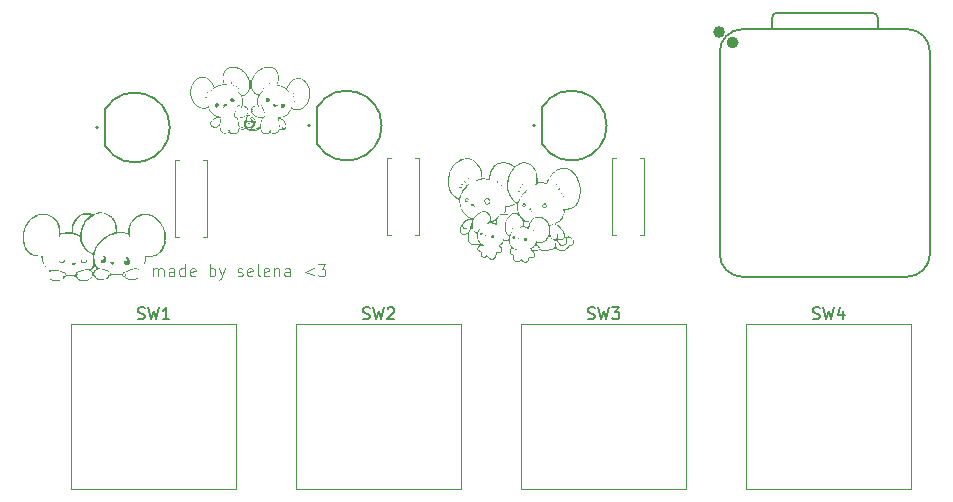
<source format=gbr>
%TF.GenerationSoftware,KiCad,Pcbnew,8.0.7*%
%TF.CreationDate,2025-06-30T14:07:42-04:00*%
%TF.ProjectId,pathfinder,70617468-6669-46e6-9465-722e6b696361,rev?*%
%TF.SameCoordinates,Original*%
%TF.FileFunction,Legend,Top*%
%TF.FilePolarity,Positive*%
%FSLAX46Y46*%
G04 Gerber Fmt 4.6, Leading zero omitted, Abs format (unit mm)*
G04 Created by KiCad (PCBNEW 8.0.7) date 2025-06-30 14:07:42*
%MOMM*%
%LPD*%
G01*
G04 APERTURE LIST*
%ADD10C,0.100000*%
%ADD11C,0.000000*%
%ADD12C,0.150000*%
%ADD13C,0.504000*%
%ADD14C,0.127000*%
%ADD15C,0.120000*%
%ADD16C,0.200000*%
G04 APERTURE END LIST*
D10*
X128891384Y-110372419D02*
X128891384Y-109705752D01*
X128891384Y-109800990D02*
X128939003Y-109753371D01*
X128939003Y-109753371D02*
X129034241Y-109705752D01*
X129034241Y-109705752D02*
X129177098Y-109705752D01*
X129177098Y-109705752D02*
X129272336Y-109753371D01*
X129272336Y-109753371D02*
X129319955Y-109848609D01*
X129319955Y-109848609D02*
X129319955Y-110372419D01*
X129319955Y-109848609D02*
X129367574Y-109753371D01*
X129367574Y-109753371D02*
X129462812Y-109705752D01*
X129462812Y-109705752D02*
X129605669Y-109705752D01*
X129605669Y-109705752D02*
X129700908Y-109753371D01*
X129700908Y-109753371D02*
X129748527Y-109848609D01*
X129748527Y-109848609D02*
X129748527Y-110372419D01*
X130653288Y-110372419D02*
X130653288Y-109848609D01*
X130653288Y-109848609D02*
X130605669Y-109753371D01*
X130605669Y-109753371D02*
X130510431Y-109705752D01*
X130510431Y-109705752D02*
X130319955Y-109705752D01*
X130319955Y-109705752D02*
X130224717Y-109753371D01*
X130653288Y-110324800D02*
X130558050Y-110372419D01*
X130558050Y-110372419D02*
X130319955Y-110372419D01*
X130319955Y-110372419D02*
X130224717Y-110324800D01*
X130224717Y-110324800D02*
X130177098Y-110229561D01*
X130177098Y-110229561D02*
X130177098Y-110134323D01*
X130177098Y-110134323D02*
X130224717Y-110039085D01*
X130224717Y-110039085D02*
X130319955Y-109991466D01*
X130319955Y-109991466D02*
X130558050Y-109991466D01*
X130558050Y-109991466D02*
X130653288Y-109943847D01*
X131558050Y-110372419D02*
X131558050Y-109372419D01*
X131558050Y-110324800D02*
X131462812Y-110372419D01*
X131462812Y-110372419D02*
X131272336Y-110372419D01*
X131272336Y-110372419D02*
X131177098Y-110324800D01*
X131177098Y-110324800D02*
X131129479Y-110277180D01*
X131129479Y-110277180D02*
X131081860Y-110181942D01*
X131081860Y-110181942D02*
X131081860Y-109896228D01*
X131081860Y-109896228D02*
X131129479Y-109800990D01*
X131129479Y-109800990D02*
X131177098Y-109753371D01*
X131177098Y-109753371D02*
X131272336Y-109705752D01*
X131272336Y-109705752D02*
X131462812Y-109705752D01*
X131462812Y-109705752D02*
X131558050Y-109753371D01*
X132415193Y-110324800D02*
X132319955Y-110372419D01*
X132319955Y-110372419D02*
X132129479Y-110372419D01*
X132129479Y-110372419D02*
X132034241Y-110324800D01*
X132034241Y-110324800D02*
X131986622Y-110229561D01*
X131986622Y-110229561D02*
X131986622Y-109848609D01*
X131986622Y-109848609D02*
X132034241Y-109753371D01*
X132034241Y-109753371D02*
X132129479Y-109705752D01*
X132129479Y-109705752D02*
X132319955Y-109705752D01*
X132319955Y-109705752D02*
X132415193Y-109753371D01*
X132415193Y-109753371D02*
X132462812Y-109848609D01*
X132462812Y-109848609D02*
X132462812Y-109943847D01*
X132462812Y-109943847D02*
X131986622Y-110039085D01*
X133653289Y-110372419D02*
X133653289Y-109372419D01*
X133653289Y-109753371D02*
X133748527Y-109705752D01*
X133748527Y-109705752D02*
X133939003Y-109705752D01*
X133939003Y-109705752D02*
X134034241Y-109753371D01*
X134034241Y-109753371D02*
X134081860Y-109800990D01*
X134081860Y-109800990D02*
X134129479Y-109896228D01*
X134129479Y-109896228D02*
X134129479Y-110181942D01*
X134129479Y-110181942D02*
X134081860Y-110277180D01*
X134081860Y-110277180D02*
X134034241Y-110324800D01*
X134034241Y-110324800D02*
X133939003Y-110372419D01*
X133939003Y-110372419D02*
X133748527Y-110372419D01*
X133748527Y-110372419D02*
X133653289Y-110324800D01*
X134462813Y-109705752D02*
X134700908Y-110372419D01*
X134939003Y-109705752D02*
X134700908Y-110372419D01*
X134700908Y-110372419D02*
X134605670Y-110610514D01*
X134605670Y-110610514D02*
X134558051Y-110658133D01*
X134558051Y-110658133D02*
X134462813Y-110705752D01*
X136034242Y-110324800D02*
X136129480Y-110372419D01*
X136129480Y-110372419D02*
X136319956Y-110372419D01*
X136319956Y-110372419D02*
X136415194Y-110324800D01*
X136415194Y-110324800D02*
X136462813Y-110229561D01*
X136462813Y-110229561D02*
X136462813Y-110181942D01*
X136462813Y-110181942D02*
X136415194Y-110086704D01*
X136415194Y-110086704D02*
X136319956Y-110039085D01*
X136319956Y-110039085D02*
X136177099Y-110039085D01*
X136177099Y-110039085D02*
X136081861Y-109991466D01*
X136081861Y-109991466D02*
X136034242Y-109896228D01*
X136034242Y-109896228D02*
X136034242Y-109848609D01*
X136034242Y-109848609D02*
X136081861Y-109753371D01*
X136081861Y-109753371D02*
X136177099Y-109705752D01*
X136177099Y-109705752D02*
X136319956Y-109705752D01*
X136319956Y-109705752D02*
X136415194Y-109753371D01*
X137272337Y-110324800D02*
X137177099Y-110372419D01*
X137177099Y-110372419D02*
X136986623Y-110372419D01*
X136986623Y-110372419D02*
X136891385Y-110324800D01*
X136891385Y-110324800D02*
X136843766Y-110229561D01*
X136843766Y-110229561D02*
X136843766Y-109848609D01*
X136843766Y-109848609D02*
X136891385Y-109753371D01*
X136891385Y-109753371D02*
X136986623Y-109705752D01*
X136986623Y-109705752D02*
X137177099Y-109705752D01*
X137177099Y-109705752D02*
X137272337Y-109753371D01*
X137272337Y-109753371D02*
X137319956Y-109848609D01*
X137319956Y-109848609D02*
X137319956Y-109943847D01*
X137319956Y-109943847D02*
X136843766Y-110039085D01*
X137891385Y-110372419D02*
X137796147Y-110324800D01*
X137796147Y-110324800D02*
X137748528Y-110229561D01*
X137748528Y-110229561D02*
X137748528Y-109372419D01*
X138653290Y-110324800D02*
X138558052Y-110372419D01*
X138558052Y-110372419D02*
X138367576Y-110372419D01*
X138367576Y-110372419D02*
X138272338Y-110324800D01*
X138272338Y-110324800D02*
X138224719Y-110229561D01*
X138224719Y-110229561D02*
X138224719Y-109848609D01*
X138224719Y-109848609D02*
X138272338Y-109753371D01*
X138272338Y-109753371D02*
X138367576Y-109705752D01*
X138367576Y-109705752D02*
X138558052Y-109705752D01*
X138558052Y-109705752D02*
X138653290Y-109753371D01*
X138653290Y-109753371D02*
X138700909Y-109848609D01*
X138700909Y-109848609D02*
X138700909Y-109943847D01*
X138700909Y-109943847D02*
X138224719Y-110039085D01*
X139129481Y-109705752D02*
X139129481Y-110372419D01*
X139129481Y-109800990D02*
X139177100Y-109753371D01*
X139177100Y-109753371D02*
X139272338Y-109705752D01*
X139272338Y-109705752D02*
X139415195Y-109705752D01*
X139415195Y-109705752D02*
X139510433Y-109753371D01*
X139510433Y-109753371D02*
X139558052Y-109848609D01*
X139558052Y-109848609D02*
X139558052Y-110372419D01*
X140462814Y-110372419D02*
X140462814Y-109848609D01*
X140462814Y-109848609D02*
X140415195Y-109753371D01*
X140415195Y-109753371D02*
X140319957Y-109705752D01*
X140319957Y-109705752D02*
X140129481Y-109705752D01*
X140129481Y-109705752D02*
X140034243Y-109753371D01*
X140462814Y-110324800D02*
X140367576Y-110372419D01*
X140367576Y-110372419D02*
X140129481Y-110372419D01*
X140129481Y-110372419D02*
X140034243Y-110324800D01*
X140034243Y-110324800D02*
X139986624Y-110229561D01*
X139986624Y-110229561D02*
X139986624Y-110134323D01*
X139986624Y-110134323D02*
X140034243Y-110039085D01*
X140034243Y-110039085D02*
X140129481Y-109991466D01*
X140129481Y-109991466D02*
X140367576Y-109991466D01*
X140367576Y-109991466D02*
X140462814Y-109943847D01*
X142462815Y-109705752D02*
X141700910Y-109991466D01*
X141700910Y-109991466D02*
X142462815Y-110277180D01*
X142843767Y-109372419D02*
X143462814Y-109372419D01*
X143462814Y-109372419D02*
X143129481Y-109753371D01*
X143129481Y-109753371D02*
X143272338Y-109753371D01*
X143272338Y-109753371D02*
X143367576Y-109800990D01*
X143367576Y-109800990D02*
X143415195Y-109848609D01*
X143415195Y-109848609D02*
X143462814Y-109943847D01*
X143462814Y-109943847D02*
X143462814Y-110181942D01*
X143462814Y-110181942D02*
X143415195Y-110277180D01*
X143415195Y-110277180D02*
X143367576Y-110324800D01*
X143367576Y-110324800D02*
X143272338Y-110372419D01*
X143272338Y-110372419D02*
X142986624Y-110372419D01*
X142986624Y-110372419D02*
X142891386Y-110324800D01*
X142891386Y-110324800D02*
X142843767Y-110277180D01*
D11*
G36*
X138687999Y-92645716D02*
G01*
X138752748Y-92650389D01*
X138798956Y-92655699D01*
X138843288Y-92662433D01*
X138885839Y-92670639D01*
X138926703Y-92680365D01*
X138965977Y-92691658D01*
X139003756Y-92704567D01*
X139040135Y-92719138D01*
X139075209Y-92735419D01*
X139109074Y-92753459D01*
X139141825Y-92773304D01*
X139173558Y-92795002D01*
X139204367Y-92818602D01*
X139234348Y-92844150D01*
X139263597Y-92871695D01*
X139292209Y-92901283D01*
X139320279Y-92932964D01*
X139333078Y-92949007D01*
X139345836Y-92966690D01*
X139358494Y-92985888D01*
X139370992Y-93006472D01*
X139383272Y-93028317D01*
X139395274Y-93051296D01*
X139406939Y-93075282D01*
X139418208Y-93100147D01*
X139429021Y-93125766D01*
X139439318Y-93152012D01*
X139449041Y-93178758D01*
X139458131Y-93205877D01*
X139466528Y-93233243D01*
X139474172Y-93260728D01*
X139481005Y-93288207D01*
X139486967Y-93315551D01*
X139495708Y-93363380D01*
X139502319Y-93413437D01*
X139506844Y-93465326D01*
X139509328Y-93518652D01*
X139509817Y-93573020D01*
X139508356Y-93628034D01*
X139504990Y-93683300D01*
X139499766Y-93738421D01*
X139492727Y-93793003D01*
X139483920Y-93846650D01*
X139473390Y-93898967D01*
X139461182Y-93949559D01*
X139447342Y-93998029D01*
X139431914Y-94043984D01*
X139414945Y-94087027D01*
X139396479Y-94126763D01*
X139372667Y-94175182D01*
X139402035Y-94175182D01*
X139410770Y-94175555D01*
X139421646Y-94176641D01*
X139448941Y-94180751D01*
X139482151Y-94187112D01*
X139519510Y-94195324D01*
X139559251Y-94204987D01*
X139599605Y-94215701D01*
X139638805Y-94227066D01*
X139675085Y-94238682D01*
X139695027Y-94245584D01*
X139716596Y-94253708D01*
X139763688Y-94273161D01*
X139814500Y-94296112D01*
X139867173Y-94321629D01*
X139919846Y-94348784D01*
X139970658Y-94376646D01*
X140017750Y-94404285D01*
X140059260Y-94430770D01*
X140068090Y-94436598D01*
X140076693Y-94442163D01*
X140085029Y-94447441D01*
X140093057Y-94452412D01*
X140100735Y-94457052D01*
X140108025Y-94461340D01*
X140114884Y-94465254D01*
X140121272Y-94468771D01*
X140127148Y-94471869D01*
X140132473Y-94474527D01*
X140137204Y-94476722D01*
X140141301Y-94478432D01*
X140144725Y-94479635D01*
X140147433Y-94480310D01*
X140148506Y-94480441D01*
X140149385Y-94480433D01*
X140150065Y-94480281D01*
X140150541Y-94479982D01*
X140152519Y-94476736D01*
X140155949Y-94470234D01*
X140166416Y-94449026D01*
X140180456Y-94419484D01*
X140196579Y-94384732D01*
X140212553Y-94349732D01*
X140228969Y-94315803D01*
X140245900Y-94282847D01*
X140263415Y-94250762D01*
X140281586Y-94219450D01*
X140300484Y-94188809D01*
X140320180Y-94158741D01*
X140340744Y-94129145D01*
X140362247Y-94099921D01*
X140384761Y-94070969D01*
X140408356Y-94042189D01*
X140433104Y-94013481D01*
X140459075Y-93984745D01*
X140486340Y-93955881D01*
X140514970Y-93926789D01*
X140545036Y-93897370D01*
X140572316Y-93871580D01*
X140599125Y-93847172D01*
X140625511Y-93824112D01*
X140651522Y-93802368D01*
X140677208Y-93781908D01*
X140702617Y-93762699D01*
X140727798Y-93744709D01*
X140752800Y-93727904D01*
X140777671Y-93712253D01*
X140802462Y-93697723D01*
X140827219Y-93684281D01*
X140851993Y-93671895D01*
X140876833Y-93660532D01*
X140901786Y-93650160D01*
X140926902Y-93640746D01*
X140952229Y-93632257D01*
X140998396Y-93619075D01*
X141044596Y-93608991D01*
X141090786Y-93601994D01*
X141136925Y-93598077D01*
X141182971Y-93597229D01*
X141228882Y-93599441D01*
X141274617Y-93604704D01*
X141320132Y-93613009D01*
X141365388Y-93624346D01*
X141410341Y-93638707D01*
X141454949Y-93656081D01*
X141499172Y-93676459D01*
X141542967Y-93699833D01*
X141586292Y-93726193D01*
X141629106Y-93755529D01*
X141671366Y-93787833D01*
X141686780Y-93800620D01*
X141703147Y-93815051D01*
X141720305Y-93830944D01*
X141738091Y-93848120D01*
X141774895Y-93885599D01*
X141812257Y-93926044D01*
X141848875Y-93968015D01*
X141883446Y-94010070D01*
X141899558Y-94030678D01*
X141914669Y-94050767D01*
X141928618Y-94070155D01*
X141941241Y-94088663D01*
X141957704Y-94114318D01*
X141974270Y-94141983D01*
X141990820Y-94171380D01*
X142007234Y-94202232D01*
X142023392Y-94234260D01*
X142039175Y-94267188D01*
X142069134Y-94334627D01*
X142096154Y-94402327D01*
X142108263Y-94435579D01*
X142119277Y-94468064D01*
X142129078Y-94499502D01*
X142137544Y-94529615D01*
X142144558Y-94558126D01*
X142149998Y-94584757D01*
X142155444Y-94620569D01*
X142160379Y-94666911D01*
X142164662Y-94720544D01*
X142168155Y-94778234D01*
X142170718Y-94836742D01*
X142172211Y-94892832D01*
X142172494Y-94943266D01*
X142171429Y-94984807D01*
X142166104Y-95053480D01*
X142158185Y-95121335D01*
X142147701Y-95188303D01*
X142134681Y-95254310D01*
X142119154Y-95319285D01*
X142101150Y-95383155D01*
X142080696Y-95445849D01*
X142057824Y-95507293D01*
X142032560Y-95567417D01*
X142004935Y-95626148D01*
X141974978Y-95683414D01*
X141942718Y-95739143D01*
X141908183Y-95793262D01*
X141871403Y-95845700D01*
X141832406Y-95896385D01*
X141791223Y-95945245D01*
X141740193Y-96000022D01*
X141687000Y-96051170D01*
X141631919Y-96098574D01*
X141575224Y-96142120D01*
X141517189Y-96181694D01*
X141458090Y-96217182D01*
X141398200Y-96248470D01*
X141337793Y-96275445D01*
X141277145Y-96297992D01*
X141216529Y-96315997D01*
X141156220Y-96329347D01*
X141096493Y-96337928D01*
X141037621Y-96341625D01*
X140979880Y-96340325D01*
X140951519Y-96337765D01*
X140923543Y-96333913D01*
X140895987Y-96328755D01*
X140868885Y-96322276D01*
X140856373Y-96318825D01*
X140843315Y-96314756D01*
X140829814Y-96310122D01*
X140815977Y-96304975D01*
X140801907Y-96299368D01*
X140787709Y-96293352D01*
X140773488Y-96286981D01*
X140759348Y-96280306D01*
X140745394Y-96273381D01*
X140731731Y-96266256D01*
X140718463Y-96258985D01*
X140705695Y-96251620D01*
X140693532Y-96244213D01*
X140682078Y-96236816D01*
X140671438Y-96229482D01*
X140661717Y-96222263D01*
X140653416Y-96216148D01*
X140645321Y-96210394D01*
X140637634Y-96205144D01*
X140630562Y-96200535D01*
X140627320Y-96198514D01*
X140624308Y-96196707D01*
X140621552Y-96195130D01*
X140619078Y-96193800D01*
X140616910Y-96192736D01*
X140615075Y-96191954D01*
X140613598Y-96191472D01*
X140613002Y-96191349D01*
X140612504Y-96191307D01*
X140611393Y-96191756D01*
X140609862Y-96193073D01*
X140607941Y-96195216D01*
X140605658Y-96198141D01*
X140600114Y-96206167D01*
X140593454Y-96216807D01*
X140585901Y-96229716D01*
X140577678Y-96244551D01*
X140569009Y-96260967D01*
X140560116Y-96278620D01*
X140550684Y-96297126D01*
X140540471Y-96316534D01*
X140529811Y-96336258D01*
X140519039Y-96355713D01*
X140508491Y-96374312D01*
X140498501Y-96391469D01*
X140489405Y-96406598D01*
X140481535Y-96419114D01*
X140465831Y-96442815D01*
X140448878Y-96467078D01*
X140430826Y-96491739D01*
X140411822Y-96516633D01*
X140392013Y-96541597D01*
X140371547Y-96566467D01*
X140350571Y-96591079D01*
X140329234Y-96615269D01*
X140307683Y-96638873D01*
X140286066Y-96661727D01*
X140264531Y-96683666D01*
X140243224Y-96704529D01*
X140222294Y-96724149D01*
X140201889Y-96742363D01*
X140182155Y-96759008D01*
X140163241Y-96773919D01*
X140143838Y-96788166D01*
X140123173Y-96802016D01*
X140101302Y-96815444D01*
X140078285Y-96828428D01*
X140054180Y-96840942D01*
X140029045Y-96852961D01*
X140002938Y-96864462D01*
X139975916Y-96875420D01*
X139948039Y-96885811D01*
X139919365Y-96895610D01*
X139889951Y-96904792D01*
X139859855Y-96913334D01*
X139829136Y-96921211D01*
X139797853Y-96928398D01*
X139766062Y-96934872D01*
X139733822Y-96940607D01*
X139690697Y-96947805D01*
X139673676Y-96950697D01*
X139659533Y-96953245D01*
X139648152Y-96955547D01*
X139639419Y-96957699D01*
X139636011Y-96958749D01*
X139633221Y-96959798D01*
X139631038Y-96960857D01*
X139629445Y-96961939D01*
X139628428Y-96963056D01*
X139627974Y-96964220D01*
X139628069Y-96965443D01*
X139628697Y-96966737D01*
X139629845Y-96968115D01*
X139631499Y-96969587D01*
X139633644Y-96971167D01*
X139636266Y-96972866D01*
X139642884Y-96976670D01*
X139651238Y-96981096D01*
X139672704Y-96992201D01*
X139694825Y-97004484D01*
X139717622Y-97018319D01*
X139740936Y-97033565D01*
X139764605Y-97050083D01*
X139788470Y-97067730D01*
X139812370Y-97086367D01*
X139836144Y-97105853D01*
X139859632Y-97126047D01*
X139882674Y-97146808D01*
X139905108Y-97167996D01*
X139926776Y-97189470D01*
X139947515Y-97211090D01*
X139967166Y-97232714D01*
X139985568Y-97254202D01*
X140002561Y-97275413D01*
X140017985Y-97296207D01*
X140026268Y-97308245D01*
X140035435Y-97322562D01*
X140045179Y-97338609D01*
X140055192Y-97355838D01*
X140065169Y-97373699D01*
X140074801Y-97391643D01*
X140083782Y-97409123D01*
X140091805Y-97425589D01*
X140102991Y-97449215D01*
X140107669Y-97459577D01*
X140111797Y-97469195D01*
X140115423Y-97478237D01*
X140118593Y-97486869D01*
X140121354Y-97495259D01*
X140123752Y-97503575D01*
X140125834Y-97511983D01*
X140127646Y-97520653D01*
X140129235Y-97529750D01*
X140130648Y-97539442D01*
X140131930Y-97549897D01*
X140133128Y-97561283D01*
X140135460Y-97587514D01*
X140137153Y-97608486D01*
X140138368Y-97628824D01*
X140139108Y-97648510D01*
X140139379Y-97667521D01*
X140139184Y-97685840D01*
X140138529Y-97703446D01*
X140137419Y-97720320D01*
X140135857Y-97736441D01*
X140133848Y-97751790D01*
X140131398Y-97766348D01*
X140128511Y-97780094D01*
X140125191Y-97793008D01*
X140121443Y-97805071D01*
X140117272Y-97816264D01*
X140112682Y-97826566D01*
X140107679Y-97835957D01*
X140101621Y-97845589D01*
X140094261Y-97855934D01*
X140085750Y-97866852D01*
X140076239Y-97878200D01*
X140065876Y-97889836D01*
X140054812Y-97901619D01*
X140043197Y-97913406D01*
X140031181Y-97925056D01*
X140018914Y-97936427D01*
X140006546Y-97947377D01*
X139994226Y-97957764D01*
X139982105Y-97967447D01*
X139970333Y-97976283D01*
X139959060Y-97984131D01*
X139948436Y-97990849D01*
X139938610Y-97996295D01*
X139919283Y-98005308D01*
X139899185Y-98013292D01*
X139878438Y-98020245D01*
X139857164Y-98026160D01*
X139835486Y-98031033D01*
X139813525Y-98034860D01*
X139791404Y-98037636D01*
X139769244Y-98039356D01*
X139747168Y-98040015D01*
X139725298Y-98039610D01*
X139703756Y-98038135D01*
X139682663Y-98035586D01*
X139662143Y-98031957D01*
X139642317Y-98027245D01*
X139623307Y-98021444D01*
X139605235Y-98014551D01*
X139595194Y-98010212D01*
X139585478Y-98006180D01*
X139576339Y-98002538D01*
X139568028Y-97999371D01*
X139560796Y-97996762D01*
X139554894Y-97994794D01*
X139552521Y-97994077D01*
X139550574Y-97993552D01*
X139549085Y-97993230D01*
X139548085Y-97993120D01*
X139547693Y-97993187D01*
X139547260Y-97993385D01*
X139546279Y-97994163D01*
X139545157Y-97995427D01*
X139543906Y-97997151D01*
X139542538Y-97999307D01*
X139541067Y-98001868D01*
X139537866Y-98008102D01*
X139534404Y-98015638D01*
X139530784Y-98024262D01*
X139527108Y-98033761D01*
X139523479Y-98043920D01*
X139514462Y-98068731D01*
X139504364Y-98092276D01*
X139493163Y-98114576D01*
X139480840Y-98135647D01*
X139467372Y-98155510D01*
X139452739Y-98174182D01*
X139436920Y-98191681D01*
X139419895Y-98208028D01*
X139401641Y-98223239D01*
X139382139Y-98237334D01*
X139361367Y-98250332D01*
X139339304Y-98262251D01*
X139315930Y-98273109D01*
X139291223Y-98282925D01*
X139265163Y-98291718D01*
X139237729Y-98299507D01*
X139222947Y-98302513D01*
X139204564Y-98304992D01*
X139183127Y-98306954D01*
X139159185Y-98308412D01*
X139105974Y-98309860D01*
X139049313Y-98309429D01*
X138993581Y-98307212D01*
X138943161Y-98303302D01*
X138921312Y-98300742D01*
X138902433Y-98297793D01*
X138887073Y-98294467D01*
X138875779Y-98290776D01*
X138868754Y-98287686D01*
X138861699Y-98284101D01*
X138854658Y-98280064D01*
X138847676Y-98275620D01*
X138840795Y-98270814D01*
X138834061Y-98265689D01*
X138827517Y-98260290D01*
X138821209Y-98254660D01*
X138815179Y-98248845D01*
X138809473Y-98242887D01*
X138804134Y-98236832D01*
X138799207Y-98230724D01*
X138794736Y-98224606D01*
X138790764Y-98218523D01*
X138787337Y-98212519D01*
X138784498Y-98206639D01*
X138782310Y-98201346D01*
X138780207Y-98196780D01*
X138779183Y-98194770D01*
X138778177Y-98192942D01*
X138777188Y-98191297D01*
X138776213Y-98189833D01*
X138775253Y-98188553D01*
X138774305Y-98187455D01*
X138773369Y-98186539D01*
X138772443Y-98185807D01*
X138771526Y-98185258D01*
X138770618Y-98184892D01*
X138769717Y-98184710D01*
X138768821Y-98184711D01*
X138767931Y-98184896D01*
X138767043Y-98185265D01*
X138766158Y-98185818D01*
X138765274Y-98186555D01*
X138764390Y-98187476D01*
X138763505Y-98188581D01*
X138762618Y-98189872D01*
X138761727Y-98191346D01*
X138760832Y-98193006D01*
X138759931Y-98194851D01*
X138758106Y-98199096D01*
X138756244Y-98204083D01*
X138754335Y-98209813D01*
X138751670Y-98217112D01*
X138748452Y-98224406D01*
X138744706Y-98231675D01*
X138740457Y-98238897D01*
X138735729Y-98246049D01*
X138730546Y-98253109D01*
X138724933Y-98260054D01*
X138718914Y-98266864D01*
X138712514Y-98273516D01*
X138705757Y-98279988D01*
X138698667Y-98286257D01*
X138691269Y-98292302D01*
X138683588Y-98298100D01*
X138675647Y-98303630D01*
X138667471Y-98308869D01*
X138659085Y-98313795D01*
X138648945Y-98318831D01*
X138637384Y-98323794D01*
X138624563Y-98328651D01*
X138610642Y-98333366D01*
X138595781Y-98337904D01*
X138580141Y-98342230D01*
X138547166Y-98350109D01*
X138513001Y-98356722D01*
X138495873Y-98359468D01*
X138478929Y-98361792D01*
X138462329Y-98363660D01*
X138446233Y-98365038D01*
X138430803Y-98365890D01*
X138416198Y-98366182D01*
X138393657Y-98365648D01*
X138371044Y-98364069D01*
X138348454Y-98361478D01*
X138325983Y-98357910D01*
X138303726Y-98353397D01*
X138281778Y-98347974D01*
X138260235Y-98341674D01*
X138239192Y-98334532D01*
X138218744Y-98326580D01*
X138198986Y-98317852D01*
X138180015Y-98308383D01*
X138161925Y-98298205D01*
X138144812Y-98287353D01*
X138128771Y-98275861D01*
X138113897Y-98263761D01*
X138100285Y-98251089D01*
X138087328Y-98237147D01*
X138074422Y-98221374D01*
X138061677Y-98204004D01*
X138049200Y-98185269D01*
X138037100Y-98165405D01*
X138025485Y-98144644D01*
X138014463Y-98123220D01*
X138004142Y-98101367D01*
X137994631Y-98079319D01*
X137986036Y-98057310D01*
X137978468Y-98035572D01*
X137972033Y-98014340D01*
X137966839Y-97993848D01*
X137962996Y-97974329D01*
X137960611Y-97956017D01*
X137959791Y-97939145D01*
X137959754Y-97933692D01*
X137959638Y-97928637D01*
X137959441Y-97923968D01*
X137959159Y-97919673D01*
X137958789Y-97915741D01*
X137958569Y-97913908D01*
X137958326Y-97912161D01*
X137958060Y-97910498D01*
X137957769Y-97908919D01*
X137957453Y-97907422D01*
X137957113Y-97906006D01*
X137956746Y-97904668D01*
X137956354Y-97903409D01*
X137955935Y-97902225D01*
X137955490Y-97901116D01*
X137955017Y-97900081D01*
X137954516Y-97899117D01*
X137953987Y-97898223D01*
X137953429Y-97897399D01*
X137952843Y-97896641D01*
X137952226Y-97895950D01*
X137951580Y-97895323D01*
X137950904Y-97894760D01*
X137950197Y-97894258D01*
X137949458Y-97893816D01*
X137948688Y-97893433D01*
X137947885Y-97893107D01*
X137946253Y-97892723D01*
X137944055Y-97892752D01*
X137941319Y-97893179D01*
X137938075Y-97893988D01*
X137934352Y-97895164D01*
X137930180Y-97896693D01*
X137925586Y-97898559D01*
X137920600Y-97900747D01*
X137909570Y-97906029D01*
X137897321Y-97912418D01*
X137884086Y-97919793D01*
X137870098Y-97928032D01*
X137835932Y-97948445D01*
X137801414Y-97967955D01*
X137766709Y-97986480D01*
X137731985Y-98003935D01*
X137697411Y-98020236D01*
X137663152Y-98035300D01*
X137629378Y-98049043D01*
X137596254Y-98061382D01*
X137571581Y-98070290D01*
X137551271Y-98076984D01*
X137541975Y-98079600D01*
X137532839Y-98081781D01*
X137523552Y-98083566D01*
X137513803Y-98084996D01*
X137503282Y-98086110D01*
X137491679Y-98086946D01*
X137463983Y-98087948D01*
X137428232Y-98088317D01*
X137381942Y-98088370D01*
X137318085Y-98087825D01*
X137258042Y-98086249D01*
X137202650Y-98083723D01*
X137152746Y-98080333D01*
X137109168Y-98076161D01*
X137090012Y-98073809D01*
X137072751Y-98071292D01*
X137057491Y-98068622D01*
X137044334Y-98065809D01*
X137033387Y-98062863D01*
X137024754Y-98059795D01*
X137004464Y-98051547D01*
X136984471Y-98045011D01*
X136961800Y-98039815D01*
X136933473Y-98035585D01*
X136896514Y-98031951D01*
X136847946Y-98028541D01*
X136704079Y-98020901D01*
X136629452Y-98017356D01*
X136570518Y-98014266D01*
X136546119Y-98012802D01*
X136524662Y-98011344D01*
X136505822Y-98009855D01*
X136489270Y-98008300D01*
X136474682Y-98006643D01*
X136461730Y-98004848D01*
X136450086Y-98002878D01*
X136439425Y-98000698D01*
X136429421Y-97998271D01*
X136421856Y-97996153D01*
X137028880Y-97996153D01*
X137029084Y-97997301D01*
X137029689Y-97998431D01*
X137030702Y-97999547D01*
X137032130Y-98000652D01*
X137033981Y-98001752D01*
X137038982Y-98003948D01*
X137045762Y-98006165D01*
X137054382Y-98008437D01*
X137064901Y-98010793D01*
X137091871Y-98015886D01*
X137127148Y-98021694D01*
X137149758Y-98024831D01*
X137174495Y-98027401D01*
X137201011Y-98029416D01*
X137228959Y-98030885D01*
X137287757Y-98032229D01*
X137348108Y-98031517D01*
X137407231Y-98028834D01*
X137462346Y-98024262D01*
X137487531Y-98021294D01*
X137510670Y-98017886D01*
X137531417Y-98014047D01*
X137549423Y-98009788D01*
X137571564Y-98003075D01*
X137597071Y-97993881D01*
X137625292Y-97982555D01*
X137655575Y-97969444D01*
X137687266Y-97954896D01*
X137719715Y-97939258D01*
X137752268Y-97922878D01*
X137784274Y-97906105D01*
X137815079Y-97889285D01*
X137844033Y-97872766D01*
X137870482Y-97856896D01*
X137893774Y-97842022D01*
X137913257Y-97828492D01*
X137928279Y-97816655D01*
X137938187Y-97806856D01*
X137941020Y-97802830D01*
X137942329Y-97799445D01*
X137942599Y-97797839D01*
X137942813Y-97796011D01*
X137942971Y-97793980D01*
X137943073Y-97791768D01*
X137943110Y-97786873D01*
X137942924Y-97781486D01*
X137942515Y-97775764D01*
X137941883Y-97769865D01*
X137941027Y-97763948D01*
X137939948Y-97758170D01*
X137939474Y-97755382D01*
X137938951Y-97752680D01*
X137938383Y-97750079D01*
X137937777Y-97747591D01*
X137937139Y-97745228D01*
X137936474Y-97743003D01*
X137935787Y-97740930D01*
X137935086Y-97739020D01*
X137934376Y-97737288D01*
X137933661Y-97735745D01*
X137932950Y-97734404D01*
X137932596Y-97733813D01*
X137932246Y-97733278D01*
X137931899Y-97732800D01*
X137931556Y-97732380D01*
X137931218Y-97732021D01*
X137930886Y-97731723D01*
X137930561Y-97731489D01*
X137930242Y-97731319D01*
X137929931Y-97731217D01*
X137929629Y-97731182D01*
X137928870Y-97731477D01*
X137927796Y-97732055D01*
X137924792Y-97733997D01*
X137920783Y-97736889D01*
X137915937Y-97740608D01*
X137910421Y-97745034D01*
X137904403Y-97750046D01*
X137898050Y-97755523D01*
X137891529Y-97761345D01*
X137876444Y-97773856D01*
X137857688Y-97787431D01*
X137835721Y-97801851D01*
X137811001Y-97816895D01*
X137783988Y-97832343D01*
X137755142Y-97847977D01*
X137693786Y-97878919D01*
X137630607Y-97907964D01*
X137569279Y-97933353D01*
X137540457Y-97944127D01*
X137513476Y-97953328D01*
X137488795Y-97960737D01*
X137466873Y-97966132D01*
X137449120Y-97969565D01*
X137430819Y-97972160D01*
X137410825Y-97973974D01*
X137387994Y-97975062D01*
X137361182Y-97975481D01*
X137329244Y-97975285D01*
X137245416Y-97973276D01*
X137197179Y-97971761D01*
X137158662Y-97970833D01*
X137142598Y-97970609D01*
X137128424Y-97970555D01*
X137115958Y-97970681D01*
X137105022Y-97970994D01*
X137095434Y-97971502D01*
X137087015Y-97972214D01*
X137079585Y-97973137D01*
X137072962Y-97974281D01*
X137066967Y-97975652D01*
X137061420Y-97977259D01*
X137056140Y-97979110D01*
X137050948Y-97981213D01*
X137043842Y-97984363D01*
X137038042Y-97987283D01*
X137033606Y-97990005D01*
X137030596Y-97992562D01*
X137029643Y-97993787D01*
X137029068Y-97994983D01*
X137028880Y-97996153D01*
X136421856Y-97996153D01*
X136419745Y-97995562D01*
X136410071Y-97992534D01*
X136400073Y-97989151D01*
X136387300Y-97984792D01*
X136373792Y-97979806D01*
X136359708Y-97974270D01*
X136345205Y-97968265D01*
X136315576Y-97955162D01*
X136286170Y-97941129D01*
X136258252Y-97926798D01*
X136233088Y-97912802D01*
X136221933Y-97906127D01*
X136211942Y-97899773D01*
X136203271Y-97893820D01*
X136196079Y-97888345D01*
X136193849Y-97886606D01*
X136191633Y-97884967D01*
X136189444Y-97883432D01*
X136187298Y-97882007D01*
X136185208Y-97880699D01*
X136183187Y-97879513D01*
X136181250Y-97878454D01*
X136179410Y-97877530D01*
X136177682Y-97876745D01*
X136176080Y-97876105D01*
X136174618Y-97875617D01*
X136173943Y-97875431D01*
X136173308Y-97875285D01*
X136172716Y-97875180D01*
X136172167Y-97875116D01*
X136171663Y-97875095D01*
X136171206Y-97875116D01*
X136170798Y-97875181D01*
X136170441Y-97875291D01*
X136170136Y-97875445D01*
X136169886Y-97875645D01*
X136169385Y-97876448D01*
X136168780Y-97877939D01*
X136167293Y-97882838D01*
X136165490Y-97890044D01*
X136163436Y-97899259D01*
X136161196Y-97910185D01*
X136158835Y-97922526D01*
X136156418Y-97935982D01*
X136154010Y-97950257D01*
X136147820Y-97984877D01*
X136140836Y-98017627D01*
X136133029Y-98048554D01*
X136124369Y-98077704D01*
X136114825Y-98105124D01*
X136109712Y-98118200D01*
X136104367Y-98130860D01*
X136098786Y-98143112D01*
X136092965Y-98154960D01*
X136086900Y-98166410D01*
X136080589Y-98177468D01*
X136074026Y-98188141D01*
X136067208Y-98198433D01*
X136060131Y-98208351D01*
X136052792Y-98217900D01*
X136045186Y-98227086D01*
X136037311Y-98235916D01*
X136029162Y-98244394D01*
X136020735Y-98252527D01*
X136012026Y-98260321D01*
X136003033Y-98267780D01*
X135993751Y-98274912D01*
X135984176Y-98281722D01*
X135974304Y-98288216D01*
X135964132Y-98294399D01*
X135953656Y-98300278D01*
X135942873Y-98305857D01*
X135928356Y-98312923D01*
X135914433Y-98319256D01*
X135900898Y-98324890D01*
X135887546Y-98329856D01*
X135874170Y-98334184D01*
X135860566Y-98337906D01*
X135846527Y-98341054D01*
X135831847Y-98343660D01*
X135816320Y-98345753D01*
X135799742Y-98347366D01*
X135781905Y-98348531D01*
X135762605Y-98349278D01*
X135718789Y-98349645D01*
X135666648Y-98348719D01*
X135625769Y-98347061D01*
X135588719Y-98344681D01*
X135555290Y-98341452D01*
X135539868Y-98339480D01*
X135525273Y-98337247D01*
X135511480Y-98334740D01*
X135498461Y-98331941D01*
X135486192Y-98328834D01*
X135474646Y-98325405D01*
X135463796Y-98321636D01*
X135453618Y-98317513D01*
X135444085Y-98313019D01*
X135435170Y-98308139D01*
X135426849Y-98302857D01*
X135419095Y-98297156D01*
X135411882Y-98291021D01*
X135405183Y-98284437D01*
X135398974Y-98277387D01*
X135393227Y-98269855D01*
X135387917Y-98261826D01*
X135383019Y-98253284D01*
X135378505Y-98244212D01*
X135374349Y-98234596D01*
X135370527Y-98224419D01*
X135367012Y-98213666D01*
X135363777Y-98202320D01*
X135360797Y-98190366D01*
X135355498Y-98164569D01*
X135353276Y-98153566D01*
X135350822Y-98142766D01*
X135348200Y-98132451D01*
X135346847Y-98127561D01*
X135345477Y-98122898D01*
X135344097Y-98118494D01*
X135342716Y-98114387D01*
X135341341Y-98110609D01*
X135339982Y-98107196D01*
X135338647Y-98104184D01*
X135337342Y-98101606D01*
X135336077Y-98099498D01*
X135334860Y-98097895D01*
X135333314Y-98095842D01*
X135331943Y-98094159D01*
X135330734Y-98092861D01*
X135329676Y-98091966D01*
X135329200Y-98091675D01*
X135328758Y-98091490D01*
X135328347Y-98091414D01*
X135327968Y-98091449D01*
X135327617Y-98091596D01*
X135327294Y-98091858D01*
X135326997Y-98092237D01*
X135326724Y-98092735D01*
X135326248Y-98094096D01*
X135325853Y-98095957D01*
X135325528Y-98098334D01*
X135325261Y-98101243D01*
X135325040Y-98104702D01*
X135324855Y-98108725D01*
X135324541Y-98118532D01*
X135324428Y-98123961D01*
X135324090Y-98129381D01*
X135323530Y-98134787D01*
X135322752Y-98140174D01*
X135321759Y-98145538D01*
X135320554Y-98150874D01*
X135319141Y-98156178D01*
X135317522Y-98161444D01*
X135315700Y-98166669D01*
X135313680Y-98171847D01*
X135311463Y-98176973D01*
X135309054Y-98182044D01*
X135303670Y-98192000D01*
X135297554Y-98201677D01*
X135290731Y-98211038D01*
X135283226Y-98220045D01*
X135275066Y-98228662D01*
X135266275Y-98236851D01*
X135256880Y-98244574D01*
X135246906Y-98251796D01*
X135236378Y-98258477D01*
X135225323Y-98264582D01*
X135214425Y-98270112D01*
X135203659Y-98275107D01*
X135192879Y-98279594D01*
X135181939Y-98283595D01*
X135170692Y-98287136D01*
X135158992Y-98290241D01*
X135146691Y-98292935D01*
X135133645Y-98295241D01*
X135119705Y-98297184D01*
X135104725Y-98298789D01*
X135088560Y-98300081D01*
X135071062Y-98301082D01*
X135031483Y-98302315D01*
X134984816Y-98302682D01*
X134945152Y-98302578D01*
X134913218Y-98302149D01*
X134899658Y-98301757D01*
X134887441Y-98301217D01*
X134876371Y-98300508D01*
X134866250Y-98299606D01*
X134856883Y-98298491D01*
X134848073Y-98297140D01*
X134839623Y-98295531D01*
X134831337Y-98293641D01*
X134823019Y-98291449D01*
X134814472Y-98288933D01*
X134805499Y-98286070D01*
X134795904Y-98282839D01*
X134782778Y-98278246D01*
X134770442Y-98273670D01*
X134758832Y-98269071D01*
X134747882Y-98264409D01*
X134737528Y-98259644D01*
X134727704Y-98254738D01*
X134718344Y-98249650D01*
X134709385Y-98244342D01*
X134700761Y-98238773D01*
X134692407Y-98232904D01*
X134684257Y-98226695D01*
X134676246Y-98220107D01*
X134668310Y-98213101D01*
X134660384Y-98205637D01*
X134652401Y-98197675D01*
X134644298Y-98189176D01*
X134629833Y-98172151D01*
X134616202Y-98153512D01*
X134603401Y-98133242D01*
X134591427Y-98111326D01*
X134580276Y-98087751D01*
X134569944Y-98062500D01*
X134560429Y-98035558D01*
X134551727Y-98006911D01*
X134543834Y-97976543D01*
X134536746Y-97944439D01*
X134530461Y-97910584D01*
X134524975Y-97874963D01*
X134520284Y-97837560D01*
X134516385Y-97798361D01*
X134513274Y-97757351D01*
X134510948Y-97714514D01*
X134508914Y-97670460D01*
X134506582Y-97629384D01*
X134504250Y-97595749D01*
X134503178Y-97583117D01*
X134502216Y-97574020D01*
X134498248Y-97540682D01*
X134461735Y-97589895D01*
X134449519Y-97606085D01*
X134435923Y-97622975D01*
X134421151Y-97640372D01*
X134405404Y-97658083D01*
X134388885Y-97675915D01*
X134371797Y-97693674D01*
X134354341Y-97711169D01*
X134336720Y-97728206D01*
X134319136Y-97744591D01*
X134301792Y-97760132D01*
X134284889Y-97774636D01*
X134268631Y-97787910D01*
X134253219Y-97799761D01*
X134238856Y-97809996D01*
X134225744Y-97818421D01*
X134214085Y-97824845D01*
X134201327Y-97830974D01*
X134189184Y-97836266D01*
X134177568Y-97840718D01*
X134166386Y-97844329D01*
X134155548Y-97847098D01*
X134144964Y-97849025D01*
X134134542Y-97850107D01*
X134124193Y-97850344D01*
X134113825Y-97849735D01*
X134103348Y-97848277D01*
X134092671Y-97845972D01*
X134081703Y-97842816D01*
X134070353Y-97838809D01*
X134058532Y-97833950D01*
X134046148Y-97828237D01*
X134033110Y-97821670D01*
X134021351Y-97815822D01*
X134008393Y-97809714D01*
X133994671Y-97803531D01*
X133980624Y-97797461D01*
X133966688Y-97791687D01*
X133953301Y-97786398D01*
X133940901Y-97781778D01*
X133929923Y-97778014D01*
X133913839Y-97772366D01*
X133898323Y-97766132D01*
X133883368Y-97759303D01*
X133868965Y-97751869D01*
X133855107Y-97743822D01*
X133841784Y-97735151D01*
X133828989Y-97725848D01*
X133816714Y-97715902D01*
X133804951Y-97705306D01*
X133793691Y-97694050D01*
X133782926Y-97682123D01*
X133772649Y-97669518D01*
X133762850Y-97656224D01*
X133753523Y-97642232D01*
X133744658Y-97627534D01*
X133736248Y-97612120D01*
X133730416Y-97600601D01*
X133728005Y-97595122D01*
X133725904Y-97589622D01*
X133724092Y-97583945D01*
X133722546Y-97577936D01*
X133721248Y-97571438D01*
X133720174Y-97564296D01*
X133719306Y-97556355D01*
X133718621Y-97547457D01*
X133717719Y-97526171D01*
X133717300Y-97499193D01*
X133717198Y-97465276D01*
X133717198Y-97446442D01*
X133764725Y-97446442D01*
X133764808Y-97450344D01*
X133765118Y-97451680D01*
X133765617Y-97452576D01*
X133765791Y-97452711D01*
X133766015Y-97452818D01*
X133766606Y-97452953D01*
X133767378Y-97452982D01*
X133768320Y-97452911D01*
X133769421Y-97452742D01*
X133770667Y-97452478D01*
X133772049Y-97452124D01*
X133773554Y-97451683D01*
X133775171Y-97451158D01*
X133776887Y-97450553D01*
X133780574Y-97449116D01*
X133784521Y-97447400D01*
X133788635Y-97445432D01*
X133793956Y-97442774D01*
X133798608Y-97440760D01*
X133802593Y-97439401D01*
X133804336Y-97438972D01*
X133805912Y-97438710D01*
X133807322Y-97438619D01*
X133808565Y-97438698D01*
X133809643Y-97438951D01*
X133810555Y-97439377D01*
X133811301Y-97439979D01*
X133811882Y-97440758D01*
X133812297Y-97441715D01*
X133812547Y-97442853D01*
X133812632Y-97444172D01*
X133812552Y-97445673D01*
X133812307Y-97447359D01*
X133811897Y-97449231D01*
X133810585Y-97453537D01*
X133808616Y-97458604D01*
X133805990Y-97464443D01*
X133802710Y-97471065D01*
X133798777Y-97478483D01*
X133794192Y-97486707D01*
X133770379Y-97528776D01*
X133785460Y-97567670D01*
X133788866Y-97575818D01*
X133792468Y-97584041D01*
X133796162Y-97592115D01*
X133799847Y-97599817D01*
X133803420Y-97606923D01*
X133806780Y-97613211D01*
X133809823Y-97618457D01*
X133811194Y-97620620D01*
X133812448Y-97622438D01*
X133816170Y-97627626D01*
X133817741Y-97629620D01*
X133819158Y-97631194D01*
X133819817Y-97631818D01*
X133820448Y-97632331D01*
X133821056Y-97632730D01*
X133821643Y-97633014D01*
X133822213Y-97633181D01*
X133822770Y-97633228D01*
X133823317Y-97633154D01*
X133823858Y-97632956D01*
X133824397Y-97632632D01*
X133824937Y-97632181D01*
X133825482Y-97631600D01*
X133826036Y-97630887D01*
X133826602Y-97630041D01*
X133827184Y-97629059D01*
X133828410Y-97626680D01*
X133829742Y-97623733D01*
X133831211Y-97620203D01*
X133834673Y-97611326D01*
X133839497Y-97599631D01*
X133844099Y-97588010D01*
X133846153Y-97582622D01*
X133847956Y-97577728D01*
X133849442Y-97573485D01*
X133850548Y-97570051D01*
X133851179Y-97568722D01*
X133851878Y-97567420D01*
X133852637Y-97566153D01*
X133853450Y-97564929D01*
X133854309Y-97563756D01*
X133855208Y-97562642D01*
X133856139Y-97561596D01*
X133857096Y-97560625D01*
X133858072Y-97559738D01*
X133859059Y-97558943D01*
X133860051Y-97558248D01*
X133860546Y-97557940D01*
X133861040Y-97557661D01*
X133861532Y-97557411D01*
X133862020Y-97557190D01*
X133862505Y-97557001D01*
X133862984Y-97556844D01*
X133863458Y-97556720D01*
X133863925Y-97556630D01*
X133864384Y-97556576D01*
X133864835Y-97556557D01*
X133866101Y-97556774D01*
X133867221Y-97557433D01*
X133868200Y-97558551D01*
X133869040Y-97560141D01*
X133869745Y-97562221D01*
X133870319Y-97564803D01*
X133870765Y-97567904D01*
X133871086Y-97571539D01*
X133871287Y-97575723D01*
X133871370Y-97580471D01*
X133871198Y-97591718D01*
X133870598Y-97605402D01*
X133869598Y-97621645D01*
X133864835Y-97687526D01*
X133909285Y-97712926D01*
X133918142Y-97718154D01*
X133926711Y-97723046D01*
X133934777Y-97727493D01*
X133942127Y-97731381D01*
X133948547Y-97734599D01*
X133951341Y-97735922D01*
X133953822Y-97737036D01*
X133955964Y-97737927D01*
X133957740Y-97738580D01*
X133959122Y-97738982D01*
X133960085Y-97739120D01*
X133960455Y-97739076D01*
X133960820Y-97738946D01*
X133961179Y-97738731D01*
X133961532Y-97738434D01*
X133962218Y-97737602D01*
X133962876Y-97736466D01*
X133963501Y-97735040D01*
X133964090Y-97733343D01*
X133964639Y-97731390D01*
X133965146Y-97729198D01*
X133965605Y-97726782D01*
X133966015Y-97724159D01*
X133966372Y-97721346D01*
X133966671Y-97718358D01*
X133966910Y-97715212D01*
X133967085Y-97711925D01*
X133967192Y-97708511D01*
X133967229Y-97704989D01*
X133967330Y-97698927D01*
X133967629Y-97692805D01*
X133968119Y-97686641D01*
X133968792Y-97680448D01*
X133969642Y-97674242D01*
X133970661Y-97668039D01*
X133973182Y-97655702D01*
X133976298Y-97643560D01*
X133979954Y-97631737D01*
X133984093Y-97620356D01*
X133988660Y-97609540D01*
X133993600Y-97599413D01*
X133996191Y-97594645D01*
X133998855Y-97590096D01*
X134001584Y-97585781D01*
X134004371Y-97581715D01*
X134007209Y-97577914D01*
X134010092Y-97574392D01*
X134013011Y-97571166D01*
X134015961Y-97568250D01*
X134018934Y-97565661D01*
X134021923Y-97563413D01*
X134024922Y-97561522D01*
X134027923Y-97560003D01*
X134030919Y-97558872D01*
X134033904Y-97558145D01*
X134036824Y-97557713D01*
X134039327Y-97557664D01*
X134041407Y-97558085D01*
X134042286Y-97558499D01*
X134043057Y-97559062D01*
X134043718Y-97559786D01*
X134044270Y-97560681D01*
X134045038Y-97563028D01*
X134045356Y-97566189D01*
X134045215Y-97570249D01*
X134044609Y-97575296D01*
X134043531Y-97581415D01*
X134041974Y-97588691D01*
X134039932Y-97597212D01*
X134034360Y-97618330D01*
X134026760Y-97645458D01*
X134023561Y-97658010D01*
X134022240Y-97663713D01*
X134021105Y-97669084D01*
X134020156Y-97674162D01*
X134019393Y-97678985D01*
X134018817Y-97683593D01*
X134018426Y-97688022D01*
X134018221Y-97692312D01*
X134018203Y-97696501D01*
X134018370Y-97700627D01*
X134018724Y-97704728D01*
X134019263Y-97708843D01*
X134019989Y-97713011D01*
X134020900Y-97717270D01*
X134021998Y-97721657D01*
X134024338Y-97729521D01*
X134026915Y-97736757D01*
X134029763Y-97743389D01*
X134032912Y-97749439D01*
X134034610Y-97752253D01*
X134036396Y-97754930D01*
X134038274Y-97757474D01*
X134040248Y-97759887D01*
X134042322Y-97762173D01*
X134044500Y-97764333D01*
X134046786Y-97766371D01*
X134049184Y-97768290D01*
X134051698Y-97770093D01*
X134054333Y-97771782D01*
X134057092Y-97773361D01*
X134059980Y-97774832D01*
X134063000Y-97776199D01*
X134066157Y-97777464D01*
X134072897Y-97779700D01*
X134080232Y-97781564D01*
X134088195Y-97783080D01*
X134096819Y-97784270D01*
X134106135Y-97785157D01*
X134121971Y-97785745D01*
X134137722Y-97784762D01*
X134153527Y-97782107D01*
X134169524Y-97777679D01*
X134185850Y-97771376D01*
X134202646Y-97763098D01*
X134220048Y-97752744D01*
X134238195Y-97740211D01*
X134257227Y-97725400D01*
X134277280Y-97708208D01*
X134298493Y-97688536D01*
X134321006Y-97666281D01*
X134344955Y-97641342D01*
X134370480Y-97613619D01*
X134397719Y-97583010D01*
X134426810Y-97549413D01*
X134512535Y-97449401D01*
X134518091Y-97389870D01*
X134523034Y-97345336D01*
X134529799Y-97294049D01*
X134537904Y-97238930D01*
X134546865Y-97182900D01*
X134556198Y-97128878D01*
X134565419Y-97079786D01*
X134574045Y-97038545D01*
X134581591Y-97008076D01*
X134585266Y-96995509D01*
X134588512Y-96983594D01*
X134591275Y-96972608D01*
X134593498Y-96962832D01*
X134594390Y-96958485D01*
X134595126Y-96954544D01*
X134595699Y-96951046D01*
X134596102Y-96948024D01*
X134596329Y-96945514D01*
X134596372Y-96943550D01*
X134596224Y-96942167D01*
X134596077Y-96941705D01*
X134595879Y-96941401D01*
X134593322Y-96940282D01*
X134588444Y-96939592D01*
X134572414Y-96939429D01*
X134549166Y-96940773D01*
X134520076Y-96943484D01*
X134486521Y-96947424D01*
X134449879Y-96952451D01*
X134411524Y-96958428D01*
X134372835Y-96965213D01*
X134324971Y-96975361D01*
X134277940Y-96987573D01*
X134231926Y-97001736D01*
X134187110Y-97017737D01*
X134143676Y-97035464D01*
X134101805Y-97054803D01*
X134061681Y-97075642D01*
X134023486Y-97097869D01*
X133987402Y-97121369D01*
X133953613Y-97146032D01*
X133922300Y-97171743D01*
X133907629Y-97184956D01*
X133893646Y-97198390D01*
X133880373Y-97212029D01*
X133867834Y-97225860D01*
X133856050Y-97239869D01*
X133845046Y-97254041D01*
X133834843Y-97268362D01*
X133825465Y-97282819D01*
X133816934Y-97297397D01*
X133809273Y-97312082D01*
X133804919Y-97321430D01*
X133800528Y-97331500D01*
X133796152Y-97342121D01*
X133791848Y-97353122D01*
X133783670Y-97375581D01*
X133776432Y-97397510D01*
X133773301Y-97407848D01*
X133770570Y-97417541D01*
X133768292Y-97426418D01*
X133766522Y-97434307D01*
X133765315Y-97441039D01*
X133764725Y-97446442D01*
X133717198Y-97446442D01*
X133717198Y-97354151D01*
X133751329Y-97289857D01*
X133758867Y-97276131D01*
X133767576Y-97261456D01*
X133777142Y-97246297D01*
X133787246Y-97231120D01*
X133797574Y-97216389D01*
X133807809Y-97202570D01*
X133817635Y-97190127D01*
X133822296Y-97184567D01*
X133826735Y-97179526D01*
X133843548Y-97161443D01*
X133861783Y-97143541D01*
X133881355Y-97125871D01*
X133902179Y-97108485D01*
X133924170Y-97091434D01*
X133947244Y-97074770D01*
X133971316Y-97058542D01*
X133996300Y-97042802D01*
X134022112Y-97027603D01*
X134048667Y-97012993D01*
X134075881Y-96999026D01*
X134103667Y-96985752D01*
X134131942Y-96973221D01*
X134160620Y-96961486D01*
X134189617Y-96950598D01*
X134218848Y-96940607D01*
X134282844Y-96919970D01*
X134305131Y-96912702D01*
X134316479Y-96908857D01*
X134317088Y-96908543D01*
X134317578Y-96908198D01*
X134317948Y-96907821D01*
X134318200Y-96907414D01*
X134318334Y-96906977D01*
X134318352Y-96906511D01*
X134318254Y-96906018D01*
X134318042Y-96905496D01*
X134317275Y-96904374D01*
X134316060Y-96903151D01*
X134314403Y-96901832D01*
X134312312Y-96900424D01*
X134309792Y-96898932D01*
X134306852Y-96897362D01*
X134303497Y-96895720D01*
X134299736Y-96894011D01*
X134295574Y-96892243D01*
X134291020Y-96890419D01*
X134286080Y-96888547D01*
X134280760Y-96886632D01*
X134245570Y-96872437D01*
X134210056Y-96856713D01*
X134174377Y-96839568D01*
X134138691Y-96821110D01*
X134103160Y-96801448D01*
X134067941Y-96780690D01*
X134033194Y-96758943D01*
X133999078Y-96736316D01*
X133965753Y-96712917D01*
X133933378Y-96688854D01*
X133902113Y-96664235D01*
X133872116Y-96639168D01*
X133843546Y-96613762D01*
X133816564Y-96588125D01*
X133791328Y-96562364D01*
X133767998Y-96536589D01*
X133752449Y-96518049D01*
X133737074Y-96498479D01*
X133721897Y-96477928D01*
X133706941Y-96456445D01*
X133692232Y-96434077D01*
X133677794Y-96410875D01*
X133663651Y-96386887D01*
X133649828Y-96362162D01*
X133636350Y-96336748D01*
X133623239Y-96310695D01*
X133610522Y-96284052D01*
X133598222Y-96256866D01*
X133586364Y-96229188D01*
X133574973Y-96201065D01*
X133564071Y-96172547D01*
X133553685Y-96143682D01*
X133543429Y-96114214D01*
X133534735Y-96089509D01*
X133528571Y-96072245D01*
X133525904Y-96065101D01*
X133525702Y-96065003D01*
X133525396Y-96065005D01*
X133524483Y-96065299D01*
X133523185Y-96065966D01*
X133521526Y-96066986D01*
X133517212Y-96070012D01*
X133511716Y-96074229D01*
X133505215Y-96079488D01*
X133497887Y-96085639D01*
X133489908Y-96092535D01*
X133481454Y-96100026D01*
X133466268Y-96113121D01*
X133451275Y-96125049D01*
X133436330Y-96135855D01*
X133421290Y-96145580D01*
X133406014Y-96154268D01*
X133390357Y-96161962D01*
X133374178Y-96168705D01*
X133357331Y-96174539D01*
X133339676Y-96179509D01*
X133321069Y-96183657D01*
X133301366Y-96187025D01*
X133280425Y-96189658D01*
X133258102Y-96191597D01*
X133234255Y-96192887D01*
X133208741Y-96193570D01*
X133181417Y-96193688D01*
X133150482Y-96193117D01*
X133120124Y-96191682D01*
X133090250Y-96189360D01*
X133060767Y-96186123D01*
X133031581Y-96181947D01*
X133002600Y-96176806D01*
X132973730Y-96170674D01*
X132944879Y-96163526D01*
X132915954Y-96155336D01*
X132886861Y-96146079D01*
X132857508Y-96135729D01*
X132827801Y-96124260D01*
X132797648Y-96111647D01*
X132766955Y-96097865D01*
X132735630Y-96082887D01*
X132703579Y-96066689D01*
X132671413Y-96049246D01*
X132639540Y-96030288D01*
X132608011Y-96009860D01*
X132576877Y-95988008D01*
X132546190Y-95964780D01*
X132516000Y-95940222D01*
X132486359Y-95914380D01*
X132457318Y-95887301D01*
X132428928Y-95859032D01*
X132401241Y-95829618D01*
X132374307Y-95799107D01*
X132348178Y-95767544D01*
X132322904Y-95734977D01*
X132298537Y-95701452D01*
X132275129Y-95667015D01*
X132252729Y-95631714D01*
X132244784Y-95618316D01*
X132235453Y-95601774D01*
X132213935Y-95561864D01*
X132190779Y-95517190D01*
X132168592Y-95472964D01*
X132131468Y-95390197D01*
X132099273Y-95307138D01*
X132072006Y-95223846D01*
X132049666Y-95140382D01*
X132032250Y-95056807D01*
X132019759Y-94973180D01*
X132012191Y-94889563D01*
X132009720Y-94811571D01*
X132088621Y-94811571D01*
X132089772Y-94898608D01*
X132092913Y-94978780D01*
X132098025Y-95045446D01*
X132101316Y-95071638D01*
X132105092Y-95091964D01*
X132113538Y-95126499D01*
X132123067Y-95161564D01*
X132133627Y-95197036D01*
X132145164Y-95232792D01*
X132157626Y-95268712D01*
X132170962Y-95304672D01*
X132185119Y-95340550D01*
X132200044Y-95376225D01*
X132215685Y-95411575D01*
X132231991Y-95446477D01*
X132248908Y-95480809D01*
X132266384Y-95514449D01*
X132284367Y-95547276D01*
X132302805Y-95579166D01*
X132321645Y-95609999D01*
X132340835Y-95639651D01*
X132370845Y-95682496D01*
X132403027Y-95724041D01*
X132437227Y-95764180D01*
X132473292Y-95802804D01*
X132511069Y-95839805D01*
X132550404Y-95875074D01*
X132591143Y-95908504D01*
X132633134Y-95939986D01*
X132676222Y-95969413D01*
X132720254Y-95996676D01*
X132765077Y-96021667D01*
X132810537Y-96044278D01*
X132856481Y-96064400D01*
X132902755Y-96081926D01*
X132949205Y-96096748D01*
X132995679Y-96108757D01*
X133013299Y-96112245D01*
X133032903Y-96115269D01*
X133054170Y-96117827D01*
X133076778Y-96119919D01*
X133100404Y-96121547D01*
X133124727Y-96122710D01*
X133174174Y-96123640D01*
X133222541Y-96122710D01*
X133245515Y-96121547D01*
X133267253Y-96119919D01*
X133287433Y-96117827D01*
X133305733Y-96115269D01*
X133321831Y-96112245D01*
X133335404Y-96108757D01*
X133345601Y-96105565D01*
X133356181Y-96101973D01*
X133367045Y-96098028D01*
X133378093Y-96093775D01*
X133389225Y-96089262D01*
X133400340Y-96084536D01*
X133422121Y-96074626D01*
X133432588Y-96069536D01*
X133442638Y-96064419D01*
X133452172Y-96059320D01*
X133461090Y-96054286D01*
X133469291Y-96049364D01*
X133476676Y-96044600D01*
X133483145Y-96040041D01*
X133488598Y-96035732D01*
X133506854Y-96020651D01*
X133498123Y-95881745D01*
X133496773Y-95856174D01*
X133495698Y-95831064D01*
X133494353Y-95782886D01*
X133494049Y-95738521D01*
X133494276Y-95718179D01*
X133494749Y-95699282D01*
X133495465Y-95681994D01*
X133496418Y-95666479D01*
X133497603Y-95652901D01*
X133499016Y-95641425D01*
X133500652Y-95632213D01*
X133502507Y-95625430D01*
X133503515Y-95623001D01*
X133504576Y-95621240D01*
X133505689Y-95620169D01*
X133506854Y-95619807D01*
X133508438Y-95620228D01*
X133509928Y-95621572D01*
X133511342Y-95623962D01*
X133512696Y-95627522D01*
X133515295Y-95638643D01*
X133517867Y-95655923D01*
X133520551Y-95680346D01*
X133523486Y-95712899D01*
X133530667Y-95806339D01*
X133534105Y-95853309D01*
X133538083Y-95894122D01*
X133540373Y-95912737D01*
X133542917Y-95930433D01*
X133545754Y-95947418D01*
X133548923Y-95963898D01*
X133552464Y-95980080D01*
X133556417Y-95996172D01*
X133560821Y-96012380D01*
X133565716Y-96028911D01*
X133577135Y-96063771D01*
X133590992Y-96102407D01*
X133604059Y-96136567D01*
X133617399Y-96169443D01*
X133631060Y-96201113D01*
X133645091Y-96231652D01*
X133659540Y-96261135D01*
X133674456Y-96289638D01*
X133689889Y-96317236D01*
X133705887Y-96344005D01*
X133722499Y-96370021D01*
X133739773Y-96395358D01*
X133757759Y-96420094D01*
X133776506Y-96444303D01*
X133796062Y-96468060D01*
X133816476Y-96491442D01*
X133837796Y-96514524D01*
X133860073Y-96537382D01*
X133888683Y-96564815D01*
X133919026Y-96591680D01*
X133950920Y-96617875D01*
X133984183Y-96643298D01*
X134018632Y-96667847D01*
X134054084Y-96691419D01*
X134090357Y-96713913D01*
X134127269Y-96735224D01*
X134164636Y-96755253D01*
X134202277Y-96773895D01*
X134240008Y-96791049D01*
X134277647Y-96806612D01*
X134315012Y-96820483D01*
X134351920Y-96832558D01*
X134388189Y-96842736D01*
X134423635Y-96850914D01*
X134459526Y-96857598D01*
X134500765Y-96864358D01*
X134545037Y-96870894D01*
X134590025Y-96876909D01*
X134633413Y-96882105D01*
X134672885Y-96886186D01*
X134706125Y-96888852D01*
X134730817Y-96889807D01*
X134734645Y-96889844D01*
X134738379Y-96889953D01*
X134741996Y-96890132D01*
X134745476Y-96890378D01*
X134748798Y-96890689D01*
X134751941Y-96891063D01*
X134754884Y-96891497D01*
X134757606Y-96891990D01*
X134760086Y-96892538D01*
X134762303Y-96893140D01*
X134763307Y-96893461D01*
X134764237Y-96893793D01*
X134765090Y-96894138D01*
X134765866Y-96894495D01*
X134766559Y-96894864D01*
X134767169Y-96895244D01*
X134767692Y-96895635D01*
X134768126Y-96896036D01*
X134768468Y-96896449D01*
X134768715Y-96896871D01*
X134768866Y-96897303D01*
X134768917Y-96897745D01*
X134768857Y-96898133D01*
X134768679Y-96898552D01*
X134767982Y-96899477D01*
X134766850Y-96900506D01*
X134765307Y-96901627D01*
X134763379Y-96902827D01*
X134761089Y-96904093D01*
X134758462Y-96905413D01*
X134755522Y-96906774D01*
X134748801Y-96909566D01*
X134741123Y-96912367D01*
X134732682Y-96915076D01*
X134728236Y-96916363D01*
X134723673Y-96917589D01*
X134702015Y-96923557D01*
X134693078Y-96926250D01*
X134685250Y-96928875D01*
X134678418Y-96931528D01*
X134675339Y-96932894D01*
X134672467Y-96934304D01*
X134669786Y-96935768D01*
X134667283Y-96937299D01*
X134664943Y-96938908D01*
X134662752Y-96940607D01*
X134660697Y-96942409D01*
X134658762Y-96944325D01*
X134656933Y-96946367D01*
X134655196Y-96948548D01*
X134653538Y-96950878D01*
X134651943Y-96953370D01*
X134650397Y-96956036D01*
X134648887Y-96958888D01*
X134645914Y-96965197D01*
X134642912Y-96972391D01*
X134639765Y-96980567D01*
X134636360Y-96989820D01*
X134628948Y-97011696D01*
X134621896Y-97035611D01*
X134608902Y-97089299D01*
X134597432Y-97150373D01*
X134587545Y-97218320D01*
X134579294Y-97292631D01*
X134572736Y-97372792D01*
X134567927Y-97458292D01*
X134564923Y-97548620D01*
X134563963Y-97605579D01*
X134563496Y-97653655D01*
X134563569Y-97694383D01*
X134564228Y-97729297D01*
X134565520Y-97759932D01*
X134567490Y-97787824D01*
X134570186Y-97814506D01*
X134573654Y-97841514D01*
X134579651Y-97876738D01*
X134586800Y-97912269D01*
X134594918Y-97947372D01*
X134603816Y-97981313D01*
X134613310Y-98013356D01*
X134618223Y-98028436D01*
X134623214Y-98042766D01*
X134628261Y-98056255D01*
X134633340Y-98068810D01*
X134638429Y-98080339D01*
X134643504Y-98090751D01*
X134654785Y-98110758D01*
X134667782Y-98129403D01*
X134682481Y-98146680D01*
X134698868Y-98162585D01*
X134716930Y-98177114D01*
X134736652Y-98190261D01*
X134758020Y-98202023D01*
X134781021Y-98212393D01*
X134805641Y-98221369D01*
X134831865Y-98228944D01*
X134859679Y-98235115D01*
X134889070Y-98239877D01*
X134920024Y-98243225D01*
X134952527Y-98245154D01*
X134986564Y-98245660D01*
X135022123Y-98244738D01*
X135041263Y-98243816D01*
X135059424Y-98242531D01*
X135076648Y-98240874D01*
X135092977Y-98238835D01*
X135108456Y-98236406D01*
X135123126Y-98233576D01*
X135137031Y-98230338D01*
X135150214Y-98226681D01*
X135162718Y-98222596D01*
X135174586Y-98218073D01*
X135185861Y-98213105D01*
X135196587Y-98207680D01*
X135206805Y-98201791D01*
X135216559Y-98195427D01*
X135225892Y-98188579D01*
X135234848Y-98181238D01*
X135240330Y-98175953D01*
X135246004Y-98169726D01*
X135251779Y-98162713D01*
X135257569Y-98155070D01*
X135263284Y-98146952D01*
X135268836Y-98138516D01*
X135274138Y-98129916D01*
X135279099Y-98121310D01*
X135283633Y-98112853D01*
X135287651Y-98104701D01*
X135291064Y-98097008D01*
X135293784Y-98089933D01*
X135295722Y-98083629D01*
X135296371Y-98080815D01*
X135296791Y-98078253D01*
X135296972Y-98075961D01*
X135296902Y-98073960D01*
X135296571Y-98072269D01*
X135295966Y-98070907D01*
X135295365Y-98070313D01*
X135294466Y-98069723D01*
X135293287Y-98069142D01*
X135291849Y-98068576D01*
X135290168Y-98068028D01*
X135288265Y-98067503D01*
X135286156Y-98067006D01*
X135283862Y-98066542D01*
X135278789Y-98065729D01*
X135273196Y-98065103D01*
X135270250Y-98064871D01*
X135267230Y-98064700D01*
X135264154Y-98064594D01*
X135261041Y-98064557D01*
X135257928Y-98064521D01*
X135254851Y-98064413D01*
X135251827Y-98064238D01*
X135248875Y-98063999D01*
X135246010Y-98063700D01*
X135243252Y-98063343D01*
X135240616Y-98062933D01*
X135238122Y-98062474D01*
X135235785Y-98061967D01*
X135233624Y-98061418D01*
X135231657Y-98060829D01*
X135229899Y-98060204D01*
X135228370Y-98059546D01*
X135227085Y-98058860D01*
X135226541Y-98058507D01*
X135226064Y-98058148D01*
X135225657Y-98057783D01*
X135225323Y-98057413D01*
X135224766Y-98056225D01*
X135224432Y-98055044D01*
X135224315Y-98053872D01*
X135224411Y-98052710D01*
X135224714Y-98051561D01*
X135225218Y-98050427D01*
X135225919Y-98049309D01*
X135226811Y-98048211D01*
X135229148Y-98046079D01*
X135232187Y-98044047D01*
X135235887Y-98042131D01*
X135240205Y-98040348D01*
X135245100Y-98038713D01*
X135250530Y-98037244D01*
X135256453Y-98035956D01*
X135262827Y-98034866D01*
X135269611Y-98033990D01*
X135276761Y-98033344D01*
X135284238Y-98032944D01*
X135291998Y-98032807D01*
X135297603Y-98032864D01*
X135302833Y-98033043D01*
X135307721Y-98033351D01*
X135312300Y-98033799D01*
X135316606Y-98034396D01*
X135320670Y-98035151D01*
X135324528Y-98036074D01*
X135328213Y-98037173D01*
X135331757Y-98038458D01*
X135335197Y-98039938D01*
X135338564Y-98041624D01*
X135341892Y-98043523D01*
X135345216Y-98045645D01*
X135348569Y-98048000D01*
X135351985Y-98050597D01*
X135355498Y-98053444D01*
X135359768Y-98057135D01*
X135363689Y-98060864D01*
X135367322Y-98064784D01*
X135370728Y-98069047D01*
X135373965Y-98073802D01*
X135377096Y-98079201D01*
X135380181Y-98085396D01*
X135383279Y-98092537D01*
X135386452Y-98100775D01*
X135389759Y-98110263D01*
X135397021Y-98133588D01*
X135405547Y-98163723D01*
X135415823Y-98201876D01*
X135417963Y-98209609D01*
X135419957Y-98216487D01*
X135421866Y-98222587D01*
X135423748Y-98227983D01*
X135425662Y-98232751D01*
X135426650Y-98234923D01*
X135427668Y-98236967D01*
X135428725Y-98238891D01*
X135429826Y-98240706D01*
X135430980Y-98242420D01*
X135432194Y-98244044D01*
X135433475Y-98245586D01*
X135434831Y-98247056D01*
X135436270Y-98248464D01*
X135437798Y-98249819D01*
X135439423Y-98251130D01*
X135441153Y-98252407D01*
X135442995Y-98253659D01*
X135444956Y-98254896D01*
X135449265Y-98257362D01*
X135454141Y-98259880D01*
X135459643Y-98262526D01*
X135465829Y-98265376D01*
X135477588Y-98270233D01*
X135483568Y-98272309D01*
X135489803Y-98274169D01*
X135496433Y-98275830D01*
X135503599Y-98277305D01*
X135520102Y-98279763D01*
X135540437Y-98281662D01*
X135565730Y-98283124D01*
X135597106Y-98284270D01*
X135635692Y-98285220D01*
X135670656Y-98285856D01*
X135703028Y-98285953D01*
X135732971Y-98285476D01*
X135760645Y-98284389D01*
X135786212Y-98282655D01*
X135809834Y-98280239D01*
X135831673Y-98277104D01*
X135851889Y-98273214D01*
X135870645Y-98268534D01*
X135879526Y-98265886D01*
X135888102Y-98263027D01*
X135896394Y-98259953D01*
X135904423Y-98256658D01*
X135912207Y-98253138D01*
X135919767Y-98249390D01*
X135927124Y-98245407D01*
X135934298Y-98241186D01*
X135948176Y-98232012D01*
X135961564Y-98221831D01*
X135974623Y-98210608D01*
X135986301Y-98199497D01*
X135997248Y-98187843D01*
X136007492Y-98175565D01*
X136017063Y-98162585D01*
X136025993Y-98148824D01*
X136034312Y-98134203D01*
X136042049Y-98118642D01*
X136049235Y-98102062D01*
X136055900Y-98084385D01*
X136062075Y-98065531D01*
X136067789Y-98045421D01*
X136073072Y-98023977D01*
X136077956Y-98001119D01*
X136082470Y-97976767D01*
X136086645Y-97950844D01*
X136090510Y-97923270D01*
X136094557Y-97889562D01*
X136097772Y-97855155D01*
X136100158Y-97820113D01*
X136101154Y-97797429D01*
X136167523Y-97797429D01*
X136167548Y-97799379D01*
X136167625Y-97801243D01*
X136167757Y-97803028D01*
X136167946Y-97804741D01*
X136168192Y-97806388D01*
X136168496Y-97807978D01*
X136168862Y-97809516D01*
X136169289Y-97811010D01*
X136169780Y-97812467D01*
X136170335Y-97813894D01*
X136170957Y-97815297D01*
X136171646Y-97816684D01*
X136172405Y-97818062D01*
X136173234Y-97819437D01*
X136174136Y-97820818D01*
X136175110Y-97822209D01*
X136177287Y-97825056D01*
X136179775Y-97828032D01*
X136182586Y-97831195D01*
X136188528Y-97836576D01*
X136196932Y-97842805D01*
X136207509Y-97849743D01*
X136219966Y-97857252D01*
X136249363Y-97873430D01*
X136282797Y-97890230D01*
X136317942Y-97906547D01*
X136352473Y-97921273D01*
X136384064Y-97933302D01*
X136398031Y-97937958D01*
X136410391Y-97941526D01*
X136434602Y-97946873D01*
X136461464Y-97951600D01*
X136490633Y-97955698D01*
X136521765Y-97959162D01*
X136588539Y-97964157D01*
X136659034Y-97966529D01*
X136730496Y-97966222D01*
X136800173Y-97963181D01*
X136833481Y-97960617D01*
X136865310Y-97957349D01*
X136895316Y-97953369D01*
X136923154Y-97948670D01*
X136959153Y-97940747D01*
X136994745Y-97931014D01*
X137029824Y-97919539D01*
X137064281Y-97906391D01*
X137098007Y-97891638D01*
X137130895Y-97875349D01*
X137162837Y-97857593D01*
X137193724Y-97838438D01*
X137223448Y-97817953D01*
X137251902Y-97796207D01*
X137278976Y-97773267D01*
X137304564Y-97749203D01*
X137328556Y-97724084D01*
X137350844Y-97697977D01*
X137371322Y-97670952D01*
X137389879Y-97643076D01*
X137402257Y-97622339D01*
X137413780Y-97600964D01*
X137424431Y-97579041D01*
X137434193Y-97556657D01*
X137443047Y-97533901D01*
X137450978Y-97510861D01*
X137457966Y-97487626D01*
X137463995Y-97464284D01*
X137469048Y-97440923D01*
X137473107Y-97417632D01*
X137476153Y-97394500D01*
X137478171Y-97371613D01*
X137479143Y-97349062D01*
X137479050Y-97326934D01*
X137477877Y-97305318D01*
X137475604Y-97284301D01*
X137473056Y-97268640D01*
X137470141Y-97253743D01*
X137466807Y-97239518D01*
X137463003Y-97225874D01*
X137458679Y-97212717D01*
X137453782Y-97199957D01*
X137448263Y-97187502D01*
X137442068Y-97175260D01*
X137435149Y-97163138D01*
X137427452Y-97151046D01*
X137418928Y-97138890D01*
X137409525Y-97126580D01*
X137399191Y-97114024D01*
X137387876Y-97101129D01*
X137375529Y-97087804D01*
X137362098Y-97073957D01*
X137331923Y-97043970D01*
X137298399Y-97012057D01*
X137263090Y-96979568D01*
X137227557Y-96947850D01*
X137193364Y-96918253D01*
X137162073Y-96892126D01*
X137135247Y-96870818D01*
X137123996Y-96862392D01*
X137114448Y-96855676D01*
X137104462Y-96849058D01*
X137099834Y-96846330D01*
X137095286Y-96843956D01*
X137090696Y-96841912D01*
X137085943Y-96840175D01*
X137080903Y-96838719D01*
X137075455Y-96837519D01*
X137069477Y-96836552D01*
X137062846Y-96835794D01*
X137055442Y-96835219D01*
X137047140Y-96834803D01*
X137027360Y-96834352D01*
X137002529Y-96834245D01*
X136977503Y-96834352D01*
X136967011Y-96834522D01*
X136957695Y-96834803D01*
X136949425Y-96835219D01*
X136942072Y-96835794D01*
X136935508Y-96836552D01*
X136932481Y-96837008D01*
X136929603Y-96837519D01*
X136926858Y-96838088D01*
X136924229Y-96838719D01*
X136921700Y-96839413D01*
X136919255Y-96840175D01*
X136916878Y-96841007D01*
X136914554Y-96841912D01*
X136912264Y-96842894D01*
X136909995Y-96843956D01*
X136905451Y-96846330D01*
X136900791Y-96849058D01*
X136895887Y-96852165D01*
X136890610Y-96855676D01*
X136883019Y-96861101D01*
X136875718Y-96866668D01*
X136868701Y-96872388D01*
X136861961Y-96878273D01*
X136855490Y-96884335D01*
X136849283Y-96890585D01*
X136843331Y-96897036D01*
X136837628Y-96903698D01*
X136832166Y-96910583D01*
X136826940Y-96917703D01*
X136821941Y-96925070D01*
X136817164Y-96932694D01*
X136812600Y-96940589D01*
X136808244Y-96948765D01*
X136804087Y-96957234D01*
X136800123Y-96966007D01*
X136797722Y-96971505D01*
X136795574Y-96976723D01*
X136793673Y-96981718D01*
X136792012Y-96986545D01*
X136790583Y-96991261D01*
X136789379Y-96995922D01*
X136788395Y-97000582D01*
X136787621Y-97005298D01*
X136787053Y-97010125D01*
X136786682Y-97015120D01*
X136786502Y-97020339D01*
X136786505Y-97025836D01*
X136786685Y-97031668D01*
X136787035Y-97037891D01*
X136787548Y-97044560D01*
X136788217Y-97051732D01*
X136790471Y-97068088D01*
X136793637Y-97083955D01*
X136797677Y-97099312D01*
X136802555Y-97114141D01*
X136808234Y-97128420D01*
X136814676Y-97142131D01*
X136821845Y-97155254D01*
X136829702Y-97167769D01*
X136838213Y-97179655D01*
X136847338Y-97190894D01*
X136857042Y-97201466D01*
X136867286Y-97211350D01*
X136878035Y-97220528D01*
X136889251Y-97228979D01*
X136900896Y-97236683D01*
X136912935Y-97243621D01*
X136925329Y-97249773D01*
X136938042Y-97255120D01*
X136951037Y-97259641D01*
X136964276Y-97263316D01*
X136977723Y-97266127D01*
X136991340Y-97268052D01*
X137005090Y-97269073D01*
X137018937Y-97269170D01*
X137032844Y-97268323D01*
X137046772Y-97266511D01*
X137060686Y-97263716D01*
X137074548Y-97259918D01*
X137088321Y-97255096D01*
X137101968Y-97249232D01*
X137115452Y-97242304D01*
X137128735Y-97234295D01*
X137136784Y-97228698D01*
X137144263Y-97222794D01*
X137151174Y-97216613D01*
X137157519Y-97210189D01*
X137163302Y-97203553D01*
X137168523Y-97196736D01*
X137173185Y-97189771D01*
X137177290Y-97182689D01*
X137180841Y-97175522D01*
X137183839Y-97168302D01*
X137186287Y-97161060D01*
X137188187Y-97153830D01*
X137189542Y-97146642D01*
X137190352Y-97139528D01*
X137190621Y-97132520D01*
X137190350Y-97125650D01*
X137189542Y-97118950D01*
X137188200Y-97112452D01*
X137186324Y-97106187D01*
X137183918Y-97100187D01*
X137180983Y-97094484D01*
X137177523Y-97089110D01*
X137173538Y-97084097D01*
X137169031Y-97079476D01*
X137164004Y-97075280D01*
X137158460Y-97071540D01*
X137152400Y-97068288D01*
X137145827Y-97065556D01*
X137138744Y-97063376D01*
X137131151Y-97061779D01*
X137123052Y-97060798D01*
X137114448Y-97060464D01*
X137109531Y-97060531D01*
X137104878Y-97060741D01*
X137100455Y-97061107D01*
X137096229Y-97061642D01*
X137092165Y-97062358D01*
X137088231Y-97063268D01*
X137084392Y-97064385D01*
X137080614Y-97065722D01*
X137076865Y-97067292D01*
X137073109Y-97069106D01*
X137069314Y-97071179D01*
X137065446Y-97073523D01*
X137061471Y-97076151D01*
X137057355Y-97079075D01*
X137053065Y-97082308D01*
X137048567Y-97085863D01*
X137041824Y-97091185D01*
X137035854Y-97095846D01*
X137030610Y-97099853D01*
X137026044Y-97103214D01*
X137024001Y-97104656D01*
X137022111Y-97105939D01*
X137020367Y-97107065D01*
X137018764Y-97108034D01*
X137017295Y-97108849D01*
X137015956Y-97109509D01*
X137014740Y-97110016D01*
X137013642Y-97110371D01*
X137012655Y-97110574D01*
X137011773Y-97110628D01*
X137010992Y-97110532D01*
X137010305Y-97110288D01*
X137009707Y-97109898D01*
X137009191Y-97109361D01*
X137008751Y-97108679D01*
X137008383Y-97107853D01*
X137008080Y-97106884D01*
X137007836Y-97105773D01*
X137007645Y-97104521D01*
X137007502Y-97103129D01*
X137007401Y-97101598D01*
X137007336Y-97099930D01*
X137007291Y-97096182D01*
X137007413Y-97094310D01*
X137007771Y-97092272D01*
X137008356Y-97090082D01*
X137009158Y-97087749D01*
X137011373Y-97082704D01*
X137014336Y-97077231D01*
X137017969Y-97071424D01*
X137022193Y-97065375D01*
X137026928Y-97059177D01*
X137032096Y-97052923D01*
X137037618Y-97046706D01*
X137043413Y-97040620D01*
X137049405Y-97034756D01*
X137055512Y-97029209D01*
X137061657Y-97024072D01*
X137067760Y-97019436D01*
X137073741Y-97015396D01*
X137079523Y-97012045D01*
X137090100Y-97007143D01*
X137100478Y-97003492D01*
X137105630Y-97002153D01*
X137110775Y-97001149D01*
X137115930Y-97000488D01*
X137121108Y-97000176D01*
X137126325Y-97000220D01*
X137131594Y-97000630D01*
X137136932Y-97001411D01*
X137142352Y-97002571D01*
X137147868Y-97004118D01*
X137153497Y-97006058D01*
X137159252Y-97008401D01*
X137165149Y-97011152D01*
X137177423Y-97017910D01*
X137190438Y-97026393D01*
X137204312Y-97036659D01*
X137219161Y-97048768D01*
X137235103Y-97062779D01*
X137252255Y-97078752D01*
X137270735Y-97096746D01*
X137290660Y-97116820D01*
X137306321Y-97133015D01*
X137320322Y-97148122D01*
X137332754Y-97162370D01*
X137343705Y-97175991D01*
X137353266Y-97189217D01*
X137361526Y-97202279D01*
X137368574Y-97215409D01*
X137374500Y-97228838D01*
X137379394Y-97242796D01*
X137383344Y-97257516D01*
X137386442Y-97273230D01*
X137388775Y-97290167D01*
X137390434Y-97308560D01*
X137391508Y-97328641D01*
X137392087Y-97350640D01*
X137392260Y-97374788D01*
X137392260Y-97474801D01*
X137358923Y-97541476D01*
X137347391Y-97563128D01*
X137334571Y-97584583D01*
X137320532Y-97605773D01*
X137305345Y-97626630D01*
X137289078Y-97647088D01*
X137271802Y-97667078D01*
X137253587Y-97686533D01*
X137234503Y-97705385D01*
X137214618Y-97723568D01*
X137194003Y-97741014D01*
X137172727Y-97757655D01*
X137150861Y-97773425D01*
X137128474Y-97788254D01*
X137105636Y-97802077D01*
X137082417Y-97814826D01*
X137058885Y-97826432D01*
X137020527Y-97843769D01*
X137002927Y-97851011D01*
X136985972Y-97857376D01*
X136969357Y-97862917D01*
X136952776Y-97867690D01*
X136935922Y-97871749D01*
X136918491Y-97875149D01*
X136900176Y-97877944D01*
X136880672Y-97880189D01*
X136859672Y-97881939D01*
X136836871Y-97883248D01*
X136784643Y-97884762D01*
X136721542Y-97885170D01*
X136670872Y-97885065D01*
X136630508Y-97884624D01*
X136613505Y-97884221D01*
X136598256Y-97883663D01*
X136584485Y-97882929D01*
X136571920Y-97881995D01*
X136560284Y-97880838D01*
X136549304Y-97879434D01*
X136538705Y-97877760D01*
X136528214Y-97875794D01*
X136517555Y-97873511D01*
X136506454Y-97870889D01*
X136481829Y-97864532D01*
X136444439Y-97853713D01*
X136407142Y-97841675D01*
X136370626Y-97828688D01*
X136335581Y-97815022D01*
X136302693Y-97800947D01*
X136287273Y-97793840D01*
X136272651Y-97786732D01*
X136258913Y-97779657D01*
X136246144Y-97772648D01*
X136234431Y-97765739D01*
X136223860Y-97758964D01*
X136215373Y-97753440D01*
X136207303Y-97748260D01*
X136199848Y-97743546D01*
X136193202Y-97739417D01*
X136187560Y-97735996D01*
X136183119Y-97733402D01*
X136181409Y-97732454D01*
X136180073Y-97731757D01*
X136179134Y-97731328D01*
X136178617Y-97731182D01*
X136178292Y-97731393D01*
X136177916Y-97732010D01*
X136177494Y-97733013D01*
X136177029Y-97734382D01*
X136175994Y-97738131D01*
X136174847Y-97743088D01*
X136173625Y-97749088D01*
X136172366Y-97755962D01*
X136171107Y-97763543D01*
X136169886Y-97771663D01*
X136169069Y-97777896D01*
X136168413Y-97783533D01*
X136167929Y-97788630D01*
X136167628Y-97793244D01*
X136167523Y-97797429D01*
X136101154Y-97797429D01*
X136101722Y-97784500D01*
X136102398Y-97711818D01*
X136099837Y-97637619D01*
X136094076Y-97562416D01*
X136085152Y-97486720D01*
X136073104Y-97411042D01*
X136057966Y-97335895D01*
X136047384Y-97292304D01*
X136034179Y-97243448D01*
X136019373Y-97192545D01*
X136003991Y-97142815D01*
X135989056Y-97097475D01*
X135975590Y-97059744D01*
X135969728Y-97044738D01*
X135964617Y-97032840D01*
X135960385Y-97024454D01*
X135957160Y-97019982D01*
X135955975Y-97018989D01*
X135954230Y-97017807D01*
X135949198Y-97014934D01*
X135942342Y-97011485D01*
X135933943Y-97007580D01*
X135924279Y-97003340D01*
X135913628Y-96998886D01*
X135902271Y-96994339D01*
X135890485Y-96989820D01*
X135860708Y-96976995D01*
X135833878Y-96962310D01*
X135821564Y-96954257D01*
X135809982Y-96945724D01*
X135799131Y-96936707D01*
X135789009Y-96927200D01*
X135779615Y-96917199D01*
X135770948Y-96906700D01*
X135763006Y-96895696D01*
X135755787Y-96884184D01*
X135749290Y-96872159D01*
X135743513Y-96859615D01*
X135738456Y-96846549D01*
X135734116Y-96832955D01*
X135730493Y-96818828D01*
X135727585Y-96804164D01*
X135723906Y-96773205D01*
X135723587Y-96760545D01*
X135782391Y-96760545D01*
X135782574Y-96773162D01*
X135783112Y-96784864D01*
X135784036Y-96795736D01*
X135785373Y-96805858D01*
X135786206Y-96810664D01*
X135787153Y-96815314D01*
X135788219Y-96819818D01*
X135789406Y-96824187D01*
X135790718Y-96828430D01*
X135792159Y-96832558D01*
X135793733Y-96836582D01*
X135795443Y-96840511D01*
X135797293Y-96844356D01*
X135799286Y-96848128D01*
X135801426Y-96851836D01*
X135803717Y-96855491D01*
X135806163Y-96859103D01*
X135808766Y-96862683D01*
X135814461Y-96869787D01*
X135820832Y-96876886D01*
X135827907Y-96884061D01*
X135835716Y-96891395D01*
X135845632Y-96900409D01*
X135854991Y-96908442D01*
X135864018Y-96915554D01*
X135872936Y-96921805D01*
X135881970Y-96927257D01*
X135891346Y-96931969D01*
X135901286Y-96936002D01*
X135912016Y-96939417D01*
X135923759Y-96942273D01*
X135936741Y-96944632D01*
X135951186Y-96946553D01*
X135967318Y-96948098D01*
X135985361Y-96949327D01*
X136005540Y-96950300D01*
X136053204Y-96951720D01*
X136107550Y-96952404D01*
X136133036Y-96952116D01*
X136157570Y-96951385D01*
X136181281Y-96950194D01*
X136204297Y-96948525D01*
X136226749Y-96946360D01*
X136248764Y-96943683D01*
X136270473Y-96940476D01*
X136292004Y-96936721D01*
X136313485Y-96932401D01*
X136335048Y-96927498D01*
X136356819Y-96921995D01*
X136378929Y-96915875D01*
X136401506Y-96909121D01*
X136424680Y-96901713D01*
X136451627Y-96892506D01*
X136478518Y-96882488D01*
X136505242Y-96871724D01*
X136531687Y-96860277D01*
X136557741Y-96848212D01*
X136583293Y-96835592D01*
X136608231Y-96822481D01*
X136632443Y-96808944D01*
X136655819Y-96795044D01*
X136678245Y-96780845D01*
X136699611Y-96766411D01*
X136719805Y-96751807D01*
X136738716Y-96737095D01*
X136756231Y-96722340D01*
X136772239Y-96707606D01*
X136786629Y-96692958D01*
X136793604Y-96685021D01*
X136801056Y-96675641D01*
X136808866Y-96665028D01*
X136816916Y-96653394D01*
X136825086Y-96640951D01*
X136833259Y-96627910D01*
X136841315Y-96614484D01*
X136849137Y-96600882D01*
X136856605Y-96587319D01*
X136863601Y-96574003D01*
X136870007Y-96561149D01*
X136875703Y-96548966D01*
X136880571Y-96537667D01*
X136884493Y-96527463D01*
X136887350Y-96518567D01*
X136889023Y-96511188D01*
X136889681Y-96507688D01*
X136890122Y-96504618D01*
X136890277Y-96501962D01*
X136890077Y-96499704D01*
X136889823Y-96498719D01*
X136889454Y-96497827D01*
X136888963Y-96497026D01*
X136888339Y-96496315D01*
X136887576Y-96495691D01*
X136886664Y-96495152D01*
X136885595Y-96494696D01*
X136884360Y-96494321D01*
X136881358Y-96493807D01*
X136877589Y-96493593D01*
X136872986Y-96493662D01*
X136867480Y-96493999D01*
X136861001Y-96494587D01*
X136853482Y-96495410D01*
X136835048Y-96497695D01*
X136826344Y-96498475D01*
X136817660Y-96499022D01*
X136809235Y-96499327D01*
X136801313Y-96499382D01*
X136797616Y-96499312D01*
X136794136Y-96499175D01*
X136790901Y-96498972D01*
X136787944Y-96498699D01*
X136785293Y-96498357D01*
X136782980Y-96497944D01*
X136781034Y-96497459D01*
X136779485Y-96496901D01*
X136777432Y-96496015D01*
X136775743Y-96495135D01*
X136774431Y-96494248D01*
X136773920Y-96493798D01*
X136773507Y-96493342D01*
X136773195Y-96492877D01*
X136772984Y-96492402D01*
X136772876Y-96491916D01*
X136772872Y-96491418D01*
X136772974Y-96490904D01*
X136773183Y-96490375D01*
X136773501Y-96489828D01*
X136773929Y-96489261D01*
X136774469Y-96488674D01*
X136775122Y-96488064D01*
X136776772Y-96486770D01*
X136778893Y-96485367D01*
X136781495Y-96483841D01*
X136784589Y-96482181D01*
X136788189Y-96480373D01*
X136792304Y-96478405D01*
X136796948Y-96476263D01*
X136800292Y-96474786D01*
X136803758Y-96473337D01*
X136810950Y-96470558D01*
X136818309Y-96468004D01*
X136825622Y-96465746D01*
X136829194Y-96464753D01*
X136832674Y-96463861D01*
X136836036Y-96463082D01*
X136839252Y-96462423D01*
X136842296Y-96461894D01*
X136845142Y-96461505D01*
X136847762Y-96461265D01*
X136850129Y-96461182D01*
X136856820Y-96460946D01*
X136862910Y-96460223D01*
X136865734Y-96459672D01*
X136868414Y-96458990D01*
X136870951Y-96458176D01*
X136873346Y-96457226D01*
X136875602Y-96456138D01*
X136877721Y-96454909D01*
X136879703Y-96453535D01*
X136881551Y-96452016D01*
X136883266Y-96450346D01*
X136884850Y-96448525D01*
X136886306Y-96446548D01*
X136887634Y-96444414D01*
X136888836Y-96442120D01*
X136889915Y-96439662D01*
X136890872Y-96437038D01*
X136891708Y-96434246D01*
X136892426Y-96431282D01*
X136893027Y-96428144D01*
X136893885Y-96421334D01*
X136894296Y-96413793D01*
X136894275Y-96405500D01*
X136893836Y-96396433D01*
X136892992Y-96386570D01*
X136891450Y-96372794D01*
X136889808Y-96359486D01*
X136888077Y-96346704D01*
X136886270Y-96334505D01*
X136884397Y-96322948D01*
X136882471Y-96312091D01*
X136880504Y-96301992D01*
X136878506Y-96292709D01*
X136876489Y-96284300D01*
X136874466Y-96276824D01*
X136872447Y-96270339D01*
X136870444Y-96264903D01*
X136868469Y-96260573D01*
X136867496Y-96258842D01*
X136866534Y-96257409D01*
X136865585Y-96256281D01*
X136864650Y-96255467D01*
X136863731Y-96254973D01*
X136862829Y-96254807D01*
X136861976Y-96254881D01*
X136860917Y-96255097D01*
X136859670Y-96255451D01*
X136858252Y-96255936D01*
X136856681Y-96256547D01*
X136854974Y-96257277D01*
X136853148Y-96258121D01*
X136851220Y-96259074D01*
X136849210Y-96260128D01*
X136847132Y-96261280D01*
X136845006Y-96262522D01*
X136842849Y-96263849D01*
X136840677Y-96265255D01*
X136838510Y-96266734D01*
X136836363Y-96268280D01*
X136834254Y-96269889D01*
X136829053Y-96273274D01*
X136821707Y-96277663D01*
X136801896Y-96288777D01*
X136777453Y-96301882D01*
X136751009Y-96315628D01*
X136725199Y-96328668D01*
X136702653Y-96339652D01*
X136686004Y-96347231D01*
X136680714Y-96349323D01*
X136677885Y-96350057D01*
X136675113Y-96349788D01*
X136674103Y-96349450D01*
X136673344Y-96348978D01*
X136672836Y-96348371D01*
X136672578Y-96347630D01*
X136672570Y-96346753D01*
X136672813Y-96345741D01*
X136674047Y-96343314D01*
X136676281Y-96340346D01*
X136679512Y-96336840D01*
X136683739Y-96332793D01*
X136688962Y-96328208D01*
X136695179Y-96323082D01*
X136710590Y-96311213D01*
X136729964Y-96297186D01*
X136753292Y-96281001D01*
X136769309Y-96270034D01*
X136784397Y-96259347D01*
X136798219Y-96249217D01*
X136810441Y-96239924D01*
X136815848Y-96235679D01*
X136820729Y-96231748D01*
X136825043Y-96228166D01*
X136828747Y-96224967D01*
X136831801Y-96222187D01*
X136834161Y-96219860D01*
X136835786Y-96218022D01*
X136836311Y-96217297D01*
X136836635Y-96216707D01*
X136837253Y-96214479D01*
X136837477Y-96211971D01*
X136837318Y-96209195D01*
X136836786Y-96206165D01*
X136835891Y-96202893D01*
X136834645Y-96199392D01*
X136831141Y-96191754D01*
X136826358Y-96183353D01*
X136820381Y-96174291D01*
X136813294Y-96164672D01*
X136805183Y-96154596D01*
X136796133Y-96144167D01*
X136786228Y-96133488D01*
X136775553Y-96122659D01*
X136764193Y-96111783D01*
X136752234Y-96100964D01*
X136739759Y-96090303D01*
X136726854Y-96079902D01*
X136713604Y-96069863D01*
X136685029Y-96049226D01*
X136664392Y-96082564D01*
X136659588Y-96089635D01*
X136653645Y-96097615D01*
X136646762Y-96106295D01*
X136639140Y-96115467D01*
X136630979Y-96124922D01*
X136622478Y-96134453D01*
X136613837Y-96143852D01*
X136605257Y-96152910D01*
X136596938Y-96161419D01*
X136589078Y-96169171D01*
X136581879Y-96175958D01*
X136575541Y-96181571D01*
X136570263Y-96185804D01*
X136568084Y-96187337D01*
X136566245Y-96188447D01*
X136564772Y-96189108D01*
X136563688Y-96189293D01*
X136563020Y-96188976D01*
X136562791Y-96188132D01*
X136563002Y-96187078D01*
X136563618Y-96185426D01*
X136565979Y-96180468D01*
X136569698Y-96173538D01*
X136574599Y-96164915D01*
X136580504Y-96154878D01*
X136587237Y-96143707D01*
X136602479Y-96119076D01*
X136610565Y-96106436D01*
X136618056Y-96094309D01*
X136624803Y-96082981D01*
X136630657Y-96072741D01*
X136635469Y-96063878D01*
X136637438Y-96060053D01*
X136639091Y-96056680D01*
X136640409Y-96053795D01*
X136641373Y-96051435D01*
X136641965Y-96049636D01*
X136642116Y-96048957D01*
X136642167Y-96048432D01*
X136641812Y-96046348D01*
X136640744Y-96044259D01*
X136638954Y-96042161D01*
X136636437Y-96040048D01*
X136633185Y-96037917D01*
X136629191Y-96035763D01*
X136624448Y-96033581D01*
X136618950Y-96031367D01*
X136612688Y-96029115D01*
X136605657Y-96026821D01*
X136589258Y-96022090D01*
X136569697Y-96017135D01*
X136546917Y-96011920D01*
X136531217Y-96008798D01*
X136524151Y-96007577D01*
X136517461Y-96006587D01*
X136511036Y-96005829D01*
X136504766Y-96005306D01*
X136498539Y-96005021D01*
X136492247Y-96004974D01*
X136485778Y-96005170D01*
X136479021Y-96005610D01*
X136471867Y-96006297D01*
X136464205Y-96007232D01*
X136446915Y-96009858D01*
X136426267Y-96013507D01*
X136356416Y-96026207D01*
X136356416Y-96084151D01*
X136356268Y-96099871D01*
X136355827Y-96113396D01*
X136355098Y-96124725D01*
X136354085Y-96133860D01*
X136352793Y-96140799D01*
X136352043Y-96143445D01*
X136351226Y-96145543D01*
X136350341Y-96147091D01*
X136349390Y-96148091D01*
X136348372Y-96148542D01*
X136347288Y-96148445D01*
X136346140Y-96147798D01*
X136344927Y-96146603D01*
X136343650Y-96144859D01*
X136342309Y-96142566D01*
X136339440Y-96136334D01*
X136336325Y-96127907D01*
X136332968Y-96117284D01*
X136329373Y-96104466D01*
X136325547Y-96089453D01*
X136321492Y-96072245D01*
X136320786Y-96069503D01*
X136319867Y-96066641D01*
X136317427Y-96060605D01*
X136314247Y-96054225D01*
X136310404Y-96047589D01*
X136305975Y-96040785D01*
X136301037Y-96033903D01*
X136295666Y-96027030D01*
X136289940Y-96020254D01*
X136283935Y-96013665D01*
X136277727Y-96007350D01*
X136271394Y-96001397D01*
X136265011Y-95995896D01*
X136258657Y-95990934D01*
X136252408Y-95986600D01*
X136246339Y-95982983D01*
X136243397Y-95981470D01*
X136240529Y-95980170D01*
X136237485Y-95978999D01*
X136234032Y-95977869D01*
X136230210Y-95976786D01*
X136226056Y-95975755D01*
X136216907Y-95973863D01*
X136206894Y-95972232D01*
X136196323Y-95970899D01*
X136185500Y-95969901D01*
X136174733Y-95969274D01*
X136164329Y-95969057D01*
X136154332Y-95969280D01*
X136144589Y-95969944D01*
X136135114Y-95971046D01*
X136125919Y-95972580D01*
X136117017Y-95974542D01*
X136108421Y-95976927D01*
X136100143Y-95979730D01*
X136092197Y-95982948D01*
X136084595Y-95986575D01*
X136077350Y-95990606D01*
X136070474Y-95995038D01*
X136067179Y-95997402D01*
X136063982Y-95999865D01*
X136060883Y-96002425D01*
X136057884Y-96005082D01*
X136054988Y-96007836D01*
X136052195Y-96010686D01*
X136049507Y-96013631D01*
X136046926Y-96016671D01*
X136044454Y-96019805D01*
X136042091Y-96023032D01*
X136039297Y-96027707D01*
X136036034Y-96034123D01*
X136028461Y-96051186D01*
X136020088Y-96072229D01*
X136011631Y-96095264D01*
X136003807Y-96118298D01*
X135997331Y-96139342D01*
X135994823Y-96148495D01*
X135992921Y-96156404D01*
X135991714Y-96162820D01*
X135991291Y-96167495D01*
X135990979Y-96173830D01*
X135990059Y-96180894D01*
X135988555Y-96188635D01*
X135986492Y-96197000D01*
X135983894Y-96205937D01*
X135980785Y-96215394D01*
X135977190Y-96225319D01*
X135973134Y-96235658D01*
X135963735Y-96257373D01*
X135952782Y-96280120D01*
X135940471Y-96303482D01*
X135926998Y-96327039D01*
X135909295Y-96356634D01*
X135892792Y-96385613D01*
X135877480Y-96414014D01*
X135863349Y-96441872D01*
X135850390Y-96469223D01*
X135838594Y-96496103D01*
X135827951Y-96522548D01*
X135818452Y-96548594D01*
X135810089Y-96574278D01*
X135802850Y-96599634D01*
X135796728Y-96624701D01*
X135791713Y-96649512D01*
X135787795Y-96674105D01*
X135784966Y-96698515D01*
X135783216Y-96722779D01*
X135782535Y-96746932D01*
X135782391Y-96760545D01*
X135723587Y-96760545D01*
X135723069Y-96740039D01*
X135725063Y-96704628D01*
X135729874Y-96666933D01*
X135737493Y-96626916D01*
X135747907Y-96584539D01*
X135761104Y-96539763D01*
X135766457Y-96524107D01*
X135772640Y-96507603D01*
X135779569Y-96490408D01*
X135787161Y-96472679D01*
X135804008Y-96436249D01*
X135822520Y-96399567D01*
X135842037Y-96363891D01*
X135851966Y-96346821D01*
X135861898Y-96330474D01*
X135871751Y-96315006D01*
X135881442Y-96300573D01*
X135890890Y-96287334D01*
X135900010Y-96275445D01*
X135943667Y-96219882D01*
X135943667Y-96142095D01*
X135943794Y-96125536D01*
X135944203Y-96110309D01*
X135944933Y-96096294D01*
X135946023Y-96083370D01*
X135947513Y-96071418D01*
X135949443Y-96060318D01*
X135951852Y-96049951D01*
X135953248Y-96045005D01*
X135954779Y-96040197D01*
X135956450Y-96035512D01*
X135958265Y-96030936D01*
X135960229Y-96026453D01*
X135962348Y-96022048D01*
X135964626Y-96017706D01*
X135967068Y-96013413D01*
X135972465Y-96004913D01*
X135978578Y-95996426D01*
X135985447Y-95987833D01*
X135993111Y-95979015D01*
X136001610Y-95969851D01*
X136008535Y-95963195D01*
X136016414Y-95956379D01*
X136025105Y-95949484D01*
X136034464Y-95942591D01*
X136044349Y-95935781D01*
X136054616Y-95929137D01*
X136065123Y-95922740D01*
X136075727Y-95916670D01*
X136086284Y-95911009D01*
X136096651Y-95905839D01*
X136106686Y-95901242D01*
X136116245Y-95897297D01*
X136125186Y-95894088D01*
X136133365Y-95891695D01*
X136140640Y-95890199D01*
X136143893Y-95889813D01*
X136146867Y-95889682D01*
X136153729Y-95889966D01*
X136161173Y-95890802D01*
X136169128Y-95892162D01*
X136177525Y-95894023D01*
X136186294Y-95896358D01*
X136195366Y-95899142D01*
X136204670Y-95902349D01*
X136214137Y-95905954D01*
X136223697Y-95909931D01*
X136233280Y-95914255D01*
X136242816Y-95918899D01*
X136252237Y-95923838D01*
X136261471Y-95929048D01*
X136270450Y-95934501D01*
X136279102Y-95940173D01*
X136287360Y-95946039D01*
X136292127Y-95949264D01*
X136296885Y-95952379D01*
X136301606Y-95955369D01*
X136306261Y-95958218D01*
X136310824Y-95960908D01*
X136315266Y-95963424D01*
X136319558Y-95965749D01*
X136323674Y-95967867D01*
X136327586Y-95969762D01*
X136331265Y-95971417D01*
X136334683Y-95972816D01*
X136337813Y-95973944D01*
X136340627Y-95974783D01*
X136343096Y-95975317D01*
X136344193Y-95975465D01*
X136345194Y-95975531D01*
X136346094Y-95975512D01*
X136346891Y-95975407D01*
X136348651Y-95974907D01*
X136350501Y-95974011D01*
X136354451Y-95971087D01*
X136358689Y-95966741D01*
X136363164Y-95961083D01*
X136367825Y-95954220D01*
X136372620Y-95946260D01*
X136377500Y-95937313D01*
X136382412Y-95927485D01*
X136387306Y-95916885D01*
X136392129Y-95905621D01*
X136396832Y-95893801D01*
X136401363Y-95881534D01*
X136405670Y-95868927D01*
X136409704Y-95856089D01*
X136413411Y-95843128D01*
X136416742Y-95830151D01*
X136421814Y-95805455D01*
X136426025Y-95777801D01*
X136429390Y-95747635D01*
X136431922Y-95715405D01*
X136433636Y-95681555D01*
X136434545Y-95646534D01*
X136434664Y-95610788D01*
X136434006Y-95574762D01*
X136432585Y-95538904D01*
X136430415Y-95503659D01*
X136427511Y-95469475D01*
X136423885Y-95436798D01*
X136419553Y-95406075D01*
X136414528Y-95377751D01*
X136408824Y-95352273D01*
X136402454Y-95330089D01*
X136395309Y-95310343D01*
X136386446Y-95288728D01*
X136375969Y-95265423D01*
X136363982Y-95240606D01*
X136335900Y-95187144D01*
X136303037Y-95129766D01*
X136266230Y-95069895D01*
X136226316Y-95008955D01*
X136184132Y-94948368D01*
X136140516Y-94889557D01*
X136116995Y-94858258D01*
X136106563Y-94844129D01*
X136097009Y-94831006D01*
X136088330Y-94818882D01*
X136080520Y-94807753D01*
X136073575Y-94797612D01*
X136067491Y-94788454D01*
X136062263Y-94780272D01*
X136057886Y-94773061D01*
X136054355Y-94766815D01*
X136051666Y-94761528D01*
X136049814Y-94757195D01*
X136049201Y-94755384D01*
X136048795Y-94753809D01*
X136048596Y-94752470D01*
X136048603Y-94751365D01*
X136048817Y-94750495D01*
X136049235Y-94749857D01*
X136050317Y-94749058D01*
X136051628Y-94748595D01*
X136053171Y-94748471D01*
X136054948Y-94748687D01*
X136059210Y-94750149D01*
X136064428Y-94752995D01*
X136070619Y-94757242D01*
X136077796Y-94762903D01*
X136085976Y-94769995D01*
X136095173Y-94778532D01*
X136116681Y-94800002D01*
X136142439Y-94827434D01*
X136172569Y-94860950D01*
X136207192Y-94900670D01*
X136228310Y-94925059D01*
X136249037Y-94948444D01*
X136268834Y-94970266D01*
X136287162Y-94989967D01*
X136303480Y-95006989D01*
X136317250Y-95020774D01*
X136323011Y-95026279D01*
X136327932Y-95030764D01*
X136331946Y-95034162D01*
X136334985Y-95036401D01*
X136342657Y-95040550D01*
X136351601Y-95044071D01*
X136361694Y-95046965D01*
X136372813Y-95049238D01*
X136384833Y-95050892D01*
X136397633Y-95051930D01*
X136411088Y-95052358D01*
X136425076Y-95052177D01*
X136439473Y-95051392D01*
X136454156Y-95050005D01*
X136469002Y-95048021D01*
X136483888Y-95045442D01*
X136498690Y-95042273D01*
X136513285Y-95038517D01*
X136527549Y-95034177D01*
X136541360Y-95029257D01*
X136567427Y-95018445D01*
X136593473Y-95005715D01*
X136619406Y-94991156D01*
X136645131Y-94974861D01*
X136670553Y-94956919D01*
X136695579Y-94937421D01*
X136720114Y-94916459D01*
X136744064Y-94894122D01*
X136767336Y-94870501D01*
X136789834Y-94845687D01*
X136811464Y-94819771D01*
X136832133Y-94792844D01*
X136851747Y-94764996D01*
X136870210Y-94736317D01*
X136887429Y-94706899D01*
X136903310Y-94676832D01*
X136916905Y-94647622D01*
X136930658Y-94614300D01*
X136944206Y-94577964D01*
X136957186Y-94539712D01*
X136969237Y-94500642D01*
X136979994Y-94461850D01*
X136989096Y-94424435D01*
X136996179Y-94389495D01*
X136999136Y-94370811D01*
X137001754Y-94349003D01*
X137005952Y-94297879D01*
X137008736Y-94239853D01*
X137010070Y-94178655D01*
X137009915Y-94118015D01*
X137008234Y-94061664D01*
X137004991Y-94013330D01*
X137002772Y-93993336D01*
X137000148Y-93976745D01*
X136995056Y-93951381D01*
X136988766Y-93924263D01*
X136972937Y-93865707D01*
X136953351Y-93802965D01*
X136930695Y-93737925D01*
X136905657Y-93672477D01*
X136878927Y-93608507D01*
X136851192Y-93547905D01*
X136823141Y-93492558D01*
X136800483Y-93451593D01*
X136776560Y-93411446D01*
X136751374Y-93372118D01*
X136724927Y-93333609D01*
X136697220Y-93295918D01*
X136668253Y-93259046D01*
X136638029Y-93222993D01*
X136606547Y-93187758D01*
X136573810Y-93153341D01*
X136539818Y-93119743D01*
X136504573Y-93086964D01*
X136468075Y-93055003D01*
X136430327Y-93023860D01*
X136391328Y-92993537D01*
X136351081Y-92964032D01*
X136309586Y-92935345D01*
X136285098Y-92919287D01*
X136260426Y-92903845D01*
X136235535Y-92889000D01*
X136210392Y-92874735D01*
X136184959Y-92861033D01*
X136159204Y-92847876D01*
X136133090Y-92835247D01*
X136106584Y-92823129D01*
X136079649Y-92811503D01*
X136052252Y-92800353D01*
X135995930Y-92779410D01*
X135937338Y-92760160D01*
X135876198Y-92742464D01*
X135862178Y-92739112D01*
X135845452Y-92736188D01*
X135825619Y-92733674D01*
X135802280Y-92731550D01*
X135775033Y-92729798D01*
X135743480Y-92728400D01*
X135707220Y-92727336D01*
X135665854Y-92726589D01*
X135609695Y-92725724D01*
X135563646Y-92725621D01*
X135543760Y-92725909D01*
X135525616Y-92726449D01*
X135508954Y-92727264D01*
X135493511Y-92728375D01*
X135479026Y-92729801D01*
X135465238Y-92731565D01*
X135451885Y-92733687D01*
X135438705Y-92736188D01*
X135425437Y-92739089D01*
X135411818Y-92742411D01*
X135382485Y-92750401D01*
X135348132Y-92760882D01*
X135315275Y-92772115D01*
X135283849Y-92784142D01*
X135253786Y-92797009D01*
X135225021Y-92810760D01*
X135197487Y-92825438D01*
X135171118Y-92841089D01*
X135145848Y-92857756D01*
X135121611Y-92875483D01*
X135098340Y-92894315D01*
X135075968Y-92914295D01*
X135054431Y-92935469D01*
X135033661Y-92957879D01*
X135013591Y-92981571D01*
X134994157Y-93006589D01*
X134975291Y-93032976D01*
X134957543Y-93059412D01*
X134941168Y-93085254D01*
X134926107Y-93110670D01*
X134912300Y-93135829D01*
X134899689Y-93160900D01*
X134888213Y-93186051D01*
X134877814Y-93211450D01*
X134868433Y-93237268D01*
X134860010Y-93263671D01*
X134852485Y-93290829D01*
X134845800Y-93318910D01*
X134839895Y-93348083D01*
X134834711Y-93378516D01*
X134830189Y-93410378D01*
X134826269Y-93443838D01*
X134822892Y-93479064D01*
X134819757Y-93530423D01*
X134818650Y-93583950D01*
X134819515Y-93638835D01*
X134822296Y-93694269D01*
X134826938Y-93749442D01*
X134833384Y-93803546D01*
X134841579Y-93855771D01*
X134851466Y-93905308D01*
X134858133Y-93933643D01*
X134864765Y-93959758D01*
X134871401Y-93983723D01*
X134878082Y-94005605D01*
X134881451Y-94015787D01*
X134884846Y-94025474D01*
X134888272Y-94034674D01*
X134891734Y-94043397D01*
X134895236Y-94051650D01*
X134898784Y-94059443D01*
X134902383Y-94066784D01*
X134906037Y-94073682D01*
X134909751Y-94080144D01*
X134913531Y-94086181D01*
X134917381Y-94091799D01*
X134921307Y-94097009D01*
X134925313Y-94101818D01*
X134929404Y-94106235D01*
X134933585Y-94110268D01*
X134937861Y-94113927D01*
X134942237Y-94117220D01*
X134946718Y-94120154D01*
X134951309Y-94122740D01*
X134956015Y-94124985D01*
X134960841Y-94126899D01*
X134965791Y-94128488D01*
X134970871Y-94129763D01*
X134976085Y-94130732D01*
X135102291Y-94151370D01*
X135156697Y-94160872D01*
X135176997Y-94164993D01*
X135192556Y-94168746D01*
X135203268Y-94172168D01*
X135209029Y-94175299D01*
X135210021Y-94176766D01*
X135209735Y-94178176D01*
X135208159Y-94179531D01*
X135205281Y-94180838D01*
X135195561Y-94183323D01*
X135180473Y-94185670D01*
X135133769Y-94190102D01*
X135064331Y-94194442D01*
X134971323Y-94198995D01*
X134875017Y-94203971D01*
X134795445Y-94209190D01*
X134760722Y-94212081D01*
X134728728Y-94215264D01*
X134698978Y-94218813D01*
X134670988Y-94222807D01*
X134644271Y-94227322D01*
X134618344Y-94232435D01*
X134592722Y-94238222D01*
X134566919Y-94244760D01*
X134540452Y-94252125D01*
X134512834Y-94260396D01*
X134452210Y-94279958D01*
X134418339Y-94291657D01*
X134384839Y-94304165D01*
X134351634Y-94317527D01*
X134318649Y-94331787D01*
X134285809Y-94346991D01*
X134253036Y-94363185D01*
X134220257Y-94380413D01*
X134187396Y-94398722D01*
X134154376Y-94418156D01*
X134121122Y-94438762D01*
X134087559Y-94460583D01*
X134053611Y-94483666D01*
X134019203Y-94508056D01*
X133984259Y-94533798D01*
X133948703Y-94560937D01*
X133912460Y-94589520D01*
X133890883Y-94606877D01*
X133870516Y-94623006D01*
X133851822Y-94637573D01*
X133835268Y-94650242D01*
X133821319Y-94660678D01*
X133810439Y-94668548D01*
X133806295Y-94671415D01*
X133803093Y-94673515D01*
X133800892Y-94674805D01*
X133799748Y-94675245D01*
X133796649Y-94674928D01*
X133795465Y-94674521D01*
X133794531Y-94673938D01*
X133793855Y-94673172D01*
X133793443Y-94672215D01*
X133793301Y-94671061D01*
X133793435Y-94669701D01*
X133794557Y-94666336D01*
X133796860Y-94662060D01*
X133800392Y-94656814D01*
X133805205Y-94650539D01*
X133811348Y-94643176D01*
X133818871Y-94634666D01*
X133838257Y-94613965D01*
X133863764Y-94587962D01*
X133895792Y-94556182D01*
X133934916Y-94517200D01*
X133950526Y-94501204D01*
X133963670Y-94487064D01*
X133974474Y-94474427D01*
X133979038Y-94468561D01*
X133983065Y-94462937D01*
X133986571Y-94457512D01*
X133989571Y-94452240D01*
X133992081Y-94447078D01*
X133994117Y-94441982D01*
X133995696Y-94436906D01*
X133996831Y-94431807D01*
X133997541Y-94426640D01*
X133997840Y-94421361D01*
X133997744Y-94415926D01*
X133997269Y-94410290D01*
X133996431Y-94404409D01*
X133995246Y-94398239D01*
X133991898Y-94384852D01*
X133987350Y-94369777D01*
X133975167Y-94333139D01*
X133966029Y-94306977D01*
X133956166Y-94281153D01*
X133945559Y-94255634D01*
X133934189Y-94230385D01*
X133922038Y-94205374D01*
X133909087Y-94180567D01*
X133895317Y-94155929D01*
X133880710Y-94131427D01*
X133865248Y-94107028D01*
X133848911Y-94082697D01*
X133831681Y-94058401D01*
X133813539Y-94034106D01*
X133794468Y-94009778D01*
X133774447Y-93985385D01*
X133753459Y-93960891D01*
X133731485Y-93936263D01*
X133705962Y-93908656D01*
X133680589Y-93882092D01*
X133655370Y-93856571D01*
X133630307Y-93832096D01*
X133605402Y-93808668D01*
X133580657Y-93786287D01*
X133556076Y-93764955D01*
X133531659Y-93744672D01*
X133507410Y-93725441D01*
X133483330Y-93707262D01*
X133459423Y-93690137D01*
X133435690Y-93674066D01*
X133412133Y-93659051D01*
X133388756Y-93645092D01*
X133365560Y-93632192D01*
X133342548Y-93620351D01*
X133304138Y-93601806D01*
X133287351Y-93594151D01*
X133271755Y-93587485D01*
X133257034Y-93581739D01*
X133242870Y-93576847D01*
X133228949Y-93572740D01*
X133214953Y-93569353D01*
X133200566Y-93566616D01*
X133185472Y-93564463D01*
X133169355Y-93562826D01*
X133151899Y-93561638D01*
X133132787Y-93560832D01*
X133111703Y-93560339D01*
X133062354Y-93560026D01*
X133013631Y-93560404D01*
X132992472Y-93560968D01*
X132973057Y-93561862D01*
X132955093Y-93563146D01*
X132938287Y-93564882D01*
X132922346Y-93567129D01*
X132906978Y-93569948D01*
X132891888Y-93573400D01*
X132876784Y-93577544D01*
X132861373Y-93582443D01*
X132845363Y-93588155D01*
X132828459Y-93594741D01*
X132810369Y-93602262D01*
X132769460Y-93620351D01*
X132711665Y-93649411D01*
X132655094Y-93683426D01*
X132599948Y-93722125D01*
X132546429Y-93765235D01*
X132494738Y-93812485D01*
X132445076Y-93863601D01*
X132397643Y-93918313D01*
X132352642Y-93976348D01*
X132310274Y-94037434D01*
X132270739Y-94101298D01*
X132234239Y-94167670D01*
X132200974Y-94236276D01*
X132171147Y-94306845D01*
X132144957Y-94379105D01*
X132122607Y-94452783D01*
X132104298Y-94527607D01*
X132100540Y-94548770D01*
X132097300Y-94575688D01*
X132092367Y-94643470D01*
X132089480Y-94724312D01*
X132088621Y-94811571D01*
X132009720Y-94811571D01*
X132009544Y-94806015D01*
X132011818Y-94722598D01*
X132019012Y-94639371D01*
X132031123Y-94556396D01*
X132048152Y-94473732D01*
X132070097Y-94391440D01*
X132096957Y-94309580D01*
X132128731Y-94228214D01*
X132165417Y-94147401D01*
X132179222Y-94119784D01*
X132192737Y-94093676D01*
X132206083Y-94068909D01*
X132219379Y-94045317D01*
X132232745Y-94022735D01*
X132246300Y-94000996D01*
X132260165Y-93979934D01*
X132274458Y-93959381D01*
X132289300Y-93939174D01*
X132304811Y-93919144D01*
X132321110Y-93899125D01*
X132338318Y-93878952D01*
X132356553Y-93858458D01*
X132375936Y-93837477D01*
X132396586Y-93815843D01*
X132418623Y-93793388D01*
X132460258Y-93752667D01*
X132479735Y-93734395D01*
X132498544Y-93717350D01*
X132516849Y-93701407D01*
X132534820Y-93686442D01*
X132552624Y-93672330D01*
X132570428Y-93658947D01*
X132588399Y-93646169D01*
X132606704Y-93633871D01*
X132625513Y-93621929D01*
X132644990Y-93610218D01*
X132665305Y-93598615D01*
X132686625Y-93586993D01*
X132732948Y-93563201D01*
X132775686Y-93543198D01*
X132795498Y-93534645D01*
X132814555Y-93526999D01*
X132833074Y-93520212D01*
X132851266Y-93514241D01*
X132869347Y-93509040D01*
X132887531Y-93504563D01*
X132906030Y-93500765D01*
X132925060Y-93497601D01*
X132944834Y-93495025D01*
X132965566Y-93492992D01*
X132987470Y-93491456D01*
X133010760Y-93490373D01*
X133062354Y-93489382D01*
X133102301Y-93489206D01*
X133133680Y-93489457D01*
X133146829Y-93489830D01*
X133158641Y-93490415D01*
X133169387Y-93491246D01*
X133179333Y-93492359D01*
X133188749Y-93493788D01*
X133197904Y-93495568D01*
X133207066Y-93497734D01*
X133216503Y-93500321D01*
X133226484Y-93503364D01*
X133237278Y-93506897D01*
X133262379Y-93515576D01*
X133289705Y-93525496D01*
X133316939Y-93536522D01*
X133344119Y-93548680D01*
X133371284Y-93561998D01*
X133398473Y-93576502D01*
X133425723Y-93592218D01*
X133453073Y-93609174D01*
X133480561Y-93627396D01*
X133508226Y-93646911D01*
X133536107Y-93667745D01*
X133564240Y-93689926D01*
X133592666Y-93713480D01*
X133621422Y-93738435D01*
X133650546Y-93764815D01*
X133680077Y-93792649D01*
X133710054Y-93821964D01*
X133751717Y-93864654D01*
X133771052Y-93885300D01*
X133789454Y-93905568D01*
X133806973Y-93925524D01*
X133823656Y-93945235D01*
X133839554Y-93964767D01*
X133854715Y-93984186D01*
X133869187Y-94003559D01*
X133883020Y-94022951D01*
X133896263Y-94042430D01*
X133908963Y-94062061D01*
X133921170Y-94081910D01*
X133932934Y-94102044D01*
X133944301Y-94122530D01*
X133955323Y-94143433D01*
X133963804Y-94160629D01*
X133972235Y-94178461D01*
X133988673Y-94215304D01*
X134004087Y-94252500D01*
X134017930Y-94288589D01*
X134029652Y-94322111D01*
X134034546Y-94337453D01*
X134038704Y-94351606D01*
X134042057Y-94364386D01*
X134044537Y-94375612D01*
X134046076Y-94385101D01*
X134046604Y-94392670D01*
X134046622Y-94394733D01*
X134046677Y-94396747D01*
X134046766Y-94398701D01*
X134046889Y-94400583D01*
X134047045Y-94402381D01*
X134047232Y-94404083D01*
X134047449Y-94405679D01*
X134047695Y-94407156D01*
X134047970Y-94408503D01*
X134048271Y-94409708D01*
X134048597Y-94410759D01*
X134048770Y-94411224D01*
X134048948Y-94411646D01*
X134049132Y-94412023D01*
X134049322Y-94412355D01*
X134049518Y-94412640D01*
X134049719Y-94412876D01*
X134049925Y-94413063D01*
X134050136Y-94413198D01*
X134050352Y-94413280D01*
X134050573Y-94413307D01*
X134052855Y-94412228D01*
X134058262Y-94409140D01*
X134076965Y-94397829D01*
X134103704Y-94381161D01*
X134135504Y-94360920D01*
X134173160Y-94337494D01*
X134210867Y-94315420D01*
X134248695Y-94294675D01*
X134286713Y-94275232D01*
X134324993Y-94257069D01*
X134363602Y-94240160D01*
X134402611Y-94224481D01*
X134442090Y-94210008D01*
X134482108Y-94196716D01*
X134522736Y-94184582D01*
X134564043Y-94173579D01*
X134606099Y-94163685D01*
X134648973Y-94154875D01*
X134692735Y-94147123D01*
X134737456Y-94140407D01*
X134783204Y-94134701D01*
X134799445Y-94132586D01*
X134814607Y-94130435D01*
X134828355Y-94128283D01*
X134840354Y-94126168D01*
X134845593Y-94125137D01*
X134850270Y-94124128D01*
X134854341Y-94123147D01*
X134857767Y-94122199D01*
X134860504Y-94121289D01*
X134862511Y-94120420D01*
X134863227Y-94120002D01*
X134863745Y-94119597D01*
X134864060Y-94119205D01*
X134864166Y-94118826D01*
X134863591Y-94116346D01*
X134861946Y-94111484D01*
X134855931Y-94095807D01*
X134847088Y-94074178D01*
X134836385Y-94048976D01*
X134818761Y-94006824D01*
X134811173Y-93986311D01*
X134804338Y-93965806D01*
X134798209Y-93945031D01*
X134792741Y-93923709D01*
X134787887Y-93901565D01*
X134783601Y-93878320D01*
X134779835Y-93853698D01*
X134776544Y-93827424D01*
X134771199Y-93768807D01*
X134767193Y-93700256D01*
X134764154Y-93619557D01*
X134763015Y-93577121D01*
X134762593Y-93536904D01*
X134762917Y-93498726D01*
X134764017Y-93462407D01*
X134765922Y-93427768D01*
X134768661Y-93394627D01*
X134772262Y-93362805D01*
X134776755Y-93332121D01*
X134782168Y-93302395D01*
X134788532Y-93273447D01*
X134795875Y-93245096D01*
X134804226Y-93217163D01*
X134813614Y-93189468D01*
X134824068Y-93161829D01*
X134835618Y-93134067D01*
X134848291Y-93106001D01*
X134871143Y-93060841D01*
X134896488Y-93017667D01*
X134924255Y-92976533D01*
X134954369Y-92937491D01*
X134986757Y-92900592D01*
X135021346Y-92865890D01*
X135058063Y-92833437D01*
X135096834Y-92803285D01*
X135137587Y-92775486D01*
X135180248Y-92750093D01*
X135224743Y-92727158D01*
X135271001Y-92706733D01*
X135318946Y-92688870D01*
X135368506Y-92673623D01*
X135419608Y-92661043D01*
X135472179Y-92651183D01*
X135494964Y-92648331D01*
X135520776Y-92646307D01*
X135549199Y-92645080D01*
X135579819Y-92644622D01*
X135645987Y-92645894D01*
X135715959Y-92649893D01*
X135786416Y-92656384D01*
X135854035Y-92665135D01*
X135885743Y-92670286D01*
X135915496Y-92675914D01*
X135942880Y-92681992D01*
X135967479Y-92688489D01*
X135989761Y-92695258D01*
X136013051Y-92703020D01*
X136062084Y-92721243D01*
X136113424Y-92742611D01*
X136165917Y-92766574D01*
X136218410Y-92792583D01*
X136269749Y-92820090D01*
X136318782Y-92848546D01*
X136342072Y-92862958D01*
X136364354Y-92877401D01*
X136392336Y-92896872D01*
X136421633Y-92918794D01*
X136451978Y-92942902D01*
X136483107Y-92968931D01*
X136514751Y-92996615D01*
X136546645Y-93025690D01*
X136578524Y-93055890D01*
X136610119Y-93086951D01*
X136641166Y-93118607D01*
X136671398Y-93150594D01*
X136700548Y-93182645D01*
X136728351Y-93214497D01*
X136754540Y-93245883D01*
X136778848Y-93276540D01*
X136801011Y-93306201D01*
X136820760Y-93334601D01*
X136842597Y-93368493D01*
X136864003Y-93403963D01*
X136884899Y-93440821D01*
X136905208Y-93478878D01*
X136924852Y-93517944D01*
X136943753Y-93557829D01*
X136961833Y-93598345D01*
X136979014Y-93639302D01*
X136995219Y-93680510D01*
X137010369Y-93721779D01*
X137024386Y-93762921D01*
X137037194Y-93803745D01*
X137048712Y-93844062D01*
X137058865Y-93883682D01*
X137067574Y-93922417D01*
X137074760Y-93960076D01*
X137077551Y-93979054D01*
X137079969Y-94001436D01*
X137083690Y-94054470D01*
X137085923Y-94115299D01*
X137086667Y-94180044D01*
X137085923Y-94244826D01*
X137083690Y-94305767D01*
X137079969Y-94358987D01*
X137077551Y-94381489D01*
X137074760Y-94400607D01*
X137068994Y-94430880D01*
X137062156Y-94461475D01*
X137054309Y-94492252D01*
X137045516Y-94523068D01*
X137035838Y-94553782D01*
X137025340Y-94584252D01*
X137014084Y-94614336D01*
X137002132Y-94643892D01*
X136989548Y-94672778D01*
X136976394Y-94700853D01*
X136962734Y-94727974D01*
X136948629Y-94754000D01*
X136934142Y-94778789D01*
X136919337Y-94802198D01*
X136904277Y-94824087D01*
X136889023Y-94844314D01*
X136878710Y-94856822D01*
X136867503Y-94869858D01*
X136842923Y-94897011D01*
X136816316Y-94924778D01*
X136788713Y-94952164D01*
X136761147Y-94978174D01*
X136734651Y-95001811D01*
X136722127Y-95012429D01*
X136710257Y-95022081D01*
X136699171Y-95030642D01*
X136688998Y-95037989D01*
X136673405Y-95048283D01*
X136657603Y-95058023D01*
X136641627Y-95067193D01*
X136625510Y-95075778D01*
X136609287Y-95083764D01*
X136592990Y-95091134D01*
X136576653Y-95097874D01*
X136560311Y-95103969D01*
X136543997Y-95109403D01*
X136527744Y-95114162D01*
X136511587Y-95118230D01*
X136495559Y-95121593D01*
X136479693Y-95124234D01*
X136464024Y-95126140D01*
X136448585Y-95127294D01*
X136433410Y-95127682D01*
X136428918Y-95127729D01*
X136424668Y-95127867D01*
X136420663Y-95128096D01*
X136416903Y-95128414D01*
X136413389Y-95128821D01*
X136410124Y-95129315D01*
X136407106Y-95129895D01*
X136405692Y-95130217D01*
X136404339Y-95130560D01*
X136403050Y-95130924D01*
X136401823Y-95131308D01*
X136400660Y-95131714D01*
X136399560Y-95132139D01*
X136398523Y-95132586D01*
X136397550Y-95133052D01*
X136396640Y-95133538D01*
X136395794Y-95134045D01*
X136395012Y-95134571D01*
X136394295Y-95135117D01*
X136393641Y-95135682D01*
X136393052Y-95136266D01*
X136392527Y-95136870D01*
X136392067Y-95137493D01*
X136391672Y-95138134D01*
X136391342Y-95138795D01*
X136391024Y-95140204D01*
X136390956Y-95142032D01*
X136391127Y-95144250D01*
X136391528Y-95146832D01*
X136392147Y-95149748D01*
X136392974Y-95152971D01*
X136393999Y-95156473D01*
X136395211Y-95160226D01*
X136398155Y-95168374D01*
X136401722Y-95177193D01*
X136405829Y-95186457D01*
X136410391Y-95195945D01*
X136422467Y-95221347D01*
X136434663Y-95249883D01*
X136446654Y-95280596D01*
X136458116Y-95312527D01*
X136468721Y-95344719D01*
X136478146Y-95376213D01*
X136486063Y-95406051D01*
X136492148Y-95433276D01*
X136494911Y-95449895D01*
X136497250Y-95469156D01*
X136500668Y-95514189D01*
X136502431Y-95565547D01*
X136502566Y-95620403D01*
X136501101Y-95675928D01*
X136498064Y-95729295D01*
X136493483Y-95777677D01*
X136490622Y-95799114D01*
X136487385Y-95818245D01*
X136479736Y-95858393D01*
X136476834Y-95874354D01*
X136474710Y-95887909D01*
X136473489Y-95899311D01*
X136473255Y-95904283D01*
X136473293Y-95908811D01*
X136473619Y-95912928D01*
X136474246Y-95916663D01*
X136475192Y-95920050D01*
X136476471Y-95923119D01*
X136478099Y-95925902D01*
X136480092Y-95928431D01*
X136482464Y-95930736D01*
X136485231Y-95932850D01*
X136488408Y-95934804D01*
X136492011Y-95936630D01*
X136496056Y-95938360D01*
X136500557Y-95940023D01*
X136510991Y-95943282D01*
X136523436Y-95946657D01*
X136554854Y-95954770D01*
X136572876Y-95959982D01*
X136592024Y-95965957D01*
X136611711Y-95972490D01*
X136631352Y-95979376D01*
X136650360Y-95986411D01*
X136668150Y-95993391D01*
X136684135Y-96000110D01*
X136697729Y-96006364D01*
X136717823Y-96016908D01*
X136737166Y-96028563D01*
X136755743Y-96041277D01*
X136773538Y-96054999D01*
X136790536Y-96069677D01*
X136806720Y-96085259D01*
X136822075Y-96101693D01*
X136836586Y-96118927D01*
X136850236Y-96136911D01*
X136863010Y-96155591D01*
X136874892Y-96174917D01*
X136885866Y-96194836D01*
X136895918Y-96215297D01*
X136905030Y-96236248D01*
X136920376Y-96279414D01*
X136931778Y-96323919D01*
X136939110Y-96369349D01*
X136941210Y-96392282D01*
X136942247Y-96415291D01*
X136942203Y-96438325D01*
X136941063Y-96461331D01*
X136938812Y-96484258D01*
X136935433Y-96507055D01*
X136930912Y-96529668D01*
X136925231Y-96552048D01*
X136918377Y-96574142D01*
X136910332Y-96595897D01*
X136901082Y-96617263D01*
X136890610Y-96638188D01*
X136884748Y-96648264D01*
X136877382Y-96659338D01*
X136868665Y-96671253D01*
X136858749Y-96683854D01*
X136847787Y-96696985D01*
X136835930Y-96710491D01*
X136823332Y-96724216D01*
X136810144Y-96738003D01*
X136796519Y-96751697D01*
X136782609Y-96765142D01*
X136768567Y-96778183D01*
X136754544Y-96790663D01*
X136740694Y-96802427D01*
X136727168Y-96813319D01*
X136714118Y-96823183D01*
X136701698Y-96831864D01*
X136674476Y-96849452D01*
X136646404Y-96866198D01*
X136617506Y-96882095D01*
X136587807Y-96897137D01*
X136557332Y-96911319D01*
X136526104Y-96924635D01*
X136494148Y-96937078D01*
X136461489Y-96948644D01*
X136428151Y-96959326D01*
X136394158Y-96969119D01*
X136359535Y-96978016D01*
X136324307Y-96986012D01*
X136288497Y-96993102D01*
X136252130Y-96999278D01*
X136215230Y-97004536D01*
X136177823Y-97008870D01*
X136106485Y-97016113D01*
X136077029Y-97019250D01*
X136057173Y-97021570D01*
X136023041Y-97025538D01*
X136035742Y-97054907D01*
X136045374Y-97078005D01*
X136055170Y-97103920D01*
X136074933Y-97162894D01*
X136094398Y-97229218D01*
X136112934Y-97300275D01*
X136129907Y-97373454D01*
X136144684Y-97446139D01*
X136156634Y-97515718D01*
X136165123Y-97579576D01*
X136166184Y-97588973D01*
X136167283Y-97597820D01*
X136168421Y-97606128D01*
X136169600Y-97613906D01*
X136170821Y-97621163D01*
X136172085Y-97627908D01*
X136173394Y-97634151D01*
X136174747Y-97639901D01*
X136176147Y-97645167D01*
X136177595Y-97649959D01*
X136179092Y-97654286D01*
X136180638Y-97658157D01*
X136182236Y-97661582D01*
X136183886Y-97664569D01*
X136185590Y-97667129D01*
X136186462Y-97668251D01*
X136187348Y-97669270D01*
X136192616Y-97674017D01*
X136200766Y-97679824D01*
X136211481Y-97686543D01*
X136224443Y-97694025D01*
X136255841Y-97710681D01*
X136292421Y-97728603D01*
X136331641Y-97746598D01*
X136370964Y-97763478D01*
X136407851Y-97778051D01*
X136439760Y-97789126D01*
X136453739Y-97793420D01*
X136469142Y-97797882D01*
X136485455Y-97802381D01*
X136502169Y-97806787D01*
X136518771Y-97810970D01*
X136534750Y-97814799D01*
X136549594Y-97818144D01*
X136562791Y-97820876D01*
X136604884Y-97829416D01*
X136621736Y-97832664D01*
X136635953Y-97835176D01*
X136647654Y-97836911D01*
X136652598Y-97837474D01*
X136656958Y-97837828D01*
X136660749Y-97837968D01*
X136663986Y-97837888D01*
X136666683Y-97837583D01*
X136668857Y-97837048D01*
X136670521Y-97836279D01*
X136671166Y-97835805D01*
X136671690Y-97835270D01*
X136672095Y-97834673D01*
X136672381Y-97834015D01*
X136672551Y-97833295D01*
X136672607Y-97832511D01*
X136672383Y-97830751D01*
X136671726Y-97828731D01*
X136670648Y-97826445D01*
X136669167Y-97823890D01*
X136667295Y-97821058D01*
X136665050Y-97817946D01*
X136659494Y-97810859D01*
X136652620Y-97802589D01*
X136644548Y-97793095D01*
X136638102Y-97785197D01*
X136631860Y-97776982D01*
X136625823Y-97768449D01*
X136619991Y-97759596D01*
X136614364Y-97750422D01*
X136608941Y-97740926D01*
X136603722Y-97731106D01*
X136598709Y-97720963D01*
X136593900Y-97710493D01*
X136589296Y-97699697D01*
X136584896Y-97688573D01*
X136580701Y-97677121D01*
X136576710Y-97665337D01*
X136572925Y-97653223D01*
X136569343Y-97640776D01*
X136565967Y-97627995D01*
X136563091Y-97613809D01*
X136560708Y-97596552D01*
X136558809Y-97576666D01*
X136557384Y-97554598D01*
X136555921Y-97505686D01*
X136556161Y-97466774D01*
X136605548Y-97466774D01*
X136605758Y-97495609D01*
X136607221Y-97524067D01*
X136609921Y-97551993D01*
X136613838Y-97579231D01*
X136618957Y-97605624D01*
X136625260Y-97631017D01*
X136632729Y-97655255D01*
X136641346Y-97678181D01*
X136651095Y-97699640D01*
X136661958Y-97719476D01*
X136673917Y-97737532D01*
X136680227Y-97745595D01*
X136687195Y-97753669D01*
X136694732Y-97761689D01*
X136702752Y-97769592D01*
X136711167Y-97777314D01*
X136719891Y-97784790D01*
X136728835Y-97791957D01*
X136737913Y-97798750D01*
X136747037Y-97805107D01*
X136756121Y-97810962D01*
X136765077Y-97816252D01*
X136773817Y-97820913D01*
X136782256Y-97824881D01*
X136790305Y-97828093D01*
X136797877Y-97830483D01*
X136804885Y-97831988D01*
X136811154Y-97832853D01*
X136816567Y-97833361D01*
X136818951Y-97833479D01*
X136821121Y-97833508D01*
X136823076Y-97833445D01*
X136824816Y-97833291D01*
X136826341Y-97833045D01*
X136827650Y-97832706D01*
X136828745Y-97832275D01*
X136829623Y-97831751D01*
X136830286Y-97831134D01*
X136830734Y-97830422D01*
X136830965Y-97829615D01*
X136830980Y-97828714D01*
X136830779Y-97827718D01*
X136830361Y-97826625D01*
X136829727Y-97825437D01*
X136828876Y-97824152D01*
X136827808Y-97822769D01*
X136826524Y-97821290D01*
X136825022Y-97819712D01*
X136823303Y-97818036D01*
X136819212Y-97814387D01*
X136814251Y-97810339D01*
X136808417Y-97805888D01*
X136801711Y-97801032D01*
X136794156Y-97795256D01*
X136786405Y-97788679D01*
X136778502Y-97781359D01*
X136770494Y-97773350D01*
X136762425Y-97764709D01*
X136754341Y-97755491D01*
X136746288Y-97745752D01*
X136738310Y-97735548D01*
X136730453Y-97724934D01*
X136722762Y-97713968D01*
X136715283Y-97702703D01*
X136708060Y-97691197D01*
X136701140Y-97679505D01*
X136694568Y-97667682D01*
X136688389Y-97655785D01*
X136682648Y-97643870D01*
X136675441Y-97626858D01*
X136669006Y-97608684D01*
X136663352Y-97589524D01*
X136658488Y-97569555D01*
X136654425Y-97548953D01*
X136651171Y-97527895D01*
X136648735Y-97506559D01*
X136647128Y-97485120D01*
X136646357Y-97463755D01*
X136646396Y-97452973D01*
X136696042Y-97452973D01*
X136697135Y-97474262D01*
X136699594Y-97496114D01*
X136703418Y-97518460D01*
X136708606Y-97541228D01*
X136715157Y-97564350D01*
X136723069Y-97587755D01*
X136732341Y-97611375D01*
X136742973Y-97635139D01*
X136749357Y-97647960D01*
X136756022Y-97660243D01*
X136762986Y-97672007D01*
X136770271Y-97683272D01*
X136777894Y-97694059D01*
X136785877Y-97704386D01*
X136794239Y-97714273D01*
X136803000Y-97723741D01*
X136812180Y-97732809D01*
X136821798Y-97741497D01*
X136831874Y-97749824D01*
X136842427Y-97757810D01*
X136853479Y-97765476D01*
X136865048Y-97772840D01*
X136877154Y-97779923D01*
X136889817Y-97786745D01*
X136939823Y-97812938D01*
X136995385Y-97790713D01*
X137018426Y-97781021D01*
X137040814Y-97770696D01*
X137062548Y-97759739D01*
X137083628Y-97748149D01*
X137104052Y-97735926D01*
X137123820Y-97723071D01*
X137142929Y-97709584D01*
X137161378Y-97695464D01*
X137179168Y-97680711D01*
X137196296Y-97665326D01*
X137212761Y-97649308D01*
X137228562Y-97632658D01*
X137243698Y-97615376D01*
X137258168Y-97597460D01*
X137271970Y-97578913D01*
X137285104Y-97559733D01*
X137293864Y-97546042D01*
X137301716Y-97533145D01*
X137308700Y-97520885D01*
X137314857Y-97509106D01*
X137320229Y-97497653D01*
X137324855Y-97486369D01*
X137328777Y-97475100D01*
X137332035Y-97463689D01*
X137334669Y-97451980D01*
X137336721Y-97439817D01*
X137338231Y-97427045D01*
X137339240Y-97413509D01*
X137339789Y-97399051D01*
X137339918Y-97383517D01*
X137339668Y-97366750D01*
X137339079Y-97348595D01*
X137337851Y-97323795D01*
X137337168Y-97313143D01*
X137336400Y-97303487D01*
X137335521Y-97294702D01*
X137334503Y-97286659D01*
X137333317Y-97279232D01*
X137331935Y-97272295D01*
X137330331Y-97265721D01*
X137328475Y-97259383D01*
X137326340Y-97253154D01*
X137323899Y-97246908D01*
X137321122Y-97240517D01*
X137317983Y-97233856D01*
X137314453Y-97226797D01*
X137310504Y-97219214D01*
X137285898Y-97171588D01*
X137285104Y-97200958D01*
X137284753Y-97211289D01*
X137283706Y-97221733D01*
X137281975Y-97232272D01*
X137279573Y-97242890D01*
X137276510Y-97253568D01*
X137272798Y-97264288D01*
X137268449Y-97275035D01*
X137263474Y-97285789D01*
X137257886Y-97296535D01*
X137251695Y-97307253D01*
X137244914Y-97317928D01*
X137237554Y-97328540D01*
X137229626Y-97339074D01*
X137221142Y-97349511D01*
X137212114Y-97359834D01*
X137202554Y-97370026D01*
X137190744Y-97381796D01*
X137179097Y-97392713D01*
X137167573Y-97402798D01*
X137156132Y-97412070D01*
X137144733Y-97420552D01*
X137133335Y-97428265D01*
X137121898Y-97435228D01*
X137110380Y-97441464D01*
X137098741Y-97446992D01*
X137086941Y-97451835D01*
X137074939Y-97456013D01*
X137062693Y-97459546D01*
X137050164Y-97462456D01*
X137037310Y-97464764D01*
X137024091Y-97466491D01*
X137010467Y-97467657D01*
X137000081Y-97468185D01*
X136989908Y-97468428D01*
X136979945Y-97468386D01*
X136970192Y-97468057D01*
X136960646Y-97467441D01*
X136951306Y-97466537D01*
X136942170Y-97465345D01*
X136933237Y-97463862D01*
X136924506Y-97462089D01*
X136915973Y-97460024D01*
X136907639Y-97457667D01*
X136899501Y-97455016D01*
X136891558Y-97452071D01*
X136883808Y-97448832D01*
X136876250Y-97445296D01*
X136868881Y-97441463D01*
X136861701Y-97437333D01*
X136854708Y-97432905D01*
X136847900Y-97428177D01*
X136841275Y-97423148D01*
X136834833Y-97417819D01*
X136828570Y-97412187D01*
X136822487Y-97406253D01*
X136816581Y-97400015D01*
X136810850Y-97393472D01*
X136805293Y-97386624D01*
X136799909Y-97379469D01*
X136794695Y-97372007D01*
X136789651Y-97364237D01*
X136784774Y-97356158D01*
X136780063Y-97347769D01*
X136775516Y-97339069D01*
X136751704Y-97291445D01*
X136736623Y-97311288D01*
X136726744Y-97325564D01*
X136718241Y-97340961D01*
X136711112Y-97357409D01*
X136705357Y-97374838D01*
X136700973Y-97393179D01*
X136697960Y-97412361D01*
X136696317Y-97432316D01*
X136696042Y-97452973D01*
X136646396Y-97452973D01*
X136646433Y-97442642D01*
X136647365Y-97421956D01*
X136649162Y-97401875D01*
X136651833Y-97382576D01*
X136655388Y-97364234D01*
X136659835Y-97347027D01*
X136665185Y-97331132D01*
X136666324Y-97328664D01*
X136667934Y-97325750D01*
X136669983Y-97322426D01*
X136672441Y-97318730D01*
X136678454Y-97310371D01*
X136685724Y-97300970D01*
X136693998Y-97290825D01*
X136703025Y-97280233D01*
X136712555Y-97269492D01*
X136721687Y-97259604D01*
X136800957Y-97259604D01*
X136800972Y-97262263D01*
X136801425Y-97268414D01*
X136802441Y-97275676D01*
X136804019Y-97284052D01*
X136806157Y-97293541D01*
X136808854Y-97304145D01*
X136811167Y-97311266D01*
X136813927Y-97318327D01*
X136817114Y-97325304D01*
X136820711Y-97332174D01*
X136824698Y-97338914D01*
X136829057Y-97345500D01*
X136833770Y-97351910D01*
X136838818Y-97358120D01*
X136844182Y-97364106D01*
X136849844Y-97369846D01*
X136855785Y-97375316D01*
X136861986Y-97380494D01*
X136868429Y-97385355D01*
X136875095Y-97389876D01*
X136881966Y-97394035D01*
X136889023Y-97397807D01*
X136898262Y-97401975D01*
X136908614Y-97405550D01*
X136919926Y-97408533D01*
X136932047Y-97410929D01*
X136944823Y-97412739D01*
X136958102Y-97413964D01*
X136971733Y-97414609D01*
X136985563Y-97414674D01*
X136999439Y-97414163D01*
X137013209Y-97413078D01*
X137026721Y-97411420D01*
X137039823Y-97409193D01*
X137052362Y-97406398D01*
X137064186Y-97403038D01*
X137075142Y-97399115D01*
X137085079Y-97394632D01*
X137093980Y-97389741D01*
X137103080Y-97384040D01*
X137112316Y-97377596D01*
X137121629Y-97370472D01*
X137130955Y-97362735D01*
X137140234Y-97354448D01*
X137149403Y-97345678D01*
X137158402Y-97336490D01*
X137167168Y-97326948D01*
X137175639Y-97317117D01*
X137183755Y-97307064D01*
X137191454Y-97296852D01*
X137198674Y-97286547D01*
X137205353Y-97276214D01*
X137211429Y-97265919D01*
X137216842Y-97255726D01*
X137221111Y-97247605D01*
X137224953Y-97240025D01*
X137228311Y-97233151D01*
X137231129Y-97227151D01*
X137233352Y-97222193D01*
X137234924Y-97218445D01*
X137235448Y-97217076D01*
X137235789Y-97216073D01*
X137235939Y-97215455D01*
X137235940Y-97215298D01*
X137235891Y-97215245D01*
X137234290Y-97216479D01*
X137230819Y-97219461D01*
X137219124Y-97229929D01*
X137202517Y-97245159D01*
X137182711Y-97263663D01*
X137175606Y-97270114D01*
X137168851Y-97276086D01*
X137162402Y-97281605D01*
X137156219Y-97286695D01*
X137150259Y-97291380D01*
X137144480Y-97295685D01*
X137138841Y-97299634D01*
X137133300Y-97303252D01*
X137127814Y-97306563D01*
X137122342Y-97309591D01*
X137116842Y-97312361D01*
X137111273Y-97314897D01*
X137105592Y-97317225D01*
X137099757Y-97319367D01*
X137093728Y-97321349D01*
X137087460Y-97323195D01*
X137070917Y-97327367D01*
X137053822Y-97330379D01*
X137036314Y-97332260D01*
X137018528Y-97333042D01*
X137000603Y-97332754D01*
X136982676Y-97331427D01*
X136964884Y-97329090D01*
X136947364Y-97325774D01*
X136930253Y-97321510D01*
X136913688Y-97316327D01*
X136897807Y-97310256D01*
X136882748Y-97303326D01*
X136868646Y-97295569D01*
X136855639Y-97287014D01*
X136849589Y-97282447D01*
X136843865Y-97277692D01*
X136838483Y-97272752D01*
X136833461Y-97267632D01*
X136827647Y-97261633D01*
X136822408Y-97256732D01*
X136817745Y-97252931D01*
X136815628Y-97251444D01*
X136813654Y-97250232D01*
X136811823Y-97249295D01*
X136810135Y-97248634D01*
X136808590Y-97248249D01*
X136807188Y-97248140D01*
X136805927Y-97248308D01*
X136804810Y-97248751D01*
X136803834Y-97249471D01*
X136803000Y-97250467D01*
X136802308Y-97251741D01*
X136801758Y-97253291D01*
X136801350Y-97255118D01*
X136801083Y-97257222D01*
X136800957Y-97259604D01*
X136721687Y-97259604D01*
X136722336Y-97258901D01*
X136728878Y-97252013D01*
X136734825Y-97245620D01*
X136740195Y-97239693D01*
X136745007Y-97234208D01*
X136749280Y-97229136D01*
X136753031Y-97224452D01*
X136756281Y-97220128D01*
X136759046Y-97216138D01*
X136760254Y-97214259D01*
X136761347Y-97212455D01*
X136762329Y-97210720D01*
X136763201Y-97209051D01*
X136763967Y-97207447D01*
X136764627Y-97205902D01*
X136765186Y-97204414D01*
X136765644Y-97202979D01*
X136766005Y-97201594D01*
X136766271Y-97200256D01*
X136766443Y-97198961D01*
X136766525Y-97197706D01*
X136766518Y-97196488D01*
X136766426Y-97195303D01*
X136766249Y-97194148D01*
X136765992Y-97193020D01*
X136765333Y-97191339D01*
X136764553Y-97189578D01*
X136763662Y-97187753D01*
X136762668Y-97185876D01*
X136761581Y-97183962D01*
X136760411Y-97182025D01*
X136759166Y-97180079D01*
X136757856Y-97178137D01*
X136756490Y-97176214D01*
X136755078Y-97174323D01*
X136753628Y-97172479D01*
X136752151Y-97170695D01*
X136750655Y-97168986D01*
X136749150Y-97167365D01*
X136747644Y-97165847D01*
X136746148Y-97164445D01*
X136743870Y-97162364D01*
X136741765Y-97160603D01*
X136739784Y-97159181D01*
X136738824Y-97158604D01*
X136737876Y-97158120D01*
X136736933Y-97157730D01*
X136735991Y-97157439D01*
X136735041Y-97157249D01*
X136734079Y-97157161D01*
X136733097Y-97157180D01*
X136732091Y-97157307D01*
X136731052Y-97157545D01*
X136729975Y-97157896D01*
X136728855Y-97158364D01*
X136727683Y-97158951D01*
X136726456Y-97159659D01*
X136725165Y-97160492D01*
X136722369Y-97162539D01*
X136719247Y-97165115D01*
X136715748Y-97168239D01*
X136711823Y-97171933D01*
X136707421Y-97176217D01*
X136702492Y-97181114D01*
X136695095Y-97188743D01*
X136688079Y-97196463D01*
X136681432Y-97204287D01*
X136675144Y-97212231D01*
X136669206Y-97220310D01*
X136663606Y-97228538D01*
X136658333Y-97236932D01*
X136653378Y-97245506D01*
X136648730Y-97254276D01*
X136644379Y-97263256D01*
X136640313Y-97272461D01*
X136636523Y-97281907D01*
X136632999Y-97291609D01*
X136629729Y-97301582D01*
X136626703Y-97311841D01*
X136623910Y-97322401D01*
X136617591Y-97350783D01*
X136612613Y-97379567D01*
X136608958Y-97408597D01*
X136606609Y-97437718D01*
X136605548Y-97466774D01*
X136556161Y-97466774D01*
X136556243Y-97453370D01*
X136558277Y-97401202D01*
X136561948Y-97352737D01*
X136564375Y-97331003D01*
X136567182Y-97311527D01*
X136570362Y-97294753D01*
X136573904Y-97281126D01*
X136577585Y-97270172D01*
X136581770Y-97259349D01*
X136586444Y-97248677D01*
X136591590Y-97238176D01*
X136597192Y-97227866D01*
X136603233Y-97217767D01*
X136609697Y-97207898D01*
X136616568Y-97198278D01*
X136623830Y-97188929D01*
X136631467Y-97179868D01*
X136639461Y-97171118D01*
X136647797Y-97162696D01*
X136656459Y-97154623D01*
X136665430Y-97146918D01*
X136674694Y-97139602D01*
X136684235Y-97132695D01*
X136729479Y-97100944D01*
X136729479Y-97031095D01*
X136729622Y-97010000D01*
X136729835Y-97000879D01*
X136730174Y-96992561D01*
X136730661Y-96984936D01*
X136731321Y-96977893D01*
X136732176Y-96971323D01*
X136733249Y-96965114D01*
X136734565Y-96959157D01*
X136736145Y-96953340D01*
X136738014Y-96947553D01*
X136740195Y-96941686D01*
X136742710Y-96935629D01*
X136745583Y-96929270D01*
X136748838Y-96922500D01*
X136752498Y-96915207D01*
X136758022Y-96904940D01*
X136763874Y-96894979D01*
X136770047Y-96885335D01*
X136776534Y-96876016D01*
X136783327Y-96867032D01*
X136790421Y-96858392D01*
X136797808Y-96850106D01*
X136805481Y-96842182D01*
X136813433Y-96834631D01*
X136821657Y-96827461D01*
X136830146Y-96820681D01*
X136838893Y-96814302D01*
X136847891Y-96808332D01*
X136857133Y-96802780D01*
X136866613Y-96797656D01*
X136876323Y-96792970D01*
X136888527Y-96787627D01*
X136894350Y-96785390D01*
X136900135Y-96783420D01*
X136905995Y-96781701D01*
X136912042Y-96780217D01*
X136918385Y-96778952D01*
X136925138Y-96777889D01*
X136932412Y-96777011D01*
X136940319Y-96776304D01*
X136958476Y-96775334D01*
X136980503Y-96774847D01*
X137007291Y-96774714D01*
X137026833Y-96774780D01*
X137044263Y-96775055D01*
X137059851Y-96775656D01*
X137073867Y-96776698D01*
X137086581Y-96778299D01*
X137092534Y-96779345D01*
X137098263Y-96780574D01*
X137103801Y-96782001D01*
X137109181Y-96783640D01*
X137114439Y-96785505D01*
X137119607Y-96787612D01*
X137124719Y-96789975D01*
X137129810Y-96792608D01*
X137134911Y-96795526D01*
X137140059Y-96798743D01*
X137145285Y-96802275D01*
X137150624Y-96806134D01*
X137161775Y-96814897D01*
X137173782Y-96825149D01*
X137186915Y-96837005D01*
X137217635Y-96865995D01*
X137231577Y-96879022D01*
X137246868Y-96892821D01*
X137262995Y-96906974D01*
X137279449Y-96921061D01*
X137295716Y-96934665D01*
X137311285Y-96947367D01*
X137325646Y-96958747D01*
X137338285Y-96968388D01*
X137351739Y-96978438D01*
X137364994Y-96988916D01*
X137378015Y-96999787D01*
X137390772Y-97011015D01*
X137403231Y-97022564D01*
X137415360Y-97034398D01*
X137427126Y-97046481D01*
X137438496Y-97058777D01*
X137449439Y-97071249D01*
X137459921Y-97083862D01*
X137469911Y-97096580D01*
X137479374Y-97109366D01*
X137488280Y-97122185D01*
X137496595Y-97135000D01*
X137504287Y-97147776D01*
X137511323Y-97160476D01*
X137539104Y-97213657D01*
X137539104Y-97327957D01*
X137538589Y-97375271D01*
X137537869Y-97396152D01*
X137536772Y-97415505D01*
X137535248Y-97433570D01*
X137533244Y-97450587D01*
X137530710Y-97466797D01*
X137527595Y-97482441D01*
X137523847Y-97497759D01*
X137519415Y-97512992D01*
X137514249Y-97528382D01*
X137508297Y-97544167D01*
X137501507Y-97560590D01*
X137493829Y-97577891D01*
X137485212Y-97596310D01*
X137475604Y-97616088D01*
X137465691Y-97635350D01*
X137455274Y-97654171D01*
X137444312Y-97672595D01*
X137432766Y-97690664D01*
X137420598Y-97708421D01*
X137407766Y-97725910D01*
X137394233Y-97743173D01*
X137379957Y-97760253D01*
X137364900Y-97777194D01*
X137349023Y-97794039D01*
X137332285Y-97810830D01*
X137314647Y-97827610D01*
X137296069Y-97844424D01*
X137276512Y-97861312D01*
X137255937Y-97878320D01*
X137234304Y-97895489D01*
X137227946Y-97900746D01*
X137222880Y-97905511D01*
X137219132Y-97909795D01*
X137217761Y-97911760D01*
X137216730Y-97913608D01*
X137216042Y-97915342D01*
X137215700Y-97916961D01*
X137215707Y-97918468D01*
X137216068Y-97919864D01*
X137216785Y-97921150D01*
X137217862Y-97922327D01*
X137219302Y-97923397D01*
X137221108Y-97924361D01*
X137223284Y-97925221D01*
X137225833Y-97925977D01*
X137232064Y-97927184D01*
X137239827Y-97927994D01*
X137249150Y-97928417D01*
X137260058Y-97928463D01*
X137272579Y-97928142D01*
X137286740Y-97927466D01*
X137302567Y-97926444D01*
X137337650Y-97923628D01*
X137369068Y-97920429D01*
X137397696Y-97916692D01*
X137424407Y-97912256D01*
X137437318Y-97909728D01*
X137450077Y-97906965D01*
X137475579Y-97900660D01*
X137501789Y-97893183D01*
X137529579Y-97884376D01*
X137544956Y-97878980D01*
X137562070Y-97872391D01*
X137600644Y-97856061D01*
X137643572Y-97836253D01*
X137689123Y-97813831D01*
X137735566Y-97789661D01*
X137781173Y-97764607D01*
X137824212Y-97739534D01*
X137862954Y-97715307D01*
X137935979Y-97668476D01*
X137935979Y-97634344D01*
X137937318Y-97608776D01*
X137941039Y-97572668D01*
X137946695Y-97528877D01*
X137953838Y-97480258D01*
X137962024Y-97429667D01*
X137970805Y-97379960D01*
X137979735Y-97333993D01*
X137988367Y-97294620D01*
X137997997Y-97255049D01*
X138007367Y-97219300D01*
X138016663Y-97186808D01*
X138026070Y-97157003D01*
X138035775Y-97129320D01*
X138045963Y-97103189D01*
X138056821Y-97078045D01*
X138068535Y-97053320D01*
X138071305Y-97047846D01*
X138073952Y-97042461D01*
X138076464Y-97037197D01*
X138078829Y-97032087D01*
X138081037Y-97027162D01*
X138083074Y-97022456D01*
X138084930Y-97018002D01*
X138086593Y-97013831D01*
X138088052Y-97009976D01*
X138089294Y-97006470D01*
X138090308Y-97003345D01*
X138091083Y-97000635D01*
X138091606Y-96998370D01*
X138091867Y-96996585D01*
X138091896Y-96995882D01*
X138091854Y-96995312D01*
X138091740Y-96994877D01*
X138091554Y-96994582D01*
X138090474Y-96994109D01*
X138088457Y-96993584D01*
X138081806Y-96992399D01*
X138071992Y-96991066D01*
X138059407Y-96989621D01*
X138027483Y-96986545D01*
X137989160Y-96983470D01*
X137945220Y-96980157D01*
X137904936Y-96976016D01*
X137867200Y-96970815D01*
X137848942Y-96967744D01*
X137830906Y-96964320D01*
X137812954Y-96960516D01*
X137794947Y-96956301D01*
X137758216Y-96946523D01*
X137719606Y-96934755D01*
X137678010Y-96920763D01*
X137646527Y-96909642D01*
X137616868Y-96898543D01*
X137588886Y-96887376D01*
X137562433Y-96876053D01*
X137537361Y-96864483D01*
X137513523Y-96852577D01*
X137490771Y-96840245D01*
X137468957Y-96827399D01*
X137447933Y-96813947D01*
X137427553Y-96799802D01*
X137407668Y-96784873D01*
X137388130Y-96769070D01*
X137368793Y-96752305D01*
X137349508Y-96734488D01*
X137330127Y-96715529D01*
X137310504Y-96695338D01*
X137295868Y-96679415D01*
X137281749Y-96662937D01*
X137268179Y-96645967D01*
X137255190Y-96628564D01*
X137242814Y-96610789D01*
X137231086Y-96592703D01*
X137220036Y-96574365D01*
X137209698Y-96555837D01*
X137200104Y-96537178D01*
X137191287Y-96518450D01*
X137183278Y-96499713D01*
X137176112Y-96481026D01*
X137169820Y-96462451D01*
X137164435Y-96444049D01*
X137159990Y-96425878D01*
X137156516Y-96408001D01*
X137153913Y-96389521D01*
X137152399Y-96371699D01*
X137211162Y-96371699D01*
X137211652Y-96386411D01*
X137212982Y-96398651D01*
X137215218Y-96407880D01*
X137216698Y-96411197D01*
X137218429Y-96413557D01*
X137219791Y-96414617D01*
X137221767Y-96415708D01*
X137224322Y-96416824D01*
X137227421Y-96417960D01*
X137235103Y-96420269D01*
X137244524Y-96422586D01*
X137255396Y-96424867D01*
X137267431Y-96427063D01*
X137280340Y-96429130D01*
X137293835Y-96431020D01*
X137307401Y-96432611D01*
X137320501Y-96434369D01*
X137332819Y-96436238D01*
X137344040Y-96438164D01*
X137353847Y-96440089D01*
X137358122Y-96441034D01*
X137361925Y-96441959D01*
X137365215Y-96442855D01*
X137367955Y-96443717D01*
X137370104Y-96444537D01*
X137371623Y-96445307D01*
X137373175Y-96446286D01*
X137374412Y-96447286D01*
X137375340Y-96448304D01*
X137375964Y-96449340D01*
X137376290Y-96450389D01*
X137376325Y-96451452D01*
X137376074Y-96452524D01*
X137375542Y-96453604D01*
X137374736Y-96454691D01*
X137373662Y-96455780D01*
X137370730Y-96457962D01*
X137366794Y-96460132D01*
X137361900Y-96462274D01*
X137356094Y-96464368D01*
X137349423Y-96466399D01*
X137341933Y-96468348D01*
X137333672Y-96470199D01*
X137324685Y-96471933D01*
X137315019Y-96473533D01*
X137304720Y-96474983D01*
X137293835Y-96476263D01*
X137282670Y-96477445D01*
X137272975Y-96478685D01*
X137264730Y-96480097D01*
X137261146Y-96480903D01*
X137257918Y-96481795D01*
X137255044Y-96482787D01*
X137252520Y-96483893D01*
X137250345Y-96485128D01*
X137248517Y-96486505D01*
X137247033Y-96488039D01*
X137245891Y-96489745D01*
X137245088Y-96491636D01*
X137244623Y-96493726D01*
X137244492Y-96496031D01*
X137244694Y-96498564D01*
X137245226Y-96501339D01*
X137246086Y-96504371D01*
X137247272Y-96507673D01*
X137248781Y-96511261D01*
X137252759Y-96519349D01*
X137258002Y-96528749D01*
X137264491Y-96539575D01*
X137281135Y-96565957D01*
X137303010Y-96597138D01*
X137327210Y-96627248D01*
X137353661Y-96656240D01*
X137382289Y-96684065D01*
X137413019Y-96710676D01*
X137445776Y-96736026D01*
X137480488Y-96760067D01*
X137517078Y-96782750D01*
X137555472Y-96804029D01*
X137595597Y-96823856D01*
X137637377Y-96842183D01*
X137680739Y-96858963D01*
X137725607Y-96874147D01*
X137771908Y-96887688D01*
X137819567Y-96899539D01*
X137868510Y-96909651D01*
X137887753Y-96912936D01*
X137907854Y-96915652D01*
X137928629Y-96917808D01*
X137949895Y-96919412D01*
X137971467Y-96920471D01*
X137993163Y-96920994D01*
X138014799Y-96920990D01*
X138036190Y-96920466D01*
X138057154Y-96919430D01*
X138077505Y-96917891D01*
X138097062Y-96915856D01*
X138115639Y-96913334D01*
X138133054Y-96910334D01*
X138149123Y-96906862D01*
X138163661Y-96902927D01*
X138176485Y-96898538D01*
X138194578Y-96890960D01*
X138211091Y-96883048D01*
X138226083Y-96874707D01*
X138239613Y-96865846D01*
X138251739Y-96856370D01*
X138257293Y-96851373D01*
X138262517Y-96846188D01*
X138267420Y-96840803D01*
X138272008Y-96835206D01*
X138276288Y-96829386D01*
X138280268Y-96823331D01*
X138283955Y-96817029D01*
X138287357Y-96810469D01*
X138290479Y-96803640D01*
X138293331Y-96796529D01*
X138298250Y-96781417D01*
X138302171Y-96765040D01*
X138305152Y-96747304D01*
X138307252Y-96728118D01*
X138308529Y-96707388D01*
X138309041Y-96685020D01*
X138308274Y-96648073D01*
X138307121Y-96630995D01*
X138305283Y-96614326D01*
X138302632Y-96597676D01*
X138299037Y-96580654D01*
X138294371Y-96562869D01*
X138288503Y-96543931D01*
X138281305Y-96523448D01*
X138272648Y-96501031D01*
X138250440Y-96448829D01*
X138220847Y-96384201D01*
X138182835Y-96304020D01*
X138148518Y-96231503D01*
X138119038Y-96167396D01*
X138107065Y-96140658D01*
X138097445Y-96118617D01*
X138090560Y-96102139D01*
X138086792Y-96092089D01*
X138082336Y-96078820D01*
X138077341Y-96065561D01*
X138071862Y-96052399D01*
X138065956Y-96039416D01*
X138059677Y-96026698D01*
X138053082Y-96014331D01*
X138046227Y-96002398D01*
X138039167Y-95990985D01*
X138031958Y-95980176D01*
X138024656Y-95970057D01*
X138017317Y-95960713D01*
X138009996Y-95952227D01*
X138002750Y-95944686D01*
X137995634Y-95938174D01*
X137992143Y-95935330D01*
X137988704Y-95932776D01*
X137985327Y-95930521D01*
X137982016Y-95928576D01*
X137973585Y-95924386D01*
X137965118Y-95920887D01*
X137956631Y-95918067D01*
X137948141Y-95915915D01*
X137939663Y-95914419D01*
X137931213Y-95913568D01*
X137922807Y-95913351D01*
X137914461Y-95913755D01*
X137906190Y-95914770D01*
X137898011Y-95916384D01*
X137889939Y-95918585D01*
X137881990Y-95921362D01*
X137874180Y-95924704D01*
X137866525Y-95928599D01*
X137859040Y-95933035D01*
X137851742Y-95938002D01*
X137844647Y-95943487D01*
X137837769Y-95949479D01*
X137831125Y-95955966D01*
X137824732Y-95962938D01*
X137818604Y-95970383D01*
X137812757Y-95978288D01*
X137807208Y-95986644D01*
X137801972Y-95995437D01*
X137797065Y-96004657D01*
X137792503Y-96014293D01*
X137788302Y-96024332D01*
X137784477Y-96034763D01*
X137781044Y-96045576D01*
X137778020Y-96056757D01*
X137775420Y-96068297D01*
X137773260Y-96080182D01*
X137771019Y-96093112D01*
X137768763Y-96104223D01*
X137766495Y-96113517D01*
X137764219Y-96120998D01*
X137763079Y-96124061D01*
X137761938Y-96126671D01*
X137760797Y-96128830D01*
X137759657Y-96130537D01*
X137758516Y-96131795D01*
X137757377Y-96132602D01*
X137756239Y-96132959D01*
X137755103Y-96132867D01*
X137753970Y-96132327D01*
X137752839Y-96131338D01*
X137751711Y-96129901D01*
X137750587Y-96128017D01*
X137749467Y-96125685D01*
X137748352Y-96122907D01*
X137746137Y-96116013D01*
X137743944Y-96107337D01*
X137741779Y-96096884D01*
X137739643Y-96084656D01*
X137737542Y-96070657D01*
X137735951Y-96060912D01*
X137734193Y-96051483D01*
X137732323Y-96042613D01*
X137731364Y-96038462D01*
X137730398Y-96034542D01*
X137729432Y-96030882D01*
X137728472Y-96027513D01*
X137727527Y-96024464D01*
X137726603Y-96021767D01*
X137725706Y-96019451D01*
X137724845Y-96017547D01*
X137724025Y-96016085D01*
X137723633Y-96015529D01*
X137723254Y-96015095D01*
X137720994Y-96013340D01*
X137717826Y-96011647D01*
X137709001Y-96008464D01*
X137697250Y-96005567D01*
X137683046Y-96002978D01*
X137666860Y-96000719D01*
X137649166Y-95998812D01*
X137630434Y-95997280D01*
X137611137Y-95996144D01*
X137591747Y-95995427D01*
X137572736Y-95995150D01*
X137554577Y-95995337D01*
X137537740Y-95996008D01*
X137522699Y-95997186D01*
X137509925Y-95998893D01*
X137499890Y-96001151D01*
X137496047Y-96002494D01*
X137493067Y-96003982D01*
X137492578Y-96004329D01*
X137492155Y-96004772D01*
X137491501Y-96005945D01*
X137491103Y-96007495D01*
X137490958Y-96009415D01*
X137491065Y-96011697D01*
X137491420Y-96014335D01*
X137492022Y-96017322D01*
X137492868Y-96020651D01*
X137493956Y-96024315D01*
X137495283Y-96028306D01*
X137496848Y-96032619D01*
X137498648Y-96037245D01*
X137502942Y-96047412D01*
X137508148Y-96058751D01*
X137512783Y-96068831D01*
X137517102Y-96078669D01*
X137521012Y-96088024D01*
X137524420Y-96096653D01*
X137527232Y-96104314D01*
X137528386Y-96107707D01*
X137529356Y-96110766D01*
X137530131Y-96113464D01*
X137530698Y-96115768D01*
X137531048Y-96117649D01*
X137531167Y-96119076D01*
X137531059Y-96120484D01*
X137530742Y-96121590D01*
X137530225Y-96122402D01*
X137529517Y-96122928D01*
X137528628Y-96123179D01*
X137527567Y-96123162D01*
X137526343Y-96122887D01*
X137524965Y-96122363D01*
X137521787Y-96120600D01*
X137518107Y-96117946D01*
X137513999Y-96114471D01*
X137509537Y-96110246D01*
X137504796Y-96105341D01*
X137499851Y-96099829D01*
X137494775Y-96093780D01*
X137489644Y-96087264D01*
X137484531Y-96080353D01*
X137479511Y-96073118D01*
X137474658Y-96065629D01*
X137470048Y-96057957D01*
X137467948Y-96054574D01*
X137465823Y-96051283D01*
X137463687Y-96048101D01*
X137461552Y-96045046D01*
X137459431Y-96042136D01*
X137457337Y-96039386D01*
X137455282Y-96036816D01*
X137453280Y-96034443D01*
X137451343Y-96032283D01*
X137449483Y-96030354D01*
X137447714Y-96028675D01*
X137446049Y-96027262D01*
X137445259Y-96026660D01*
X137444500Y-96026132D01*
X137443773Y-96025679D01*
X137443080Y-96025304D01*
X137442423Y-96025008D01*
X137441802Y-96024794D01*
X137441221Y-96024664D01*
X137440679Y-96024620D01*
X137438893Y-96024765D01*
X137436818Y-96025193D01*
X137431852Y-96026860D01*
X137425886Y-96029543D01*
X137419025Y-96033165D01*
X137411373Y-96037647D01*
X137403035Y-96042912D01*
X137394116Y-96048881D01*
X137384720Y-96055477D01*
X137364916Y-96070237D01*
X137344462Y-96086569D01*
X137324193Y-96103851D01*
X137314390Y-96112652D01*
X137304948Y-96121457D01*
X137258117Y-96167495D01*
X137307329Y-96217501D01*
X137317192Y-96227507D01*
X137326404Y-96237121D01*
X137334760Y-96246104D01*
X137342056Y-96254212D01*
X137348086Y-96261204D01*
X137350563Y-96264206D01*
X137352647Y-96266838D01*
X137354313Y-96269070D01*
X137355534Y-96270871D01*
X137356286Y-96272213D01*
X137356477Y-96272701D01*
X137356542Y-96273064D01*
X137356353Y-96275192D01*
X137356114Y-96276064D01*
X137355776Y-96276806D01*
X137355337Y-96277417D01*
X137354794Y-96277895D01*
X137354146Y-96278238D01*
X137353391Y-96278446D01*
X137352527Y-96278517D01*
X137351552Y-96278449D01*
X137349258Y-96277891D01*
X137346495Y-96276761D01*
X137343246Y-96275048D01*
X137339495Y-96272739D01*
X137335225Y-96269823D01*
X137330420Y-96266289D01*
X137325064Y-96262125D01*
X137319141Y-96257318D01*
X137312634Y-96251859D01*
X137297804Y-96238932D01*
X137293205Y-96234824D01*
X137288653Y-96230846D01*
X137284178Y-96227017D01*
X137279808Y-96223355D01*
X137275574Y-96219879D01*
X137271503Y-96216608D01*
X137267626Y-96213560D01*
X137263970Y-96210754D01*
X137260566Y-96208209D01*
X137257442Y-96205942D01*
X137254627Y-96203973D01*
X137252151Y-96202321D01*
X137250042Y-96201003D01*
X137248330Y-96200039D01*
X137247043Y-96199446D01*
X137246568Y-96199296D01*
X137246211Y-96199245D01*
X137244049Y-96199803D01*
X137241887Y-96201434D01*
X137239733Y-96204068D01*
X137237594Y-96207640D01*
X137233398Y-96217322D01*
X137229368Y-96229941D01*
X137225570Y-96244954D01*
X137222072Y-96261822D01*
X137218942Y-96280004D01*
X137216246Y-96298960D01*
X137214053Y-96318147D01*
X137212430Y-96337027D01*
X137211443Y-96355058D01*
X137211162Y-96371699D01*
X137152399Y-96371699D01*
X137152340Y-96371010D01*
X137151776Y-96352499D01*
X137152201Y-96334016D01*
X137153592Y-96315593D01*
X137155931Y-96297257D01*
X137159194Y-96279040D01*
X137163363Y-96260971D01*
X137168415Y-96243080D01*
X137174330Y-96225397D01*
X137181086Y-96207951D01*
X137188664Y-96190772D01*
X137197041Y-96173891D01*
X137206197Y-96157336D01*
X137216112Y-96141138D01*
X137226764Y-96125327D01*
X137238132Y-96109932D01*
X137250195Y-96094982D01*
X137262932Y-96080509D01*
X137276323Y-96066541D01*
X137290347Y-96053109D01*
X137304982Y-96040242D01*
X137320208Y-96027970D01*
X137336003Y-96016323D01*
X137352348Y-96005330D01*
X137369220Y-95995022D01*
X137386599Y-95985428D01*
X137404464Y-95976578D01*
X137422795Y-95968502D01*
X137441569Y-95961229D01*
X137460767Y-95954790D01*
X137480367Y-95949214D01*
X137490960Y-95946815D01*
X137502941Y-95944681D01*
X137516077Y-95942816D01*
X137530137Y-95941227D01*
X137544891Y-95939916D01*
X137560106Y-95938889D01*
X137590996Y-95937704D01*
X137620955Y-95937710D01*
X137635007Y-95938172D01*
X137648133Y-95938944D01*
X137660101Y-95940034D01*
X137670679Y-95941443D01*
X137679637Y-95943179D01*
X137686742Y-95945245D01*
X137688963Y-95946109D01*
X137691152Y-95946914D01*
X137693298Y-95947657D01*
X137695386Y-95948333D01*
X137697405Y-95948939D01*
X137699341Y-95949473D01*
X137701182Y-95949929D01*
X137702914Y-95950305D01*
X137704526Y-95950597D01*
X137706004Y-95950803D01*
X137707336Y-95950917D01*
X137708508Y-95950938D01*
X137709030Y-95950911D01*
X137709508Y-95950860D01*
X137709939Y-95950784D01*
X137710323Y-95950682D01*
X137710658Y-95950553D01*
X137710941Y-95950399D01*
X137711171Y-95950217D01*
X137711348Y-95950007D01*
X137711563Y-95949426D01*
X137711615Y-95948299D01*
X137711249Y-95944526D01*
X137710288Y-95938929D01*
X137708768Y-95931751D01*
X137706728Y-95923234D01*
X137704204Y-95913619D01*
X137701234Y-95903148D01*
X137697854Y-95892063D01*
X137690626Y-95865655D01*
X137684416Y-95835574D01*
X137679220Y-95802317D01*
X137675034Y-95766378D01*
X137671852Y-95728254D01*
X137669670Y-95688439D01*
X137668483Y-95647429D01*
X137668287Y-95605718D01*
X137669077Y-95563803D01*
X137670848Y-95522179D01*
X137673596Y-95481341D01*
X137677316Y-95441784D01*
X137682003Y-95404004D01*
X137687653Y-95368496D01*
X137694261Y-95335755D01*
X137701823Y-95306276D01*
X137708946Y-95282805D01*
X137717586Y-95256468D01*
X137727398Y-95228197D01*
X137738038Y-95198921D01*
X137749161Y-95169571D01*
X137760424Y-95141077D01*
X137771482Y-95114368D01*
X137781992Y-95090376D01*
X137782271Y-95089853D01*
X137782514Y-95089326D01*
X137782721Y-95088797D01*
X137782892Y-95088266D01*
X137783030Y-95087735D01*
X137783134Y-95087204D01*
X137783205Y-95086674D01*
X137783244Y-95086147D01*
X137783252Y-95085623D01*
X137783229Y-95085104D01*
X137783176Y-95084591D01*
X137783094Y-95084084D01*
X137782983Y-95083584D01*
X137782845Y-95083093D01*
X137782680Y-95082612D01*
X137782488Y-95082141D01*
X137782270Y-95081682D01*
X137782028Y-95081235D01*
X137781762Y-95080803D01*
X137781472Y-95080384D01*
X137781160Y-95079982D01*
X137780826Y-95079596D01*
X137780470Y-95079228D01*
X137780094Y-95078879D01*
X137779698Y-95078550D01*
X137779284Y-95078241D01*
X137778850Y-95077954D01*
X137778400Y-95077690D01*
X137777932Y-95077450D01*
X137777448Y-95077235D01*
X137776949Y-95077045D01*
X137776436Y-95076882D01*
X137766452Y-95074042D01*
X137747761Y-95068449D01*
X137694679Y-95052276D01*
X137656774Y-95038520D01*
X137619327Y-95021439D01*
X137582446Y-95001152D01*
X137546236Y-94977775D01*
X137510802Y-94951427D01*
X137476251Y-94922224D01*
X137442688Y-94890284D01*
X137410219Y-94855724D01*
X137378950Y-94818662D01*
X137348987Y-94779215D01*
X137320435Y-94737501D01*
X137293401Y-94693638D01*
X137267990Y-94647741D01*
X137244308Y-94599930D01*
X137222461Y-94550321D01*
X137202554Y-94499032D01*
X137188732Y-94459129D01*
X137183000Y-94440388D01*
X137177998Y-94421952D01*
X137173684Y-94403446D01*
X137170017Y-94384495D01*
X137166954Y-94364723D01*
X137164454Y-94343755D01*
X137162475Y-94321215D01*
X137160975Y-94296727D01*
X137159245Y-94240406D01*
X137158929Y-94171789D01*
X137159563Y-94102007D01*
X137221652Y-94102007D01*
X137222696Y-94169130D01*
X137225934Y-94235620D01*
X137231266Y-94298251D01*
X137234684Y-94327110D01*
X137238588Y-94353793D01*
X137242963Y-94377898D01*
X137247798Y-94399020D01*
X137261500Y-94447023D01*
X137276973Y-94493651D01*
X137294164Y-94538831D01*
X137313022Y-94582488D01*
X137333493Y-94624550D01*
X137355526Y-94664943D01*
X137379068Y-94703595D01*
X137404067Y-94740432D01*
X137430471Y-94775380D01*
X137458227Y-94808367D01*
X137487283Y-94839319D01*
X137517586Y-94868163D01*
X137549085Y-94894826D01*
X137581726Y-94919235D01*
X137615459Y-94941315D01*
X137650229Y-94960995D01*
X137663698Y-94967590D01*
X137678209Y-94974166D01*
X137693315Y-94980556D01*
X137708570Y-94986593D01*
X137723527Y-94992109D01*
X137737740Y-94996937D01*
X137750763Y-95000909D01*
X137762148Y-95003857D01*
X137812154Y-95015764D01*
X137939154Y-94891145D01*
X137962123Y-94868796D01*
X137984536Y-94847341D01*
X138006299Y-94826856D01*
X138027322Y-94807417D01*
X138047513Y-94789098D01*
X138066779Y-94771975D01*
X138085029Y-94756125D01*
X138102171Y-94741622D01*
X138118112Y-94728543D01*
X138132762Y-94716962D01*
X138146029Y-94706955D01*
X138157820Y-94698598D01*
X138168043Y-94691967D01*
X138176608Y-94687137D01*
X138180239Y-94685421D01*
X138183421Y-94684184D01*
X138186142Y-94683434D01*
X138188391Y-94683182D01*
X138190229Y-94683331D01*
X138191486Y-94683886D01*
X138192026Y-94685014D01*
X138191715Y-94686878D01*
X138190418Y-94689645D01*
X138188001Y-94693479D01*
X138179263Y-94705010D01*
X138164424Y-94722792D01*
X138142404Y-94748146D01*
X138072504Y-94826851D01*
X138035172Y-94869152D01*
X138000769Y-94909606D01*
X137969157Y-94948469D01*
X137940196Y-94985998D01*
X137913746Y-95022448D01*
X137889669Y-95058074D01*
X137867824Y-95093133D01*
X137848071Y-95127881D01*
X137830272Y-95162572D01*
X137814287Y-95197464D01*
X137799977Y-95232812D01*
X137787201Y-95268871D01*
X137775820Y-95305897D01*
X137765695Y-95344147D01*
X137756686Y-95383875D01*
X137748654Y-95425339D01*
X137745306Y-95446814D01*
X137742403Y-95470263D01*
X137737939Y-95521903D01*
X137735260Y-95577897D01*
X137734367Y-95635881D01*
X137735260Y-95693493D01*
X137737939Y-95748370D01*
X137742403Y-95798150D01*
X137745306Y-95820390D01*
X137748654Y-95840470D01*
X137751691Y-95855109D01*
X137754793Y-95869032D01*
X137757877Y-95881895D01*
X137760858Y-95893353D01*
X137762284Y-95898448D01*
X137763653Y-95903063D01*
X137764955Y-95907154D01*
X137766179Y-95910679D01*
X137767314Y-95913595D01*
X137768351Y-95915859D01*
X137769278Y-95917427D01*
X137769697Y-95917937D01*
X137770085Y-95918257D01*
X137770517Y-95918437D01*
X137771067Y-95918530D01*
X137772504Y-95918465D01*
X137774369Y-95918079D01*
X137776634Y-95917389D01*
X137779271Y-95916411D01*
X137782252Y-95915160D01*
X137789135Y-95911907D01*
X137797061Y-95907762D01*
X137805804Y-95902853D01*
X137815143Y-95897313D01*
X137824854Y-95891270D01*
X137834827Y-95884746D01*
X137844253Y-95878857D01*
X137853197Y-95873583D01*
X137861726Y-95868908D01*
X137869907Y-95864815D01*
X137877804Y-95861286D01*
X137885486Y-95858303D01*
X137893017Y-95855849D01*
X137900465Y-95853906D01*
X137907895Y-95852458D01*
X137915375Y-95851487D01*
X137922969Y-95850975D01*
X137930745Y-95850904D01*
X137938768Y-95851258D01*
X137947105Y-95852019D01*
X137955823Y-95853170D01*
X137972979Y-95856717D01*
X137989605Y-95861979D01*
X138005670Y-95868919D01*
X138021146Y-95877503D01*
X138036003Y-95887697D01*
X138050212Y-95899465D01*
X138063745Y-95912772D01*
X138076572Y-95927584D01*
X138088664Y-95943865D01*
X138099992Y-95961582D01*
X138110527Y-95980698D01*
X138120241Y-96001179D01*
X138129103Y-96022991D01*
X138137085Y-96046098D01*
X138144157Y-96070465D01*
X138150292Y-96096057D01*
X138154625Y-96114745D01*
X138156935Y-96123645D01*
X138159358Y-96132297D01*
X138161906Y-96140735D01*
X138164593Y-96148994D01*
X138167431Y-96157108D01*
X138170433Y-96165114D01*
X138173612Y-96173045D01*
X138176980Y-96180936D01*
X138180550Y-96188823D01*
X138184336Y-96196740D01*
X138188349Y-96204722D01*
X138192604Y-96212804D01*
X138201885Y-96229407D01*
X138220030Y-96262627D01*
X138241821Y-96304665D01*
X138265621Y-96352135D01*
X138289793Y-96401651D01*
X138312700Y-96449828D01*
X138332705Y-96493279D01*
X138348171Y-96528620D01*
X138357460Y-96552464D01*
X138358623Y-96556429D01*
X138359727Y-96561159D01*
X138361752Y-96572766D01*
X138363516Y-96586996D01*
X138365001Y-96603561D01*
X138366189Y-96622172D01*
X138367060Y-96642542D01*
X138367596Y-96664381D01*
X138367779Y-96687401D01*
X138367908Y-96718466D01*
X138367823Y-96731606D01*
X138367618Y-96743336D01*
X138367278Y-96753790D01*
X138366788Y-96763108D01*
X138366134Y-96771426D01*
X138365299Y-96778881D01*
X138364268Y-96785610D01*
X138363027Y-96791751D01*
X138361561Y-96797441D01*
X138359854Y-96802817D01*
X138357891Y-96808016D01*
X138355657Y-96813176D01*
X138353137Y-96818434D01*
X138350316Y-96823926D01*
X138345151Y-96833417D01*
X138339762Y-96842557D01*
X138334131Y-96851367D01*
X138328240Y-96859868D01*
X138322070Y-96868080D01*
X138315602Y-96876025D01*
X138308818Y-96883724D01*
X138301699Y-96891196D01*
X138294227Y-96898464D01*
X138286382Y-96905549D01*
X138278147Y-96912471D01*
X138269503Y-96919250D01*
X138260431Y-96925909D01*
X138250912Y-96932468D01*
X138240928Y-96938948D01*
X138230461Y-96945370D01*
X138219554Y-96952068D01*
X138209403Y-96958847D01*
X138199923Y-96965823D01*
X138191033Y-96973114D01*
X138182650Y-96980838D01*
X138174692Y-96989111D01*
X138167075Y-96998052D01*
X138159717Y-97007778D01*
X138152537Y-97018407D01*
X138145450Y-97030055D01*
X138138375Y-97042840D01*
X138131229Y-97056879D01*
X138123930Y-97072291D01*
X138116394Y-97089192D01*
X138100285Y-97127932D01*
X138085918Y-97165235D01*
X138072593Y-97204118D01*
X138060330Y-97244432D01*
X138049150Y-97286025D01*
X138039073Y-97328748D01*
X138030118Y-97372452D01*
X138022304Y-97416986D01*
X138015652Y-97462200D01*
X138010181Y-97507944D01*
X138005911Y-97554069D01*
X138002862Y-97600424D01*
X138001054Y-97646859D01*
X138000506Y-97693224D01*
X138001239Y-97739369D01*
X138003271Y-97785145D01*
X138006623Y-97830401D01*
X138013208Y-97891479D01*
X138021724Y-97947701D01*
X138026740Y-97974031D01*
X138032280Y-97999195D01*
X138038356Y-98023209D01*
X138044983Y-98046090D01*
X138052174Y-98067854D01*
X138059942Y-98088516D01*
X138068301Y-98108093D01*
X138077265Y-98126602D01*
X138086847Y-98144057D01*
X138097060Y-98160476D01*
X138107918Y-98175874D01*
X138119435Y-98190267D01*
X138131623Y-98203673D01*
X138144498Y-98216106D01*
X138158071Y-98227583D01*
X138172357Y-98238120D01*
X138187369Y-98247734D01*
X138203121Y-98256439D01*
X138219625Y-98264254D01*
X138236897Y-98271193D01*
X138254949Y-98277272D01*
X138273794Y-98282509D01*
X138293447Y-98286918D01*
X138313920Y-98290517D01*
X138335228Y-98293321D01*
X138357383Y-98295346D01*
X138380400Y-98296609D01*
X138404291Y-98297126D01*
X138431584Y-98296818D01*
X138457505Y-98295895D01*
X138482062Y-98294353D01*
X138505259Y-98292190D01*
X138527103Y-98289403D01*
X138547599Y-98285992D01*
X138566753Y-98281952D01*
X138584572Y-98277282D01*
X138601060Y-98271980D01*
X138608807Y-98269091D01*
X138616224Y-98266043D01*
X138623311Y-98262835D01*
X138630070Y-98259468D01*
X138636500Y-98255941D01*
X138642602Y-98252254D01*
X138648378Y-98248407D01*
X138653828Y-98244399D01*
X138658953Y-98240229D01*
X138663753Y-98235899D01*
X138668229Y-98231406D01*
X138672383Y-98226752D01*
X138676214Y-98221936D01*
X138679723Y-98216957D01*
X138683568Y-98210353D01*
X138687859Y-98202074D01*
X138692448Y-98192456D01*
X138697185Y-98181834D01*
X138701923Y-98170541D01*
X138706512Y-98158914D01*
X138710803Y-98147287D01*
X138714648Y-98135995D01*
X138718528Y-98124245D01*
X138722736Y-98113095D01*
X138727280Y-98102535D01*
X138732172Y-98092549D01*
X138737423Y-98083127D01*
X138743042Y-98074254D01*
X138749039Y-98065919D01*
X138755427Y-98058108D01*
X138762214Y-98050809D01*
X138769412Y-98044008D01*
X138777031Y-98037694D01*
X138785081Y-98031852D01*
X138793573Y-98026471D01*
X138802517Y-98021538D01*
X138811924Y-98017040D01*
X138821804Y-98012964D01*
X138829143Y-98010407D01*
X138832705Y-98009233D01*
X138836166Y-98008139D01*
X138839507Y-98007133D01*
X138842705Y-98006224D01*
X138845741Y-98005420D01*
X138848593Y-98004728D01*
X138851241Y-98004158D01*
X138853663Y-98003716D01*
X138855838Y-98003412D01*
X138857746Y-98003253D01*
X138859366Y-98003247D01*
X138860061Y-98003304D01*
X138860676Y-98003403D01*
X138861209Y-98003544D01*
X138861656Y-98003729D01*
X138862016Y-98003958D01*
X138862285Y-98004233D01*
X138862474Y-98004486D01*
X138862594Y-98004798D01*
X138862647Y-98005166D01*
X138862634Y-98005591D01*
X138862416Y-98006597D01*
X138861950Y-98007804D01*
X138861248Y-98009197D01*
X138860318Y-98010762D01*
X138859172Y-98012485D01*
X138857820Y-98014353D01*
X138856273Y-98016350D01*
X138854542Y-98018464D01*
X138852635Y-98020680D01*
X138850565Y-98022985D01*
X138848341Y-98025363D01*
X138845975Y-98027803D01*
X138843475Y-98030289D01*
X138840854Y-98032807D01*
X138815454Y-98056620D01*
X138818629Y-98124088D01*
X138819855Y-98142006D01*
X138821553Y-98158038D01*
X138823879Y-98172311D01*
X138826988Y-98184947D01*
X138828886Y-98190690D01*
X138831037Y-98196071D01*
X138833463Y-98201106D01*
X138836182Y-98205809D01*
X138839213Y-98210197D01*
X138842577Y-98214284D01*
X138846292Y-98218087D01*
X138850379Y-98221621D01*
X138854856Y-98224901D01*
X138859744Y-98227943D01*
X138865061Y-98230763D01*
X138870827Y-98233376D01*
X138877062Y-98235798D01*
X138883785Y-98238045D01*
X138898773Y-98242072D01*
X138915947Y-98245583D01*
X138935462Y-98248703D01*
X138957475Y-98251555D01*
X138982142Y-98254264D01*
X139017749Y-98257109D01*
X139053024Y-98258239D01*
X139087801Y-98257703D01*
X139121916Y-98255554D01*
X139155203Y-98251841D01*
X139187496Y-98246618D01*
X139218632Y-98239934D01*
X139248445Y-98231840D01*
X139276769Y-98222389D01*
X139303440Y-98211631D01*
X139328292Y-98199616D01*
X139339985Y-98193155D01*
X139351161Y-98186398D01*
X139361800Y-98179353D01*
X139371881Y-98172026D01*
X139381384Y-98164423D01*
X139390287Y-98156552D01*
X139398571Y-98148417D01*
X139406214Y-98140026D01*
X139413197Y-98131385D01*
X139419498Y-98122501D01*
X139430995Y-98104416D01*
X139441413Y-98086278D01*
X139450807Y-98067794D01*
X139459235Y-98048670D01*
X139466751Y-98028610D01*
X139473411Y-98007322D01*
X139479271Y-97984510D01*
X139484387Y-97959881D01*
X139488814Y-97933141D01*
X139492609Y-97903995D01*
X139495828Y-97872149D01*
X139498525Y-97837309D01*
X139502581Y-97757471D01*
X139505223Y-97662126D01*
X139506477Y-97574240D01*
X139506475Y-97499283D01*
X139504930Y-97433666D01*
X139501552Y-97373796D01*
X139496053Y-97316085D01*
X139488145Y-97256942D01*
X139477539Y-97192775D01*
X139463948Y-97119995D01*
X139453555Y-97062956D01*
X139444501Y-97010160D01*
X139438569Y-96972357D01*
X139491729Y-96972357D01*
X139493267Y-96980530D01*
X139497484Y-96999642D01*
X139503784Y-97026940D01*
X139511573Y-97059669D01*
X139527731Y-97134851D01*
X139541128Y-97211511D01*
X139551826Y-97290460D01*
X139559892Y-97372506D01*
X139565391Y-97458459D01*
X139568388Y-97549128D01*
X139568947Y-97645322D01*
X139567135Y-97747851D01*
X139564912Y-97816980D01*
X139564097Y-97844370D01*
X139563638Y-97867496D01*
X139563653Y-97886748D01*
X139563875Y-97895043D01*
X139564261Y-97902516D01*
X139564824Y-97909215D01*
X139565581Y-97915188D01*
X139566544Y-97920485D01*
X139567731Y-97925155D01*
X139569154Y-97929245D01*
X139570829Y-97932805D01*
X139572771Y-97935884D01*
X139574995Y-97938529D01*
X139577516Y-97940790D01*
X139580347Y-97942716D01*
X139583505Y-97944355D01*
X139587004Y-97945755D01*
X139590858Y-97946966D01*
X139595084Y-97948036D01*
X139604705Y-97949948D01*
X139629048Y-97954226D01*
X139634269Y-97955053D01*
X139639233Y-97955748D01*
X139643960Y-97956308D01*
X139648470Y-97956731D01*
X139652785Y-97957014D01*
X139656925Y-97957156D01*
X139660912Y-97957153D01*
X139664766Y-97957004D01*
X139668509Y-97956706D01*
X139672161Y-97956257D01*
X139675744Y-97955654D01*
X139679277Y-97954896D01*
X139682783Y-97953979D01*
X139686281Y-97952902D01*
X139689794Y-97951662D01*
X139693341Y-97950257D01*
X139702229Y-97945950D01*
X139711009Y-97940507D01*
X139719649Y-97933983D01*
X139728118Y-97926432D01*
X139736381Y-97917909D01*
X139744408Y-97908469D01*
X139752165Y-97898166D01*
X139759619Y-97887055D01*
X139766739Y-97875190D01*
X139773491Y-97862627D01*
X139779844Y-97849419D01*
X139785764Y-97835622D01*
X139791218Y-97821290D01*
X139796175Y-97806478D01*
X139800602Y-97791241D01*
X139804466Y-97775632D01*
X139805404Y-97771645D01*
X139806426Y-97767735D01*
X139807522Y-97763923D01*
X139808683Y-97760229D01*
X139809900Y-97756674D01*
X139811164Y-97753280D01*
X139812464Y-97750068D01*
X139813793Y-97747057D01*
X139815140Y-97744270D01*
X139816497Y-97741727D01*
X139817853Y-97739450D01*
X139819201Y-97737458D01*
X139819868Y-97736576D01*
X139820529Y-97735773D01*
X139821184Y-97735052D01*
X139821830Y-97734416D01*
X139822467Y-97733867D01*
X139823093Y-97733408D01*
X139823708Y-97733042D01*
X139824310Y-97732770D01*
X139825995Y-97732360D01*
X139827481Y-97732359D01*
X139828774Y-97732820D01*
X139829879Y-97733799D01*
X139830803Y-97735350D01*
X139831552Y-97737528D01*
X139832131Y-97740387D01*
X139832546Y-97743981D01*
X139832802Y-97748367D01*
X139832907Y-97753598D01*
X139832682Y-97766814D01*
X139831918Y-97784067D01*
X139830661Y-97805795D01*
X139829603Y-97819645D01*
X139828230Y-97833176D01*
X139826558Y-97846331D01*
X139824608Y-97859050D01*
X139822397Y-97871277D01*
X139819945Y-97882953D01*
X139817269Y-97894019D01*
X139814389Y-97904418D01*
X139811322Y-97914092D01*
X139808088Y-97922981D01*
X139804705Y-97931029D01*
X139801192Y-97938177D01*
X139797568Y-97944367D01*
X139795720Y-97947085D01*
X139793850Y-97949541D01*
X139791963Y-97951729D01*
X139790058Y-97953640D01*
X139788140Y-97955269D01*
X139786211Y-97956607D01*
X139785132Y-97957365D01*
X139784127Y-97958147D01*
X139783197Y-97958951D01*
X139782341Y-97959773D01*
X139781560Y-97960610D01*
X139780853Y-97961459D01*
X139780220Y-97962317D01*
X139779662Y-97963181D01*
X139779179Y-97964046D01*
X139778769Y-97964911D01*
X139778434Y-97965772D01*
X139778174Y-97966625D01*
X139777988Y-97967468D01*
X139777876Y-97968298D01*
X139777839Y-97969110D01*
X139777876Y-97969903D01*
X139777988Y-97970672D01*
X139778174Y-97971415D01*
X139778434Y-97972128D01*
X139778769Y-97972808D01*
X139779179Y-97973452D01*
X139779662Y-97974057D01*
X139780220Y-97974619D01*
X139780853Y-97975136D01*
X139781560Y-97975604D01*
X139782341Y-97976020D01*
X139783197Y-97976381D01*
X139784127Y-97976683D01*
X139785132Y-97976924D01*
X139786211Y-97977100D01*
X139787364Y-97977208D01*
X139788592Y-97977245D01*
X139791971Y-97976921D01*
X139797174Y-97975992D01*
X139803939Y-97974524D01*
X139812007Y-97972581D01*
X139821117Y-97970230D01*
X139831007Y-97967534D01*
X139841419Y-97964559D01*
X139852091Y-97961370D01*
X139860812Y-97958531D01*
X139868580Y-97955922D01*
X139875483Y-97953476D01*
X139881609Y-97951125D01*
X139887047Y-97948803D01*
X139891884Y-97946440D01*
X139894106Y-97945223D01*
X139896211Y-97943971D01*
X139898209Y-97942675D01*
X139900113Y-97941328D01*
X139901934Y-97939919D01*
X139903681Y-97938442D01*
X139905367Y-97936888D01*
X139907003Y-97935247D01*
X139908599Y-97933513D01*
X139910166Y-97931676D01*
X139913260Y-97927660D01*
X139916372Y-97923133D01*
X139919591Y-97918027D01*
X139923006Y-97912274D01*
X139926704Y-97905807D01*
X139931002Y-97897937D01*
X139934973Y-97890990D01*
X139938623Y-97884959D01*
X139941959Y-97879837D01*
X139943511Y-97877615D01*
X139944987Y-97875617D01*
X139946389Y-97873844D01*
X139947716Y-97872293D01*
X139948970Y-97870964D01*
X139950152Y-97869857D01*
X139951262Y-97868970D01*
X139952302Y-97868303D01*
X139953272Y-97867854D01*
X139954173Y-97867622D01*
X139955006Y-97867608D01*
X139955772Y-97867810D01*
X139956471Y-97868226D01*
X139957105Y-97868857D01*
X139957675Y-97869701D01*
X139958181Y-97870758D01*
X139958624Y-97872027D01*
X139959005Y-97873506D01*
X139959325Y-97875195D01*
X139959585Y-97877093D01*
X139959786Y-97879199D01*
X139959928Y-97881512D01*
X139960013Y-97884032D01*
X139960041Y-97886757D01*
X139960124Y-97891458D01*
X139960408Y-97895420D01*
X139960946Y-97898610D01*
X139961327Y-97899905D01*
X139961790Y-97900995D01*
X139962343Y-97901876D01*
X139962991Y-97902543D01*
X139963743Y-97902993D01*
X139964604Y-97903221D01*
X139965580Y-97903224D01*
X139966679Y-97902997D01*
X139967906Y-97902537D01*
X139969269Y-97901838D01*
X139970773Y-97900898D01*
X139972426Y-97899712D01*
X139976203Y-97896586D01*
X139980652Y-97892427D01*
X139985826Y-97887204D01*
X139991776Y-97880882D01*
X139998556Y-97873431D01*
X140014811Y-97855007D01*
X140023154Y-97845207D01*
X140030656Y-97835951D01*
X140037370Y-97827095D01*
X140043348Y-97818495D01*
X140048643Y-97810006D01*
X140053306Y-97801485D01*
X140057390Y-97792787D01*
X140060947Y-97783768D01*
X140064030Y-97774284D01*
X140066691Y-97764191D01*
X140068982Y-97753344D01*
X140070956Y-97741600D01*
X140072665Y-97728814D01*
X140074160Y-97714842D01*
X140076723Y-97682763D01*
X140077790Y-97653465D01*
X140077107Y-97624479D01*
X140074658Y-97595762D01*
X140070422Y-97567273D01*
X140064382Y-97538970D01*
X140056519Y-97510811D01*
X140046814Y-97482755D01*
X140035249Y-97454759D01*
X140021805Y-97426781D01*
X140006463Y-97398781D01*
X139989205Y-97370715D01*
X139970013Y-97342542D01*
X139948867Y-97314221D01*
X139925749Y-97285709D01*
X139900640Y-97256964D01*
X139873523Y-97227945D01*
X139858978Y-97213203D01*
X139844225Y-97198754D01*
X139829282Y-97184610D01*
X139814165Y-97170782D01*
X139798890Y-97157285D01*
X139783472Y-97144131D01*
X139767930Y-97131333D01*
X139752277Y-97118903D01*
X139736532Y-97106855D01*
X139720710Y-97095201D01*
X139704828Y-97083954D01*
X139688901Y-97073126D01*
X139672947Y-97062731D01*
X139656981Y-97052782D01*
X139641019Y-97043290D01*
X139625079Y-97034270D01*
X139602485Y-97022071D01*
X139579463Y-97010197D01*
X139557074Y-96999123D01*
X139536378Y-96989324D01*
X139518434Y-96981273D01*
X139510827Y-96978052D01*
X139504305Y-96975445D01*
X139499002Y-96973513D01*
X139495050Y-96972315D01*
X139492581Y-96971910D01*
X139491945Y-96972023D01*
X139491729Y-96972357D01*
X139438569Y-96972357D01*
X139437828Y-96967632D01*
X139435710Y-96952103D01*
X139434579Y-96941401D01*
X139432198Y-96901713D01*
X139539354Y-96896951D01*
X139584223Y-96894151D01*
X139628038Y-96890218D01*
X139670786Y-96885152D01*
X139712453Y-96878955D01*
X139753028Y-96871628D01*
X139792496Y-96863171D01*
X139830847Y-96853587D01*
X139868065Y-96842877D01*
X139904140Y-96831040D01*
X139939058Y-96818080D01*
X139972806Y-96803996D01*
X140005372Y-96788790D01*
X140036742Y-96772464D01*
X140066905Y-96755017D01*
X140095846Y-96736452D01*
X140123554Y-96716770D01*
X140144434Y-96700496D01*
X140165655Y-96682682D01*
X140187148Y-96663408D01*
X140208845Y-96642753D01*
X140230676Y-96620795D01*
X140252574Y-96597614D01*
X140274469Y-96573289D01*
X140296294Y-96547899D01*
X140317978Y-96521524D01*
X140339455Y-96494241D01*
X140360655Y-96466130D01*
X140381510Y-96437271D01*
X140401951Y-96407741D01*
X140421909Y-96377621D01*
X140441316Y-96346990D01*
X140460104Y-96315926D01*
X140482341Y-96276848D01*
X140502569Y-96236663D01*
X140521607Y-96193073D01*
X140540273Y-96143781D01*
X140559384Y-96086490D01*
X140579761Y-96018902D01*
X140602222Y-95938720D01*
X140627585Y-95843645D01*
X140629248Y-95837028D01*
X140630953Y-95830593D01*
X140632685Y-95824374D01*
X140634432Y-95818406D01*
X140636178Y-95812721D01*
X140637910Y-95807354D01*
X140639615Y-95802338D01*
X140641278Y-95797707D01*
X140642885Y-95793494D01*
X140644422Y-95789733D01*
X140645875Y-95786459D01*
X140647231Y-95783704D01*
X140648475Y-95781503D01*
X140649051Y-95780621D01*
X140649593Y-95779889D01*
X140650101Y-95779313D01*
X140650572Y-95778896D01*
X140651005Y-95778643D01*
X140651398Y-95778557D01*
X140652330Y-95778841D01*
X140653194Y-95779682D01*
X140654714Y-95782976D01*
X140655962Y-95788321D01*
X140656942Y-95795598D01*
X140658109Y-95815476D01*
X140658244Y-95841661D01*
X140657374Y-95873203D01*
X140655528Y-95909154D01*
X140652733Y-95948566D01*
X140649017Y-95990489D01*
X140646672Y-96015622D01*
X140645752Y-96026786D01*
X140644998Y-96037072D01*
X140644412Y-96046520D01*
X140643994Y-96055173D01*
X140643742Y-96063072D01*
X140643659Y-96070260D01*
X140643742Y-96076779D01*
X140643994Y-96082669D01*
X140644412Y-96087973D01*
X140644998Y-96092733D01*
X140645752Y-96096991D01*
X140646672Y-96100789D01*
X140647761Y-96104168D01*
X140649017Y-96107170D01*
X140650220Y-96109322D01*
X140652019Y-96111884D01*
X140654380Y-96114821D01*
X140657264Y-96118096D01*
X140660637Y-96121674D01*
X140664462Y-96125517D01*
X140673325Y-96133860D01*
X140683565Y-96142834D01*
X140694893Y-96152153D01*
X140707021Y-96161528D01*
X140719660Y-96170670D01*
X140759291Y-96196075D01*
X140800702Y-96217527D01*
X140843757Y-96235039D01*
X140888320Y-96248619D01*
X140934255Y-96258278D01*
X140981426Y-96264027D01*
X141029697Y-96265876D01*
X141078931Y-96263836D01*
X141128994Y-96257917D01*
X141179748Y-96248130D01*
X141231059Y-96234485D01*
X141282789Y-96216993D01*
X141334802Y-96195663D01*
X141386964Y-96170507D01*
X141439137Y-96141535D01*
X141491185Y-96108757D01*
X141549031Y-96067916D01*
X141604095Y-96024576D01*
X141656366Y-95978754D01*
X141705833Y-95930461D01*
X141752486Y-95879713D01*
X141796316Y-95826523D01*
X141837310Y-95770906D01*
X141875460Y-95712875D01*
X141910753Y-95652443D01*
X141943181Y-95589626D01*
X141972732Y-95524437D01*
X141999396Y-95456890D01*
X142023163Y-95386999D01*
X142044021Y-95314778D01*
X142061961Y-95240241D01*
X142076973Y-95163401D01*
X142080069Y-95141424D01*
X142082807Y-95114384D01*
X142087180Y-95048084D01*
X142090047Y-94970436D01*
X142091360Y-94887375D01*
X142091073Y-94804834D01*
X142089139Y-94728749D01*
X142085513Y-94665053D01*
X142083050Y-94639706D01*
X142080147Y-94619683D01*
X142074505Y-94591698D01*
X142067458Y-94562343D01*
X142059088Y-94531812D01*
X142049477Y-94500297D01*
X142038707Y-94467992D01*
X142026863Y-94435089D01*
X142014025Y-94401781D01*
X142000277Y-94368262D01*
X141985701Y-94334724D01*
X141970380Y-94301361D01*
X141954395Y-94268365D01*
X141937831Y-94235929D01*
X141920769Y-94204247D01*
X141903292Y-94173511D01*
X141885483Y-94143915D01*
X141867423Y-94115651D01*
X141842169Y-94078881D01*
X141815857Y-94043316D01*
X141788545Y-94009009D01*
X141760292Y-93976013D01*
X141731154Y-93944380D01*
X141701191Y-93914161D01*
X141670461Y-93885410D01*
X141639021Y-93858178D01*
X141606930Y-93832519D01*
X141574247Y-93808484D01*
X141541028Y-93786125D01*
X141507333Y-93765496D01*
X141473219Y-93746647D01*
X141438745Y-93729633D01*
X141403968Y-93714504D01*
X141368948Y-93701314D01*
X141353797Y-93696488D01*
X141336781Y-93692136D01*
X141318134Y-93688268D01*
X141298093Y-93684893D01*
X141276894Y-93682020D01*
X141254773Y-93679659D01*
X141231966Y-93677819D01*
X141208710Y-93676509D01*
X141185239Y-93675738D01*
X141161790Y-93675517D01*
X141138599Y-93675853D01*
X141115903Y-93676757D01*
X141093937Y-93678237D01*
X141072937Y-93680304D01*
X141053139Y-93682966D01*
X141034779Y-93686232D01*
X141006037Y-93692683D01*
X140977521Y-93700448D01*
X140949176Y-93709558D01*
X140920950Y-93720041D01*
X140892790Y-93731929D01*
X140864641Y-93745252D01*
X140836450Y-93760040D01*
X140808163Y-93776323D01*
X140779728Y-93794132D01*
X140751091Y-93813496D01*
X140722197Y-93834446D01*
X140692995Y-93857013D01*
X140663430Y-93881225D01*
X140633448Y-93907115D01*
X140602997Y-93934711D01*
X140572023Y-93964045D01*
X140546225Y-93989840D01*
X140520947Y-94016296D01*
X140496221Y-94043366D01*
X140472084Y-94071003D01*
X140448571Y-94099161D01*
X140425715Y-94127793D01*
X140403553Y-94156853D01*
X140382118Y-94186295D01*
X140361446Y-94216071D01*
X140341572Y-94246136D01*
X140322530Y-94276443D01*
X140304356Y-94306945D01*
X140287083Y-94337596D01*
X140270748Y-94368349D01*
X140255385Y-94399158D01*
X140241029Y-94429976D01*
X140232351Y-94448994D01*
X140224286Y-94467072D01*
X140217002Y-94483791D01*
X140210668Y-94498735D01*
X140205449Y-94511483D01*
X140201515Y-94521617D01*
X140199031Y-94528719D01*
X140198386Y-94531002D01*
X140198166Y-94532370D01*
X140198431Y-94533564D01*
X140199209Y-94535336D01*
X140200473Y-94537649D01*
X140202197Y-94540469D01*
X140206914Y-94547481D01*
X140213148Y-94556083D01*
X140220684Y-94565988D01*
X140229309Y-94576907D01*
X140238808Y-94588551D01*
X140248967Y-94600632D01*
X140263858Y-94617760D01*
X140278129Y-94634556D01*
X140291719Y-94650928D01*
X140304566Y-94666786D01*
X140316609Y-94682040D01*
X140327785Y-94696599D01*
X140338034Y-94710371D01*
X140347292Y-94723267D01*
X140355500Y-94735195D01*
X140362596Y-94746065D01*
X140368516Y-94755787D01*
X140373201Y-94764269D01*
X140376588Y-94771421D01*
X140377776Y-94774470D01*
X140378616Y-94777152D01*
X140379101Y-94779456D01*
X140379224Y-94781371D01*
X140378975Y-94782886D01*
X140378348Y-94783989D01*
X140377362Y-94783791D01*
X140375334Y-94782635D01*
X140368377Y-94777626D01*
X140357922Y-94769324D01*
X140344415Y-94758093D01*
X140328305Y-94744293D01*
X140310036Y-94728290D01*
X140290055Y-94710444D01*
X140268810Y-94691120D01*
X140223900Y-94650879D01*
X140181138Y-94613866D01*
X140140069Y-94579736D01*
X140100237Y-94548146D01*
X140061187Y-94518751D01*
X140022463Y-94491207D01*
X139983608Y-94465169D01*
X139944167Y-94440295D01*
X139903740Y-94416460D01*
X139863082Y-94394056D01*
X139822128Y-94373061D01*
X139780816Y-94353454D01*
X139739080Y-94335214D01*
X139696856Y-94318321D01*
X139654082Y-94302753D01*
X139610693Y-94288490D01*
X139566624Y-94275511D01*
X139521813Y-94263794D01*
X139476194Y-94253319D01*
X139429705Y-94244065D01*
X139382281Y-94236011D01*
X139333858Y-94229136D01*
X139284372Y-94223419D01*
X139233760Y-94218839D01*
X139192698Y-94215738D01*
X139174969Y-94214304D01*
X139159011Y-94212935D01*
X139144751Y-94211622D01*
X139132115Y-94210355D01*
X139121031Y-94209126D01*
X139111424Y-94207924D01*
X139103221Y-94206742D01*
X139096350Y-94205568D01*
X139090737Y-94204394D01*
X139088380Y-94203805D01*
X139086309Y-94203212D01*
X139084516Y-94202614D01*
X139082992Y-94202010D01*
X139081728Y-94201399D01*
X139080714Y-94200781D01*
X139079941Y-94200153D01*
X139079401Y-94199514D01*
X139079083Y-94198864D01*
X139078979Y-94198201D01*
X139079143Y-94197157D01*
X139079633Y-94196110D01*
X139081565Y-94194011D01*
X139084735Y-94191914D01*
X139089099Y-94189830D01*
X139094618Y-94187769D01*
X139101248Y-94185741D01*
X139108947Y-94183758D01*
X139117674Y-94181830D01*
X139138045Y-94178179D01*
X139162025Y-94174872D01*
X139189279Y-94171993D01*
X139219473Y-94169626D01*
X139300435Y-94164864D01*
X139324248Y-94110095D01*
X139337353Y-94078915D01*
X139350801Y-94042825D01*
X139364194Y-94003162D01*
X139377131Y-93961267D01*
X139389213Y-93918479D01*
X139400038Y-93876137D01*
X139409208Y-93835581D01*
X139416323Y-93798151D01*
X139419401Y-93777553D01*
X139422087Y-93754661D01*
X139426269Y-93703236D01*
X139428852Y-93646361D01*
X139429816Y-93586518D01*
X139429144Y-93526191D01*
X139426815Y-93467864D01*
X139422812Y-93414021D01*
X139420177Y-93389557D01*
X139417117Y-93367145D01*
X139413830Y-93347631D01*
X139409950Y-93327568D01*
X139405513Y-93307074D01*
X139400560Y-93286269D01*
X139389253Y-93244208D01*
X139376338Y-93202343D01*
X139362120Y-93161630D01*
X139354619Y-93142006D01*
X139346907Y-93123030D01*
X139339023Y-93104820D01*
X139331006Y-93087498D01*
X139322893Y-93071183D01*
X139314723Y-93055995D01*
X139306034Y-93041550D01*
X139295851Y-93026305D01*
X139284336Y-93010431D01*
X139271649Y-92994095D01*
X139257954Y-92977466D01*
X139243411Y-92960712D01*
X139228182Y-92944003D01*
X139212428Y-92927507D01*
X139196312Y-92911392D01*
X139179995Y-92895826D01*
X139163638Y-92880980D01*
X139147403Y-92867021D01*
X139131451Y-92854117D01*
X139115946Y-92842438D01*
X139101047Y-92832151D01*
X139086916Y-92823426D01*
X139074660Y-92816612D01*
X139061453Y-92809874D01*
X139047369Y-92803233D01*
X139032483Y-92796712D01*
X139000592Y-92784108D01*
X138966366Y-92772229D01*
X138930391Y-92761244D01*
X138893254Y-92751319D01*
X138855540Y-92742622D01*
X138817836Y-92735320D01*
X138796094Y-92732129D01*
X138771897Y-92729402D01*
X138717624Y-92725336D01*
X138657994Y-92723111D01*
X138595982Y-92722719D01*
X138534566Y-92724150D01*
X138476721Y-92727395D01*
X138425425Y-92732444D01*
X138403163Y-92735643D01*
X138383654Y-92739289D01*
X138334091Y-92750722D01*
X138285107Y-92764193D01*
X138236682Y-92779709D01*
X138188801Y-92797282D01*
X138141445Y-92816920D01*
X138094597Y-92838631D01*
X138048240Y-92862427D01*
X138002357Y-92888315D01*
X137956929Y-92916306D01*
X137911939Y-92946408D01*
X137867370Y-92978631D01*
X137823205Y-93012984D01*
X137779425Y-93049476D01*
X137736015Y-93088117D01*
X137692955Y-93128916D01*
X137650229Y-93171882D01*
X137609011Y-93215913D01*
X137569619Y-93260742D01*
X137532094Y-93306292D01*
X137496477Y-93352485D01*
X137462809Y-93399246D01*
X137431131Y-93446498D01*
X137401482Y-93494164D01*
X137373905Y-93542167D01*
X137348439Y-93590430D01*
X137325125Y-93638877D01*
X137304004Y-93687431D01*
X137285116Y-93736015D01*
X137268503Y-93784553D01*
X137254205Y-93832968D01*
X137242263Y-93881182D01*
X137232717Y-93929120D01*
X137229319Y-93952614D01*
X137226561Y-93978774D01*
X137224427Y-94007197D01*
X137222907Y-94037479D01*
X137221652Y-94102007D01*
X137159563Y-94102007D01*
X137159691Y-94087870D01*
X137162073Y-93869589D01*
X137196204Y-93770370D01*
X137208625Y-93735618D01*
X137222313Y-93700232D01*
X137237174Y-93664375D01*
X137253118Y-93628214D01*
X137270053Y-93591914D01*
X137287887Y-93555639D01*
X137306527Y-93519555D01*
X137325883Y-93483826D01*
X137345862Y-93448619D01*
X137366372Y-93414097D01*
X137387322Y-93380427D01*
X137408619Y-93347773D01*
X137430172Y-93316300D01*
X137451889Y-93286173D01*
X137473678Y-93257558D01*
X137495448Y-93230620D01*
X137523303Y-93199000D01*
X137557856Y-93162060D01*
X137597023Y-93121845D01*
X137638720Y-93080403D01*
X137680863Y-93039779D01*
X137721369Y-93002020D01*
X137758154Y-92969172D01*
X137789135Y-92943282D01*
X137842722Y-92902609D01*
X137897476Y-92864836D01*
X137953337Y-92829982D01*
X138010244Y-92798063D01*
X138068138Y-92769098D01*
X138126957Y-92743104D01*
X138186641Y-92720098D01*
X138247129Y-92700097D01*
X138308362Y-92683120D01*
X138370278Y-92669183D01*
X138432818Y-92658304D01*
X138495920Y-92650500D01*
X138559525Y-92645790D01*
X138623571Y-92644189D01*
X138687999Y-92645716D01*
G37*
G36*
X135513999Y-93961157D02*
G01*
X135514443Y-93962002D01*
X135515045Y-93965276D01*
X135515278Y-93970508D01*
X135515165Y-93977514D01*
X135513984Y-93996114D01*
X135511668Y-94019607D01*
X135508384Y-94046524D01*
X135504301Y-94075393D01*
X135499585Y-94104747D01*
X135494404Y-94133114D01*
X135491178Y-94148286D01*
X135488060Y-94161360D01*
X135485063Y-94172342D01*
X135482200Y-94181235D01*
X135479486Y-94188044D01*
X135478189Y-94190669D01*
X135476935Y-94192775D01*
X135475725Y-94194362D01*
X135474561Y-94195432D01*
X135473444Y-94195983D01*
X135472377Y-94196018D01*
X135471361Y-94195537D01*
X135470398Y-94194540D01*
X135469490Y-94193028D01*
X135468638Y-94191002D01*
X135467844Y-94188461D01*
X135467110Y-94185407D01*
X135465829Y-94177762D01*
X135464808Y-94168070D01*
X135464062Y-94156337D01*
X135463604Y-94142566D01*
X135463448Y-94126763D01*
X135463916Y-94107523D01*
X135464302Y-94098968D01*
X135464812Y-94091008D01*
X135465461Y-94083554D01*
X135466266Y-94076520D01*
X135467243Y-94069819D01*
X135468409Y-94063363D01*
X135469779Y-94057065D01*
X135471370Y-94050838D01*
X135473198Y-94044595D01*
X135475280Y-94038248D01*
X135477631Y-94031711D01*
X135480268Y-94024896D01*
X135486466Y-94010083D01*
X135491175Y-94000220D01*
X135495706Y-93991008D01*
X135499959Y-93982652D01*
X135503830Y-93975356D01*
X135505590Y-93972170D01*
X135507217Y-93969325D01*
X135508697Y-93966848D01*
X135510019Y-93964764D01*
X135511168Y-93963099D01*
X135512132Y-93961878D01*
X135512540Y-93961442D01*
X135512898Y-93961126D01*
X135513203Y-93960935D01*
X135513454Y-93960870D01*
X135513999Y-93961157D01*
G37*
G36*
X135742476Y-94119074D02*
G01*
X135742805Y-94119135D01*
X135743114Y-94119225D01*
X135743402Y-94119345D01*
X135743670Y-94119494D01*
X135743917Y-94119672D01*
X135744143Y-94119879D01*
X135744347Y-94120116D01*
X135744531Y-94120383D01*
X135744694Y-94120679D01*
X135744835Y-94121005D01*
X135745053Y-94121746D01*
X135745185Y-94122607D01*
X135745229Y-94123589D01*
X135744743Y-94126163D01*
X135743352Y-94130190D01*
X135741153Y-94135487D01*
X135738246Y-94141870D01*
X135730704Y-94157159D01*
X135721516Y-94174587D01*
X135711471Y-94192685D01*
X135701362Y-94209984D01*
X135691978Y-94225012D01*
X135687805Y-94231216D01*
X135684110Y-94236301D01*
X135679803Y-94241901D01*
X135675807Y-94246792D01*
X135673924Y-94248972D01*
X135672118Y-94250974D01*
X135670387Y-94252799D01*
X135668731Y-94254446D01*
X135667150Y-94255915D01*
X135665642Y-94257206D01*
X135664208Y-94258319D01*
X135662846Y-94259253D01*
X135661557Y-94260009D01*
X135660339Y-94260587D01*
X135659192Y-94260985D01*
X135658115Y-94261205D01*
X135657108Y-94261246D01*
X135656170Y-94261107D01*
X135655301Y-94260789D01*
X135654500Y-94260292D01*
X135653766Y-94259615D01*
X135653099Y-94258758D01*
X135652498Y-94257721D01*
X135651963Y-94256505D01*
X135651493Y-94255108D01*
X135651088Y-94253530D01*
X135650747Y-94251772D01*
X135650469Y-94249834D01*
X135650254Y-94247714D01*
X135650101Y-94245414D01*
X135650009Y-94242933D01*
X135649979Y-94240270D01*
X135650140Y-94235661D01*
X135650639Y-94231041D01*
X135651496Y-94226382D01*
X135652732Y-94221654D01*
X135654368Y-94216828D01*
X135656425Y-94211876D01*
X135658924Y-94206768D01*
X135661885Y-94201475D01*
X135665330Y-94195968D01*
X135669280Y-94190219D01*
X135673755Y-94184197D01*
X135678777Y-94177874D01*
X135684366Y-94171220D01*
X135690544Y-94164208D01*
X135697331Y-94156807D01*
X135704748Y-94148989D01*
X135709388Y-94144134D01*
X135713780Y-94139693D01*
X135715880Y-94137629D01*
X135717915Y-94135671D01*
X135719885Y-94133818D01*
X135721788Y-94132072D01*
X135723624Y-94130433D01*
X135725392Y-94128901D01*
X135727090Y-94127477D01*
X135728718Y-94126162D01*
X135730276Y-94124957D01*
X135731761Y-94123861D01*
X135733174Y-94122875D01*
X135734513Y-94122001D01*
X135735778Y-94121238D01*
X135736968Y-94120588D01*
X135738081Y-94120050D01*
X135739118Y-94119626D01*
X135740076Y-94119316D01*
X135740956Y-94119120D01*
X135741756Y-94119039D01*
X135742476Y-94119074D01*
G37*
G36*
X135994917Y-94239858D02*
G01*
X135995339Y-94239907D01*
X135995736Y-94239986D01*
X135996108Y-94240094D01*
X135996457Y-94240231D01*
X135996781Y-94240397D01*
X135997083Y-94240592D01*
X135997363Y-94240816D01*
X135997621Y-94241067D01*
X135997857Y-94241347D01*
X135998073Y-94241655D01*
X135998268Y-94241989D01*
X135998444Y-94242352D01*
X135998738Y-94243156D01*
X135998959Y-94244067D01*
X135999112Y-94245081D01*
X135999200Y-94246198D01*
X135999229Y-94247414D01*
X135998871Y-94248722D01*
X135997824Y-94250686D01*
X135993834Y-94256401D01*
X135987592Y-94264211D01*
X135979435Y-94273768D01*
X135958710Y-94296736D01*
X135934340Y-94322522D01*
X135909002Y-94348345D01*
X135885375Y-94371425D01*
X135875041Y-94381066D01*
X135866139Y-94388979D01*
X135859005Y-94394815D01*
X135853973Y-94398226D01*
X135851929Y-94399275D01*
X135849966Y-94400191D01*
X135848084Y-94400976D01*
X135846286Y-94401632D01*
X135844573Y-94402161D01*
X135842947Y-94402564D01*
X135841408Y-94402843D01*
X135839958Y-94403001D01*
X135838599Y-94403039D01*
X135837332Y-94402959D01*
X135836159Y-94402764D01*
X135835081Y-94402454D01*
X135834099Y-94402032D01*
X135833215Y-94401499D01*
X135832431Y-94400859D01*
X135831748Y-94400111D01*
X135831167Y-94399259D01*
X135830689Y-94398305D01*
X135830317Y-94397249D01*
X135830052Y-94396094D01*
X135829894Y-94394843D01*
X135829847Y-94393496D01*
X135829910Y-94392056D01*
X135830086Y-94390524D01*
X135830375Y-94388903D01*
X135830781Y-94387194D01*
X135831303Y-94385400D01*
X135831943Y-94383522D01*
X135832703Y-94381561D01*
X135833584Y-94379521D01*
X135834588Y-94377402D01*
X135835716Y-94375207D01*
X135838613Y-94370106D01*
X135842218Y-94364645D01*
X135846498Y-94358857D01*
X135851418Y-94352772D01*
X135856942Y-94346421D01*
X135863036Y-94339837D01*
X135869664Y-94333051D01*
X135876793Y-94326094D01*
X135884387Y-94318998D01*
X135892411Y-94311793D01*
X135900830Y-94304511D01*
X135909610Y-94297184D01*
X135928111Y-94282520D01*
X135947635Y-94268051D01*
X135955147Y-94262570D01*
X135961930Y-94257723D01*
X135965059Y-94255533D01*
X135968018Y-94253495D01*
X135970812Y-94251608D01*
X135973444Y-94249869D01*
X135975920Y-94248277D01*
X135978243Y-94246830D01*
X135980417Y-94245524D01*
X135982447Y-94244360D01*
X135984337Y-94243333D01*
X135986091Y-94242443D01*
X135987713Y-94241687D01*
X135989208Y-94241064D01*
X135990579Y-94240570D01*
X135991832Y-94240205D01*
X135992970Y-94239966D01*
X135993497Y-94239893D01*
X135993997Y-94239851D01*
X135994470Y-94239840D01*
X135994917Y-94239858D01*
G37*
G36*
X136150235Y-94437993D02*
G01*
X136150933Y-94438036D01*
X136151592Y-94438111D01*
X136152215Y-94438217D01*
X136152800Y-94438355D01*
X136153350Y-94438524D01*
X136153865Y-94438724D01*
X136154345Y-94438954D01*
X136154792Y-94439216D01*
X136155206Y-94439508D01*
X136155587Y-94439830D01*
X136155938Y-94440183D01*
X136156258Y-94440565D01*
X136156548Y-94440978D01*
X136156809Y-94441420D01*
X136157041Y-94441891D01*
X136157246Y-94442392D01*
X136157424Y-94442923D01*
X136157576Y-94443482D01*
X136157804Y-94444687D01*
X136157936Y-94446006D01*
X136157979Y-94447439D01*
X136157786Y-94449383D01*
X136157216Y-94451490D01*
X136156283Y-94453749D01*
X136154999Y-94456150D01*
X136151439Y-94461337D01*
X136146643Y-94466972D01*
X136140722Y-94472975D01*
X136133785Y-94479265D01*
X136125941Y-94485761D01*
X136117300Y-94492385D01*
X136107969Y-94499055D01*
X136098060Y-94505691D01*
X136087682Y-94512213D01*
X136076942Y-94518541D01*
X136065952Y-94524595D01*
X136054820Y-94530294D01*
X136043655Y-94535558D01*
X136032567Y-94540307D01*
X136028974Y-94541572D01*
X136025629Y-94542687D01*
X136022519Y-94543651D01*
X136019631Y-94544462D01*
X136016952Y-94545120D01*
X136014470Y-94545623D01*
X136013299Y-94545817D01*
X136012172Y-94545971D01*
X136011087Y-94546086D01*
X136010044Y-94546161D01*
X136009040Y-94546197D01*
X136008074Y-94546194D01*
X136007145Y-94546150D01*
X136006250Y-94546067D01*
X136005389Y-94545943D01*
X136004559Y-94545779D01*
X136003759Y-94545575D01*
X136002987Y-94545330D01*
X136002242Y-94545045D01*
X136001522Y-94544719D01*
X136000826Y-94544351D01*
X136000151Y-94543943D01*
X135999497Y-94543493D01*
X135998862Y-94543002D01*
X135998244Y-94542469D01*
X135997641Y-94541895D01*
X135996450Y-94540500D01*
X135995552Y-94538998D01*
X135994942Y-94537393D01*
X135994617Y-94535687D01*
X135994571Y-94533887D01*
X135994800Y-94531995D01*
X135995300Y-94530017D01*
X135996066Y-94527955D01*
X135998379Y-94523598D01*
X136001702Y-94518957D01*
X136005999Y-94514065D01*
X136011234Y-94508954D01*
X136017372Y-94503658D01*
X136024376Y-94498208D01*
X136032210Y-94492637D01*
X136040839Y-94486977D01*
X136050225Y-94481262D01*
X136060334Y-94475524D01*
X136071129Y-94469795D01*
X136082573Y-94464107D01*
X136093492Y-94458906D01*
X136103361Y-94454308D01*
X136107917Y-94452232D01*
X136112228Y-94450303D01*
X136116300Y-94448520D01*
X136120140Y-94446881D01*
X136123753Y-94445384D01*
X136127145Y-94444030D01*
X136130322Y-94442816D01*
X136133291Y-94441741D01*
X136136056Y-94440804D01*
X136138625Y-94440004D01*
X136141003Y-94439338D01*
X136143196Y-94438807D01*
X136145209Y-94438408D01*
X136147050Y-94438140D01*
X136148723Y-94438002D01*
X136149499Y-94437981D01*
X136150235Y-94437993D01*
G37*
G36*
X133431650Y-94770625D02*
G01*
X133433734Y-94771010D01*
X133438714Y-94772496D01*
X133444659Y-94774864D01*
X133451428Y-94778023D01*
X133458881Y-94781885D01*
X133466877Y-94786359D01*
X133475275Y-94791357D01*
X133483935Y-94796788D01*
X133492715Y-94802563D01*
X133501476Y-94808593D01*
X133510077Y-94814788D01*
X133518376Y-94821059D01*
X133526233Y-94827316D01*
X133533508Y-94833469D01*
X133540060Y-94839430D01*
X133545748Y-94845107D01*
X133550224Y-94849614D01*
X133554137Y-94853628D01*
X133557498Y-94857176D01*
X133560321Y-94860288D01*
X133561534Y-94861688D01*
X133562618Y-94862990D01*
X133563574Y-94864196D01*
X133564403Y-94865311D01*
X133565107Y-94866337D01*
X133565687Y-94867278D01*
X133566146Y-94868138D01*
X133566485Y-94868920D01*
X133566705Y-94869628D01*
X133566808Y-94870264D01*
X133566795Y-94870833D01*
X133566746Y-94871094D01*
X133566669Y-94871338D01*
X133566564Y-94871568D01*
X133566431Y-94871783D01*
X133566082Y-94872171D01*
X133565624Y-94872505D01*
X133565058Y-94872790D01*
X133564387Y-94873027D01*
X133563612Y-94873222D01*
X133562734Y-94873377D01*
X133561755Y-94873496D01*
X133560676Y-94873583D01*
X133559500Y-94873641D01*
X133556860Y-94873683D01*
X133554511Y-94873461D01*
X133551656Y-94872814D01*
X133544579Y-94870345D01*
X133535935Y-94866478D01*
X133526028Y-94861417D01*
X133515163Y-94855365D01*
X133503645Y-94848526D01*
X133491778Y-94841103D01*
X133479867Y-94833300D01*
X133468216Y-94825321D01*
X133457130Y-94817368D01*
X133446914Y-94809645D01*
X133437872Y-94802357D01*
X133430310Y-94795705D01*
X133424530Y-94789894D01*
X133422405Y-94787367D01*
X133420840Y-94785127D01*
X133419872Y-94783198D01*
X133419542Y-94781607D01*
X133419555Y-94781017D01*
X133419596Y-94780436D01*
X133419664Y-94779866D01*
X133419757Y-94779307D01*
X133419875Y-94778759D01*
X133420018Y-94778224D01*
X133420184Y-94777701D01*
X133420373Y-94777192D01*
X133420583Y-94776697D01*
X133420816Y-94776216D01*
X133421069Y-94775751D01*
X133421342Y-94775301D01*
X133421634Y-94774867D01*
X133421944Y-94774450D01*
X133422272Y-94774051D01*
X133422617Y-94773670D01*
X133422979Y-94773307D01*
X133423356Y-94772964D01*
X133423748Y-94772640D01*
X133424154Y-94772337D01*
X133424573Y-94772054D01*
X133425005Y-94771793D01*
X133425449Y-94771554D01*
X133425904Y-94771338D01*
X133426370Y-94771145D01*
X133426845Y-94770976D01*
X133427329Y-94770832D01*
X133427822Y-94770712D01*
X133428322Y-94770618D01*
X133428829Y-94770550D01*
X133429342Y-94770509D01*
X133429860Y-94770495D01*
X133431650Y-94770625D01*
G37*
G36*
X133353001Y-95016663D02*
G01*
X133355026Y-95016970D01*
X133359899Y-95018148D01*
X133365720Y-95020000D01*
X133372314Y-95022436D01*
X133379502Y-95025365D01*
X133387110Y-95028696D01*
X133394959Y-95032339D01*
X133402873Y-95036203D01*
X133410676Y-95040197D01*
X133418190Y-95044230D01*
X133425239Y-95048213D01*
X133431646Y-95052053D01*
X133437235Y-95055661D01*
X133441829Y-95058946D01*
X133445250Y-95061816D01*
X133446466Y-95063068D01*
X133447323Y-95064182D01*
X133449082Y-95067392D01*
X133450200Y-95070173D01*
X133450521Y-95071403D01*
X133450685Y-95072526D01*
X133450694Y-95073542D01*
X133450548Y-95074452D01*
X133450248Y-95075254D01*
X133449796Y-95075949D01*
X133449192Y-95076537D01*
X133448439Y-95077019D01*
X133447537Y-95077393D01*
X133446487Y-95077661D01*
X133445291Y-95077821D01*
X133443949Y-95077875D01*
X133440835Y-95077661D01*
X133437153Y-95077019D01*
X133432913Y-95075949D01*
X133428124Y-95074452D01*
X133422796Y-95072526D01*
X133416937Y-95070173D01*
X133410558Y-95067392D01*
X133403667Y-95064182D01*
X133399494Y-95062195D01*
X133395326Y-95060113D01*
X133391186Y-95057954D01*
X133387097Y-95055736D01*
X133383083Y-95053477D01*
X133379166Y-95051192D01*
X133375370Y-95048901D01*
X133371718Y-95046621D01*
X133368234Y-95044368D01*
X133364940Y-95042160D01*
X133361861Y-95040016D01*
X133359018Y-95037951D01*
X133356436Y-95035985D01*
X133354138Y-95034133D01*
X133352147Y-95032414D01*
X133350485Y-95030845D01*
X133348393Y-95028461D01*
X133346580Y-95026357D01*
X133345049Y-95024516D01*
X133343801Y-95022920D01*
X133343283Y-95022208D01*
X133342836Y-95021552D01*
X133342460Y-95020948D01*
X133342156Y-95020394D01*
X133341923Y-95019889D01*
X133341762Y-95019430D01*
X133341672Y-95019015D01*
X133341655Y-95018641D01*
X133341710Y-95018307D01*
X133341837Y-95018010D01*
X133342036Y-95017749D01*
X133342308Y-95017520D01*
X133342652Y-95017322D01*
X133343069Y-95017153D01*
X133343560Y-95017011D01*
X133344123Y-95016892D01*
X133344760Y-95016796D01*
X133345470Y-95016720D01*
X133347110Y-95016618D01*
X133349047Y-95016570D01*
X133351279Y-95016557D01*
X133353001Y-95016663D01*
G37*
G36*
X133350000Y-95250000D02*
G01*
X133370230Y-95250912D01*
X133389976Y-95252344D01*
X133407276Y-95254186D01*
X133414395Y-95255226D01*
X133420166Y-95256326D01*
X133424345Y-95257472D01*
X133425760Y-95258059D01*
X133426685Y-95258651D01*
X133427593Y-95259686D01*
X133428237Y-95260705D01*
X133428622Y-95261707D01*
X133428755Y-95262691D01*
X133428641Y-95263656D01*
X133428285Y-95264599D01*
X133427693Y-95265519D01*
X133426871Y-95266415D01*
X133424561Y-95268129D01*
X133421397Y-95269730D01*
X133417427Y-95271204D01*
X133412696Y-95272542D01*
X133407248Y-95273730D01*
X133401129Y-95274759D01*
X133394385Y-95275615D01*
X133387060Y-95276287D01*
X133379201Y-95276764D01*
X133370852Y-95277034D01*
X133362059Y-95277086D01*
X133352867Y-95276907D01*
X133347963Y-95276652D01*
X133343228Y-95276334D01*
X133338666Y-95275957D01*
X133334283Y-95275523D01*
X133330085Y-95275035D01*
X133326076Y-95274495D01*
X133322262Y-95273907D01*
X133318649Y-95273274D01*
X133315241Y-95272597D01*
X133312045Y-95271880D01*
X133309065Y-95271125D01*
X133306307Y-95270336D01*
X133303776Y-95269514D01*
X133301478Y-95268664D01*
X133299418Y-95267787D01*
X133297602Y-95266886D01*
X133296034Y-95265965D01*
X133294721Y-95265025D01*
X133293667Y-95264070D01*
X133292878Y-95263102D01*
X133292360Y-95262124D01*
X133292203Y-95261633D01*
X133292117Y-95261140D01*
X133292100Y-95260645D01*
X133292155Y-95260150D01*
X133292281Y-95259655D01*
X133292480Y-95259160D01*
X133293096Y-95258170D01*
X133294010Y-95257184D01*
X133295226Y-95256205D01*
X133296751Y-95255236D01*
X133298588Y-95254278D01*
X133300745Y-95253336D01*
X133303225Y-95252412D01*
X133306035Y-95251507D01*
X133310190Y-95250733D01*
X133315940Y-95250187D01*
X133323042Y-95249854D01*
X133331249Y-95249721D01*
X133350000Y-95250000D01*
G37*
G36*
X133382659Y-95461078D02*
G01*
X133383036Y-95461140D01*
X133383368Y-95461241D01*
X133383655Y-95461381D01*
X133383899Y-95461559D01*
X133384098Y-95461774D01*
X133384255Y-95462025D01*
X133384369Y-95462310D01*
X133384441Y-95462629D01*
X133384472Y-95462981D01*
X133384462Y-95463364D01*
X133384412Y-95463778D01*
X133384194Y-95464694D01*
X133383823Y-95465721D01*
X133383303Y-95466849D01*
X133382638Y-95468072D01*
X133381835Y-95469381D01*
X133380896Y-95470768D01*
X133379827Y-95472225D01*
X133378632Y-95473743D01*
X133377317Y-95475315D01*
X133375885Y-95476932D01*
X133374371Y-95478550D01*
X133372814Y-95480121D01*
X133371227Y-95481640D01*
X133369622Y-95483096D01*
X133368013Y-95484483D01*
X133366412Y-95485792D01*
X133364831Y-95487015D01*
X133363285Y-95488144D01*
X133361784Y-95489171D01*
X133360344Y-95490087D01*
X133358975Y-95490884D01*
X133357691Y-95491555D01*
X133356505Y-95492091D01*
X133355429Y-95492483D01*
X133354937Y-95492624D01*
X133354477Y-95492725D01*
X133354051Y-95492787D01*
X133353660Y-95492807D01*
X133353237Y-95492787D01*
X133352860Y-95492725D01*
X133352528Y-95492624D01*
X133352240Y-95492483D01*
X133351997Y-95492305D01*
X133351798Y-95492091D01*
X133351641Y-95491840D01*
X133351527Y-95491555D01*
X133351455Y-95491236D01*
X133351424Y-95490884D01*
X133351434Y-95490501D01*
X133351484Y-95490087D01*
X133351702Y-95489171D01*
X133352073Y-95488144D01*
X133352593Y-95487015D01*
X133353257Y-95485792D01*
X133354061Y-95484483D01*
X133355000Y-95483096D01*
X133356069Y-95481640D01*
X133357263Y-95480121D01*
X133358579Y-95478550D01*
X133360010Y-95476932D01*
X133361524Y-95475315D01*
X133363081Y-95473743D01*
X133364669Y-95472225D01*
X133366274Y-95470768D01*
X133367883Y-95469381D01*
X133369484Y-95468072D01*
X133371065Y-95466849D01*
X133372611Y-95465721D01*
X133374111Y-95464694D01*
X133375552Y-95463778D01*
X133376921Y-95462981D01*
X133378205Y-95462310D01*
X133379391Y-95461774D01*
X133380466Y-95461381D01*
X133380959Y-95461241D01*
X133381419Y-95461140D01*
X133381845Y-95461078D01*
X133382235Y-95461057D01*
X133382659Y-95461078D01*
G37*
G36*
X135538193Y-95287488D02*
G01*
X135547362Y-95288119D01*
X135556621Y-95289233D01*
X135565948Y-95290820D01*
X135575318Y-95292869D01*
X135584709Y-95295368D01*
X135594095Y-95298307D01*
X135603455Y-95301674D01*
X135612764Y-95305459D01*
X135621999Y-95309650D01*
X135631137Y-95314236D01*
X135640153Y-95319206D01*
X135649024Y-95324550D01*
X135657727Y-95330256D01*
X135666239Y-95336313D01*
X135674534Y-95342710D01*
X135682591Y-95349437D01*
X135690386Y-95356481D01*
X135697894Y-95363832D01*
X135705093Y-95371479D01*
X135711959Y-95379411D01*
X135718468Y-95387617D01*
X135724597Y-95396085D01*
X135730322Y-95404806D01*
X135735619Y-95413767D01*
X135740466Y-95422957D01*
X135744209Y-95430964D01*
X135747550Y-95439049D01*
X135750494Y-95447199D01*
X135753046Y-95455400D01*
X135755207Y-95463638D01*
X135756983Y-95471898D01*
X135758377Y-95480166D01*
X135759392Y-95488429D01*
X135760034Y-95496672D01*
X135760304Y-95504882D01*
X135760208Y-95513043D01*
X135759749Y-95521142D01*
X135758931Y-95529165D01*
X135757757Y-95537098D01*
X135756231Y-95544926D01*
X135754357Y-95552636D01*
X135752139Y-95560214D01*
X135749581Y-95567645D01*
X135746686Y-95574915D01*
X135743459Y-95582010D01*
X135739902Y-95588916D01*
X135736020Y-95595619D01*
X135731816Y-95602105D01*
X135727295Y-95608360D01*
X135722460Y-95614370D01*
X135717315Y-95620120D01*
X135711863Y-95625596D01*
X135706109Y-95630785D01*
X135700056Y-95635672D01*
X135693708Y-95640244D01*
X135687068Y-95644485D01*
X135680142Y-95648383D01*
X135674725Y-95650764D01*
X135668364Y-95652847D01*
X135661154Y-95654633D01*
X135653191Y-95656121D01*
X135644573Y-95657312D01*
X135635395Y-95658205D01*
X135625755Y-95658800D01*
X135615748Y-95659098D01*
X135605472Y-95659098D01*
X135595023Y-95658800D01*
X135584496Y-95658205D01*
X135573990Y-95657312D01*
X135563600Y-95656121D01*
X135553422Y-95654633D01*
X135543554Y-95652847D01*
X135534091Y-95650764D01*
X135530080Y-95649593D01*
X135525941Y-95648173D01*
X135517331Y-95644623D01*
X135508361Y-95640196D01*
X135499129Y-95634975D01*
X135489735Y-95629043D01*
X135480276Y-95622482D01*
X135470853Y-95615374D01*
X135461563Y-95607802D01*
X135452505Y-95599849D01*
X135443779Y-95591597D01*
X135435483Y-95583128D01*
X135427717Y-95574526D01*
X135420578Y-95565873D01*
X135414165Y-95557252D01*
X135408579Y-95548744D01*
X135403916Y-95540432D01*
X135396317Y-95524704D01*
X135389886Y-95509368D01*
X135387109Y-95501848D01*
X135384623Y-95494427D01*
X135382429Y-95487106D01*
X135380526Y-95479884D01*
X135378913Y-95472763D01*
X135377591Y-95465741D01*
X135376558Y-95458820D01*
X135375816Y-95452001D01*
X135375363Y-95445282D01*
X135375199Y-95438664D01*
X135375324Y-95432149D01*
X135375738Y-95425735D01*
X135376441Y-95419424D01*
X135377431Y-95413216D01*
X135378709Y-95407110D01*
X135380275Y-95401107D01*
X135381489Y-95397240D01*
X135533634Y-95397240D01*
X135533983Y-95400896D01*
X135534823Y-95404686D01*
X135536175Y-95408603D01*
X135538060Y-95412639D01*
X135540194Y-95416329D01*
X135542427Y-95419810D01*
X135544753Y-95423080D01*
X135547170Y-95426140D01*
X135549672Y-95428989D01*
X135552257Y-95431626D01*
X135554920Y-95434052D01*
X135557656Y-95436265D01*
X135560462Y-95438265D01*
X135563334Y-95440053D01*
X135566267Y-95441626D01*
X135569258Y-95442986D01*
X135572303Y-95444130D01*
X135575397Y-95445060D01*
X135578536Y-95445775D01*
X135581717Y-95446274D01*
X135584934Y-95446556D01*
X135588185Y-95446622D01*
X135591465Y-95446471D01*
X135594770Y-95446102D01*
X135598096Y-95445515D01*
X135601439Y-95444709D01*
X135604794Y-95443685D01*
X135608158Y-95442441D01*
X135611527Y-95440978D01*
X135614897Y-95439295D01*
X135618263Y-95437390D01*
X135621621Y-95435265D01*
X135624968Y-95432918D01*
X135628299Y-95430350D01*
X135631610Y-95427559D01*
X135634898Y-95424545D01*
X135639791Y-95419764D01*
X135644054Y-95415504D01*
X135647689Y-95411708D01*
X135649272Y-95409968D01*
X135650698Y-95408323D01*
X135651969Y-95406766D01*
X135653085Y-95405290D01*
X135654045Y-95403889D01*
X135654850Y-95402555D01*
X135655501Y-95401282D01*
X135655997Y-95400063D01*
X135656339Y-95398889D01*
X135656527Y-95397756D01*
X135656562Y-95396655D01*
X135656444Y-95395579D01*
X135656173Y-95394522D01*
X135655749Y-95393477D01*
X135655173Y-95392436D01*
X135654445Y-95391393D01*
X135653565Y-95390341D01*
X135652534Y-95389273D01*
X135651351Y-95388181D01*
X135650018Y-95387059D01*
X135648534Y-95385899D01*
X135646900Y-95384696D01*
X135643182Y-95382129D01*
X135638866Y-95379301D01*
X135633903Y-95376200D01*
X135628848Y-95373440D01*
X135623724Y-95371015D01*
X135618550Y-95368916D01*
X135613347Y-95367136D01*
X135608137Y-95365668D01*
X135602940Y-95364504D01*
X135597777Y-95363637D01*
X135592669Y-95363059D01*
X135587636Y-95362764D01*
X135582699Y-95362744D01*
X135577879Y-95362990D01*
X135573197Y-95363497D01*
X135568674Y-95364256D01*
X135564330Y-95365260D01*
X135560186Y-95366502D01*
X135556263Y-95367974D01*
X135552581Y-95369669D01*
X135549163Y-95371579D01*
X135546027Y-95373697D01*
X135543196Y-95376015D01*
X135540689Y-95378527D01*
X135538528Y-95381225D01*
X135536733Y-95384101D01*
X135535326Y-95387148D01*
X135534326Y-95390358D01*
X135533755Y-95393724D01*
X135533634Y-95397240D01*
X135381489Y-95397240D01*
X135382127Y-95395208D01*
X135384267Y-95389413D01*
X135386693Y-95383722D01*
X135389406Y-95378135D01*
X135392404Y-95372653D01*
X135395689Y-95367276D01*
X135399259Y-95362004D01*
X135403113Y-95356837D01*
X135407253Y-95351777D01*
X135411678Y-95346822D01*
X135416386Y-95341974D01*
X135421379Y-95337232D01*
X135424742Y-95334240D01*
X135428262Y-95331230D01*
X135435666Y-95325227D01*
X135443368Y-95319373D01*
X135451145Y-95313817D01*
X135458772Y-95308707D01*
X135466027Y-95304192D01*
X135469446Y-95302205D01*
X135472687Y-95300422D01*
X135475724Y-95298863D01*
X135478529Y-95297545D01*
X135486404Y-95294480D01*
X135494534Y-95291977D01*
X135502896Y-95290024D01*
X135511467Y-95288609D01*
X135520222Y-95287722D01*
X135529139Y-95287352D01*
X135538193Y-95287488D01*
G37*
G36*
X134255272Y-95717163D02*
G01*
X134260304Y-95717353D01*
X134265609Y-95717713D01*
X134271235Y-95718232D01*
X134281522Y-95719664D01*
X134291541Y-95721578D01*
X134301286Y-95723970D01*
X134310749Y-95726840D01*
X134319924Y-95730183D01*
X
... [172518 chars truncated]
</source>
